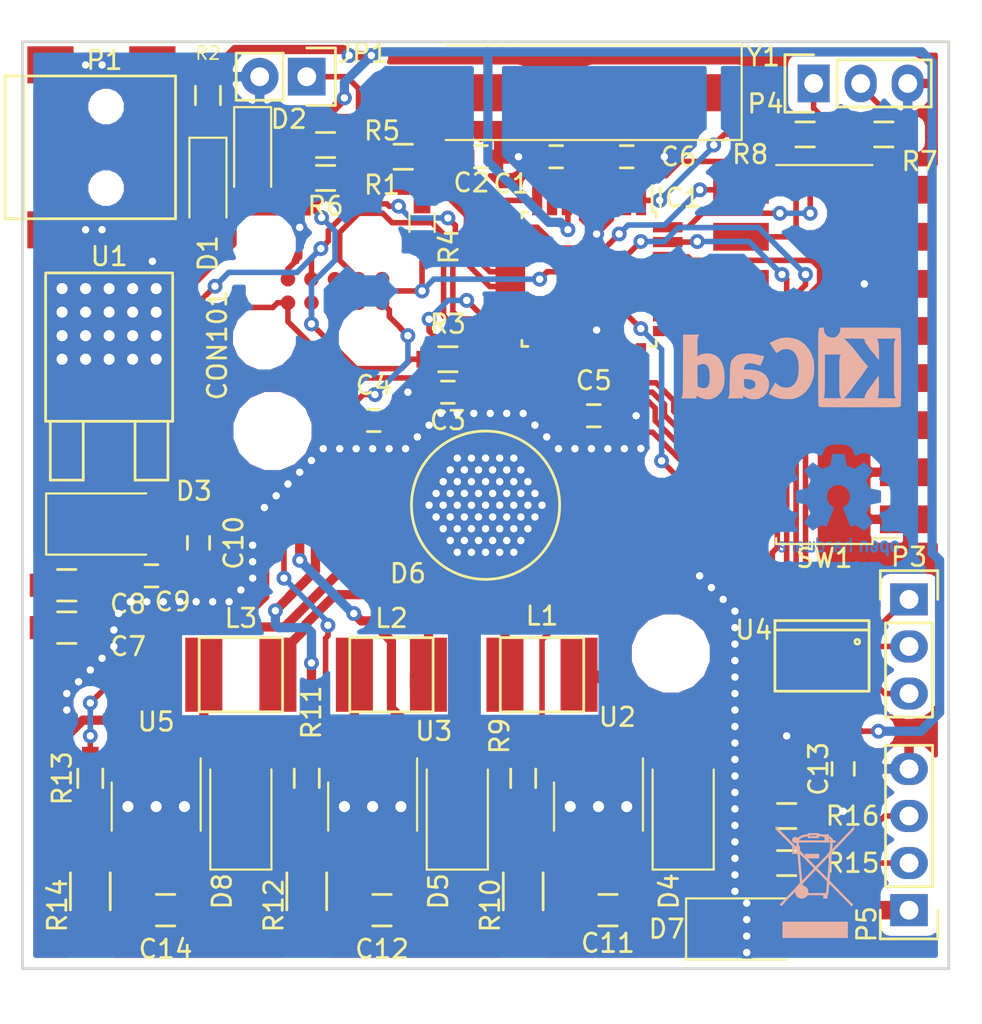
<source format=kicad_pcb>
(kicad_pcb (version 20170123) (host pcbnew "(2017-04-15 revision 60310b3d3)-makepkg")
  (layers (0 F.Cu signal) (31 B.Cu signal) (34 B.Paste user) (35 F.Paste user) (36 B.SilkS user) (37 F.SilkS user) (38 B.Mask user) (39 F.Mask user) (44 Edge.Cuts user))
  (net 0 "")
  (net 1 GND)
  (net 2 +5V)
  (net 3 VCC)
  (net 4 /LED_R_A)
  (net 5 /LED_G_A)
  (net 6 /LED_B_A)
  (net 7 /LED_B_K)
  (net 8 /LED_G_K)
  (net 9 /LED_R_K)
  (net 10 /DMX_TX)
  (net 11 /DMX_RX)
  (net 12 /LED_B)
  (net 13 /LED_G)
  (net 14 /LED_R)
  (net 15 /DMX_DIR)
  (net 16 /Bootloader)
  (net 17 /UDB_+)
  (net 18 /USB_-)
  (net 19 "Net-(C1-Pad1)")
  (net 20 "Net-(C2-Pad1)")
  (net 21 "Net-(C3-Pad1)")
  (net 22 "Net-(C5-Pad1)")
  (net 23 "Net-(D1-Pad1)")
  (net 24 "Net-(D2-Pad1)")
  (net 25 "Net-(D4-Pad2)")
  (net 26 "Net-(D7-Pad2)")
  (net 27 "Net-(D8-Pad2)")
  (net 28 "Net-(IC1-Pad32)")
  (net 29 "Net-(IC1-Pad22)")
  (net 30 "Net-(IC1-Pad19)")
  (net 31 "Net-(IC1-Pad1)")
  (net 32 "Net-(R15-Pad2)")
  (net 33 "Net-(R16-Pad2)")
  (net 34 /RESET)
  (net 35 "Net-(D5-Pad2)")
  (net 36 /DMX_5)
  (net 37 /DMX_4)
  (net 38 /DMX_3)
  (net 39 /DMX_2)
  (net 40 /DMX_1)
  (net 41 /DMX_0)
  (net 42 /SCK)
  (net 43 /DMX_7)
  (net 44 /DMX_6)
  (net 45 "Net-(P4-Pad1)")
  (net 46 "Net-(P4-Pad2)")
  (net 47 "Net-(P5-Pad3)")
  (net 48 "Net-(P5-Pad2)")
  (module Crystals:Crystal_SMD_HC49-SD_HandSoldering (layer F.Cu) (at 153.75 67.75 180)
    (fp_text reference Y1 (at -11.236 1.9435 180) (layer F.SilkS))
    (fp_text value CRYSTAL)
    (pad 1 smd rect (at -5.9375 0 180) (size 7.875 2) (layers F.Cu F.Paste F.Mask) (net 19 "Net-(C1-Pad1)"))
    (pad 2 smd rect (at 5.9375 0 180) (size 7.875 2) (layers F.Cu F.Paste F.Mask) (net 20 "Net-(C2-Pad1)"))
  )
  (module proz_choke:Choke_SMD_4.5x4x3.2 (layer F.Cu) (at 136.792 99.144 180)
    (fp_text reference L3 (at 0 3.048 180) (layer F.SilkS))
    (fp_text value 68u)
    (pad 1 smd rect (at -2 0 180) (size 2 4) (layers F.Cu F.Paste F.Mask) (net 7 /LED_B_K))
    (pad 2 smd rect (at 2 0 180) (size 2 4) (layers F.Cu F.Paste F.Mask) (net 27 "Net-(D8-Pad2)"))
  )
  (module proz_choke:Choke_SMD_4.5x4x3.2 (layer F.Cu) (at 144.92 99.144 180)
    (fp_text reference L2 (at 0 3.048 180) (layer F.SilkS))
    (fp_text value 68u)
    (pad 1 smd rect (at -2 0 180) (size 2 4) (layers F.Cu F.Paste F.Mask) (net 8 /LED_G_K))
    (pad 2 smd rect (at 2 0 180) (size 2 4) (layers F.Cu F.Paste F.Mask) (net 35 "Net-(D5-Pad2)"))
  )
  (module proz_choke:Choke_SMD_4.5x4x3.2 (layer F.Cu) (at 153.048 99.144)
    (fp_text reference L1 (at 0 -3.175) (layer F.SilkS))
    (fp_text value 68u)
    (pad 1 smd rect (at -2 0) (size 2 4) (layers F.Cu F.Paste F.Mask) (net 9 /LED_R_K))
    (pad 2 smd rect (at 2 0) (size 2 4) (layers F.Cu F.Paste F.Mask) (net 25 "Net-(D4-Pad2)"))
  )
  (module proz_led:LED_SMD_RGB_3W (layer F.Cu) (at 150 90)
    (fp_text reference D6 (at -4.191 3.683) (layer F.SilkS))
    (fp_text value LED_RGB)
    (pad 1 smd rect (at 6.5 -1.8) (size 3 1) (layers F.Cu F.Paste F.Mask) (net 9 /LED_R_K))
    (pad 2 smd rect (at 6.5 0) (size 3 1) (layers F.Cu F.Paste F.Mask) (net 8 /LED_G_K))
    (pad 3 smd rect (at 6.5 1.8) (size 3 1) (layers F.Cu F.Paste F.Mask) (net 7 /LED_B_K))
    (pad 4 smd rect (at -6.5 1.8) (size 3 1) (layers F.Cu F.Paste F.Mask) (net 6 /LED_B_A))
    (pad 5 smd rect (at -6.5 0) (size 3 1) (layers F.Cu F.Paste F.Mask) (net 5 /LED_G_A))
    (pad 6 smd rect (at -6.5 -1.8) (size 3 1) (layers F.Cu F.Paste F.Mask) (net 4 /LED_R_A))
  )
  (module Mounting_Holes:MountingHole_3.2mm_M3_DIN965 (layer F.Cu) (at 138.5 86)
    (fp_text reference REF** hide)
    (fp_text value MountingHole_3.2mm_M3_DIN965)
    (pad 1 np_thru_hole circle (at 0 0) (size 3.2 3.2) (drill 3.2) (layers *.Cu *.Mask))
  )
  (module Mounting_Holes:MountingHole_3.2mm_M3_DIN965 (layer F.Cu) (at 160 98)
    (fp_text reference REF** hide)
    (fp_text value MountingHole_3.2mm_M3_DIN965)
    (pad 1 np_thru_hole circle (at 0 0) (size 3.2 3.2) (drill 3.2) (layers *.Cu *.Mask))
  )
  (module Symbols:OSHW-Logo2_7.3x6mm_Copper (layer B.Cu) (at 169.05 90 180)
    (fp_text reference REF*** hide)
    (fp_text value OSHW-Logo2_7.3x6mm_Copper hide)
    (fp_poly (pts (xy -2.400256 -1.919918) (xy -2.344799 -1.947568) (xy -2.295852 -1.99848) (xy -2.282371 -2.017338) (xy -2.267686 -2.042015) (xy -2.258158 -2.068816) (xy -2.252707 -2.104587) (xy -2.250253 -2.156169) (xy -2.249714 -2.224267) (xy -2.252148 -2.317588) (xy -2.260606 -2.387657) (xy -2.276826 -2.439931) (xy -2.302546 -2.479869) (xy -2.339503 -2.512929) (xy -2.342218 -2.514886) (xy -2.37864 -2.534908) (xy -2.422498 -2.544815) (xy -2.478276 -2.547257) (xy -2.568952 -2.547257) (xy -2.56899 -2.635283) (xy -2.569834 -2.684308) (xy -2.574976 -2.713065) (xy -2.588413 -2.730311) (xy -2.614142 -2.744808) (xy -2.620321 -2.747769) (xy -2.649236 -2.761648) (xy -2.671624 -2.770414) (xy -2.688271 -2.771171) (xy -2.699964 -2.761023) (xy -2.70749 -2.737073) (xy -2.711634 -2.696426) (xy -2.713185 -2.636186) (xy -2.712929 -2.553455) (xy -2.711651 -2.445339) (xy -2.711252 -2.413) (xy -2.709815 -2.301524) (xy -2.708528 -2.228603) (xy -2.569029 -2.228603) (xy -2.568245 -2.290499) (xy -2.56476 -2.330997) (xy -2.556876 -2.357708) (xy -2.542895 -2.378244) (xy -2.533403 -2.38826) (xy -2.494596 -2.417567) (xy -2.460237 -2.419952) (xy -2.424784 -2.39575) (xy -2.423886 -2.394857) (xy -2.409461 -2.376153) (xy -2.400687 -2.350732) (xy -2.396261 -2.311584) (xy -2.394882 -2.251697) (xy -2.394857 -2.23843) (xy -2.398188 -2.155901) (xy -2.409031 -2.098691) (xy -2.42866 -2.063766) (xy -2.45835 -2.048094) (xy -2.475509 -2.046514) (xy -2.516234 -2.053926) (xy -2.544168 -2.07833) (xy -2.560983 -2.12298) (xy -2.56835 -2.19113) (xy -2.569029 -2.228603) (xy -2.708528 -2.228603) (xy -2.708292 -2.215245) (xy -2.706323 -2.150333) (xy -2.70355 -2.102958) (xy -2.699612 -2.06929) (xy -2.694151 -2.045498) (xy -2.686808 -2.027753) (xy -2.677223 -2.012224) (xy -2.673113 -2.006381) (xy -2.618595 -1.951185) (xy -2.549664 -1.91989) (xy -2.469928 -1.911165) (xy -2.400256 -1.919918)) (layer B.Cu) (width 0.01))
    (fp_poly (pts (xy -1.283907 -1.92778) (xy -1.237328 -1.954723) (xy -1.204943 -1.981466) (xy -1.181258 -2.009484) (xy -1.164941 -2.043748) (xy -1.154661 -2.089227) (xy -1.149086 -2.150892) (xy -1.146884 -2.233711) (xy -1.146629 -2.293246) (xy -1.146629 -2.512391) (xy -1.208314 -2.540044) (xy -1.27 -2.567697) (xy -1.277257 -2.32767) (xy -1.280256 -2.238028) (xy -1.283402 -2.172962) (xy -1.287299 -2.128026) (xy -1.292553 -2.09877) (xy -1.299769 -2.080748) (xy -1.30955 -2.069511) (xy -1.312688 -2.067079) (xy -1.360239 -2.048083) (xy -1.408303 -2.0556) (xy -1.436914 -2.075543) (xy -1.448553 -2.089675) (xy -1.456609 -2.10822) (xy -1.461729 -2.136334) (xy -1.464559 -2.179173) (xy -1.465744 -2.241895) (xy -1.465943 -2.307261) (xy -1.465982 -2.389268) (xy -1.467386 -2.447316) (xy -1.472086 -2.486465) (xy -1.482013 -2.51178) (xy -1.499097 -2.528323) (xy -1.525268 -2.541156) (xy -1.560225 -2.554491) (xy -1.598404 -2.569007) (xy -1.593859 -2.311389) (xy -1.592029 -2.218519) (xy -1.589888 -2.149889) (xy -1.586819 -2.100711) (xy -1.582206 -2.066198) (xy -1.575432 -2.041562) (xy -1.565881 -2.022016) (xy -1.554366 -2.00477) (xy -1.49881 -1.94968) (xy -1.43102 -1.917822) (xy -1.357287 -1.910191) (xy -1.283907 -1.92778)) (layer B.Cu) (width 0.01))
    (fp_poly (pts (xy -2.958885 -1.921962) (xy -2.890855 -1.957733) (xy -2.840649 -2.015301) (xy -2.822815 -2.052312) (xy -2.808937 -2.107882) (xy -2.801833 -2.178096) (xy -2.80116 -2.254727) (xy -2.806573 -2.329552) (xy -2.81773 -2.394342) (xy -2.834286 -2.440873) (xy -2.839374 -2.448887) (xy -2.899645 -2.508707) (xy -2.971231 -2.544535) (xy -3.048908 -2.55502) (xy -3.127452 -2.53881) (xy -3.149311 -2.529092) (xy -3.191878 -2.499143) (xy -3.229237 -2.459433) (xy -3.232768 -2.454397) (xy -3.247119 -2.430124) (xy -3.256606 -2.404178) (xy -3.26221 -2.370022) (xy -3.264914 -2.321119) (xy -3.265701 -2.250935) (xy -3.265714 -2.2352) (xy -3.265678 -2.230192) (xy -3.120571 -2.230192) (xy -3.119727 -2.29643) (xy -3.116404 -2.340386) (xy -3.109417 -2.368779) (xy -3.097584 -2.388325) (xy -3.091543 -2.394857) (xy -3.056814 -2.41968) (xy -3.023097 -2.418548) (xy -2.989005 -2.397016) (xy -2.968671 -2.374029) (xy -2.956629 -2.340478) (xy -2.949866 -2.287569) (xy -2.949402 -2.281399) (xy -2.948248 -2.185513) (xy -2.960312 -2.114299) (xy -2.98543 -2.068194) (xy -3.02344 -2.047635) (xy -3.037008 -2.046514) (xy -3.072636 -2.052152) (xy -3.097006 -2.071686) (xy -3.111907 -2.109042) (xy -3.119125 -2.16815) (xy -3.120571 -2.230192) (xy -3.265678 -2.230192) (xy -3.265174 -2.160413) (xy -3.262904 -2.108159) (xy -3.257932 -2.071949) (xy -3.249287 -2.045299) (xy -3.235995 -2.021722) (xy -3.233057 -2.017338) (xy -3.183687 -1.958249) (xy -3.129891 -1.923947) (xy -3.064398 -1.910331) (xy -3.042158 -1.909665) (xy -2.958885 -1.921962)) (layer B.Cu) (width 0.01))
    (fp_poly (pts (xy -1.831697 -1.931239) (xy -1.774473 -1.969735) (xy -1.730251 -2.025335) (xy -1.703833 -2.096086) (xy -1.69849 -2.148162) (xy -1.699097 -2.169893) (xy -1.704178 -2.186531) (xy -1.718145 -2.201437) (xy -1.745411 -2.217973) (xy -1.790388 -2.239498) (xy -1.857489 -2.269374) (xy -1.857829 -2.269524) (xy -1.919593 -2.297813) (xy -1.970241 -2.322933) (xy -2.004596 -2.342179) (xy -2.017482 -2.352848) (xy -2.017486 -2.352934) (xy -2.006128 -2.376166) (xy -1.979569 -2.401774) (xy -1.949077 -2.420221) (xy -1.93363 -2.423886) (xy -1.891485 -2.411212) (xy -1.855192 -2.379471) (xy -1.837483 -2.344572) (xy -1.820448 -2.318845) (xy -1.787078 -2.289546) (xy -1.747851 -2.264235) (xy -1.713244 -2.250471) (xy -1.706007 -2.249714) (xy -1.697861 -2.26216) (xy -1.69737 -2.293972) (xy -1.703357 -2.336866) (xy -1.714643 -2.382558) (xy -1.73005 -2.422761) (xy -1.730829 -2.424322) (xy -1.777196 -2.489062) (xy -1.837289 -2.533097) (xy -1.905535 -2.554711) (xy -1.976362 -2.552185) (xy -2.044196 -2.523804) (xy -2.047212 -2.521808) (xy -2.100573 -2.473448) (xy -2.13566 -2.410352) (xy -2.155078 -2.327387) (xy -2.157684 -2.304078) (xy -2.162299 -2.194055) (xy -2.156767 -2.142748) (xy -2.017486 -2.142748) (xy -2.015676 -2.174753) (xy -2.005778 -2.184093) (xy -1.981102 -2.177105) (xy -1.942205 -2.160587) (xy -1.898725 -2.139881) (xy -1.897644 -2.139333) (xy -1.860791 -2.119949) (xy -1.846 -2.107013) (xy -1.849647 -2.093451) (xy -1.865005 -2.075632) (xy -1.904077 -2.049845) (xy -1.946154 -2.04795) (xy -1.983897 -2.066717) (xy -2.009966 -2.102915) (xy -2.017486 -2.142748) (xy -2.156767 -2.142748) (xy -2.152806 -2.106027) (xy -2.12845 -2.036212) (xy -2.094544 -1.987302) (xy -2.033347 -1.937878) (xy -1.965937 -1.913359) (xy -1.89712 -1.911797) (xy -1.831697 -1.931239)) (layer B.Cu) (width 0.01))
    (fp_poly (pts (xy -0.624114 -1.851289) (xy -0.619861 -1.910613) (xy -0.614975 -1.945572) (xy -0.608205 -1.96082) (xy -0.598298 -1.961015) (xy -0.595086 -1.959195) (xy -0.552356 -1.946015) (xy -0.496773 -1.946785) (xy -0.440263 -1.960333) (xy -0.404918 -1.977861) (xy -0.368679 -2.005861) (xy -0.342187 -2.037549) (xy -0.324001 -2.077813) (xy -0.312678 -2.131543) (xy -0.306778 -2.203626) (xy -0.304857 -2.298951) (xy -0.304823 -2.317237) (xy -0.3048 -2.522646) (xy -0.350509 -2.53858) (xy -0.382973 -2.54942) (xy -0.400785 -2.554468) (xy -0.401309 -2.554514) (xy -0.403063 -2.540828) (xy -0.404556 -2.503076) (xy -0.405674 -2.446224) (xy -0.406303 -2.375234) (xy -0.4064 -2.332073) (xy -0.406602 -2.246973) (xy -0.407642 -2.185981) (xy -0.410169 -2.144177) (xy -0.414836 -2.116642) (xy -0.422293 -2.098456) (xy -0.433189 -2.084698) (xy -0.439993 -2.078073) (xy -0.486728 -2.051375) (xy -0.537728 -2.049375) (xy -0.583999 -2.071955) (xy -0.592556 -2.080107) (xy -0.605107 -2.095436) (xy -0.613812 -2.113618) (xy -0.619369 -2.139909) (xy -0.622474 -2.179562) (xy -0.623824 -2.237832) (xy -0.624114 -2.318173) (xy -0.624114 -2.522646) (xy -0.669823 -2.53858) (xy -0.702287 -2.54942) (xy -0.720099 -2.554468) (xy -0.720623 -2.554514) (xy -0.721963 -2.540623) (xy -0.723172 -2.501439) (xy -0.724199 -2.4407) (xy -0.724998 -2.362141) (xy -0.725519 -2.269498) (xy -0.725714 -2.166509) (xy -0.725714 -1.769342) (xy -0.678543 -1.749444) (xy -0.631371 -1.729547) (xy -0.624114 -1.851289)) (layer B.Cu) (width 0.01))
    (fp_poly (pts (xy 0.039744 -1.950968) (xy 0.096616 -1.972087) (xy 0.097267 -1.972493) (xy 0.13244 -1.99838) (xy 0.158407 -2.028633) (xy 0.17667 -2.068058) (xy 0.188732 -2.121462) (xy 0.196096 -2.193651) (xy 0.200264 -2.289432) (xy 0.200629 -2.303078) (xy 0.205876 -2.508842) (xy 0.161716 -2.531678) (xy 0.129763 -2.54711) (xy 0.11047 -2.554423) (xy 0.109578 -2.554514) (xy 0.106239 -2.541022) (xy 0.103587 -2.504626) (xy 0.101956 -2.451452) (xy 0.1016 -2.408393) (xy 0.101592 -2.338641) (xy 0.098403 -2.294837) (xy 0.087288 -2.273944) (xy 0.063501 -2.272925) (xy 0.022296 -2.288741) (xy -0.039914 -2.317815) (xy -0.085659 -2.341963) (xy -0.109187 -2.362913) (xy -0.116104 -2.385747) (xy -0.116114 -2.386877) (xy -0.104701 -2.426212) (xy -0.070908 -2.447462) (xy -0.019191 -2.450539) (xy 0.018061 -2.450006) (xy 0.037703 -2.460735) (xy 0.049952 -2.486505) (xy 0.057002 -2.519337) (xy 0.046842 -2.537966) (xy 0.043017 -2.540632) (xy 0.007001 -2.55134) (xy -0.043434 -2.552856) (xy -0.095374 -2.545759) (xy -0.132178 -2.532788) (xy -0.183062 -2.489585) (xy -0.211986 -2.429446) (xy -0.217714 -2.382462) (xy -0.213343 -2.340082) (xy -0.197525 -2.305488) (xy -0.166203 -2.274763) (xy -0.115322 -2.24399) (xy -0.040824 -2.209252) (xy -0.036286 -2.207288) (xy 0.030821 -2.176287) (xy 0.072232 -2.150862) (xy 0.089981 -2.128014) (xy 0.086107 -2.104745) (xy 0.062643 -2.078056) (xy 0.055627 -2.071914) (xy 0.00863 -2.0481) (xy -0.040067 -2.049103) (xy -0.082478 -2.072451) (xy -0.110616 -2.115675) (xy -0.113231 -2.12416) (xy -0.138692 -2.165308) (xy -0.170999 -2.185128) (xy -0.217714 -2.20477) (xy -0.217714 -2.15395) (xy -0.203504 -2.080082) (xy -0.161325 -2.012327) (xy -0.139376 -1.989661) (xy -0.089483 -1.960569) (xy -0.026033 -1.9474) (xy 0.039744 -1.950968)) (layer B.Cu) (width 0.01))
    (fp_poly (pts (xy 0.529926 -1.949755) (xy 0.595858 -1.974084) (xy 0.649273 -2.017117) (xy 0.670164 -2.047409) (xy 0.692939 -2.102994) (xy 0.692466 -2.143186) (xy 0.668562 -2.170217) (xy 0.659717 -2.174813) (xy 0.62153 -2.189144) (xy 0.602028 -2.185472) (xy 0.595422 -2.161407) (xy 0.595086 -2.148114) (xy 0.582992 -2.09921) (xy 0.551471 -2.064999) (xy 0.507659 -2.048476) (xy 0.458695 -2.052634) (xy 0.418894 -2.074227) (xy 0.40545 -2.086544) (xy 0.395921 -2.101487) (xy 0.389485 -2.124075) (xy 0.385317 -2.159328) (xy 0.382597 -2.212266) (xy 0.380502 -2.287907) (xy 0.37996 -2.311857) (xy 0.377981 -2.39379) (xy 0.375731 -2.451455) (xy 0.372357 -2.489608) (xy 0.367006 -2.513004) (xy 0.358824 -2.526398) (xy 0.346959 -2.534545) (xy 0.339362 -2.538144) (xy 0.307102 -2.550452) (xy 0.288111 -2.554514) (xy 0.281836 -2.540948) (xy 0.278006 -2.499934) (xy 0.2766 -2.430999) (xy 0.277598 -2.333669) (xy 0.277908 -2.318657) (xy 0.280101 -2.229859) (xy 0.282693 -2.165019) (xy 0.286382 -2.119067) (xy 0.291864 -2.086935) (xy 0.299835 -2.063553) (xy 0.310993 -2.043852) (xy 0.31683 -2.03541) (xy 0.350296 -1.998057) (xy 0.387727 -1.969003) (xy 0.392309 -1.966467) (xy 0.459426 -1.946443) (xy 0.529926 -1.949755)) (layer B.Cu) (width 0.01))
    (fp_poly (pts (xy 1.190117 -2.065358) (xy 1.189933 -2.173837) (xy 1.189219 -2.257287) (xy 1.187675 -2.319704) (xy 1.185001 -2.365085) (xy 1.180894 -2.397429) (xy 1.175055 -2.420733) (xy 1.167182 -2.438995) (xy 1.161221 -2.449418) (xy 1.111855 -2.505945) (xy 1.049264 -2.541377) (xy 0.980013 -2.55409) (xy 0.910668 -2.542463) (xy 0.869375 -2.521568) (xy 0.826025 -2.485422) (xy 0.796481 -2.441276) (xy 0.778655 -2.383462) (xy 0.770463 -2.306313) (xy 0.769302 -2.249714) (xy 0.769458 -2.245647) (xy 0.870857 -2.245647) (xy 0.871476 -2.31055) (xy 0.874314 -2.353514) (xy 0.88084 -2.381622) (xy 0.892523 -2.401953) (xy 0.906483 -2.417288) (xy 0.953365 -2.44689) (xy 1.003701 -2.449419) (xy 1.051276 -2.424705) (xy 1.054979 -2.421356) (xy 1.070783 -2.403935) (xy 1.080693 -2.383209) (xy 1.086058 -2.352362) (xy 1.088228 -2.304577) (xy 1.088571 -2.251748) (xy 1.087827 -2.185381) (xy 1.084748 -2.141106) (xy 1.078061 -2.112009) (xy 1.066496 -2.091173) (xy 1.057013 -2.080107) (xy 1.01296 -2.052198) (xy 0.962224 -2.048843) (xy 0.913796 -2.070159) (xy 0.90445 -2.078073) (xy 0.88854 -2.095647) (xy 0.87861 -2.116587) (xy 0.873278 -2.147782) (xy 0.871163 -2.196122) (xy 0.870857 -2.245647) (xy 0.769458 -2.245647) (xy 0.77281 -2.158568) (xy 0.784726 -2.090086) (xy 0.807135 -2.0386) (xy 0.842124 -1.998443) (xy 0.869375 -1.977861) (xy 0.918907 -1.955625) (xy 0.976316 -1.945304) (xy 1.029682 -1.948067) (xy 1.059543 -1.959212) (xy 1.071261 -1.962383) (xy 1.079037 -1.950557) (xy 1.084465 -1.918866) (xy 1.088571 -1.870593) (xy 1.093067 -1.816829) (xy 1.099313 -1.784482) (xy 1.110676 -1.765985) (xy 1.130528 -1.75377) (xy 1.143 -1.748362) (xy 1.190171 -1.728601) (xy 1.190117 -2.065358)) (layer B.Cu) (width 0.01))
    (fp_poly (pts (xy 1.779833 -1.958663) (xy 1.782048 -1.99685) (xy 1.783784 -2.054886) (xy 1.784899 -2.12818) (xy 1.785257 -2.205055) (xy 1.785257 -2.465196) (xy 1.739326 -2.511127) (xy 1.707675 -2.539429) (xy 1.67989 -2.550893) (xy 1.641915 -2.550168) (xy 1.62684 -2.548321) (xy 1.579726 -2.542948) (xy 1.540756 -2.539869) (xy 1.531257 -2.539585) (xy 1.499233 -2.541445) (xy 1.453432 -2.546114) (xy 1.435674 -2.548321) (xy 1.392057 -2.551735) (xy 1.362745 -2.54432) (xy 1.33368 -2.521427) (xy 1.323188 -2.511127) (xy 1.277257 -2.465196) (xy 1.277257 -1.978602) (xy 1.314226 -1.961758) (xy 1.346059 -1.949282) (xy 1.364683 -1.944914) (xy 1.369458 -1.958718) (xy 1.373921 -1.997286) (xy 1.377775 -2.056356) (xy 1.380722 -2.131663) (xy 1.382143 -2.195286) (xy 1.386114 -2.445657) (xy 1.420759 -2.450556) (xy 1.452268 -2.447131) (xy 1.467708 -2.436041) (xy 1.472023 -2.415308) (xy 1.475708 -2.371145) (xy 1.478469 -2.309146) (xy 1.480012 -2.234909) (xy 1.480235 -2.196706) (xy 1.480457 -1.976783) (xy 1.526166 -1.960849) (xy 1.558518 -1.950015) (xy 1.576115 -1.944962) (xy 1.576623 -1.944914) (xy 1.578388 -1.958648) (xy 1.580329 -1.99673) (xy 1.582282 -2.054482) (xy 1.584084 -2.127227) (xy 1.585343 -2.195286) (xy 1.589314 -2.445657) (xy 1.6764 -2.445657) (xy 1.680396 -2.21724) (xy 1.684392 -1.988822) (xy 1.726847 -1.966868) (xy 1.758192 -1.951793) (xy 1.776744 -1.944951) (xy 1.777279 -1.944914) (xy 1.779833 -1.958663)) (layer B.Cu) (width 0.01))
    (fp_poly (pts (xy 2.144876 -1.956335) (xy 2.186667 -1.975344) (xy 2.219469 -1.998378) (xy 2.243503 -2.024133) (xy 2.260097 -2.057358) (xy 2.270577 -2.1028) (xy 2.276271 -2.165207) (xy 2.278507 -2.249327) (xy 2.278743 -2.304721) (xy 2.278743 -2.520826) (xy 2.241774 -2.53767) (xy 2.212656 -2.549981) (xy 2.198231 -2.554514) (xy 2.195472 -2.541025) (xy 2.193282 -2.504653) (xy 2.191942 -2.451542) (xy 2.191657 -2.409372) (xy 2.190434 -2.348447) (xy 2.187136 -2.300115) (xy 2.182321 -2.270518) (xy 2.178496 -2.264229) (xy 2.152783 -2.270652) (xy 2.112418 -2.287125) (xy 2.065679 -2.309458) (xy 2.020845 -2.333457) (xy 1.986193 -2.35493) (xy 1.970002 -2.369685) (xy 1.969938 -2.369845) (xy 1.97133 -2.397152) (xy 1.983818 -2.423219) (xy 2.005743 -2.444392) (xy 2.037743 -2.451474) (xy 2.065092 -2.450649) (xy 2.103826 -2.450042) (xy 2.124158 -2.459116) (xy 2.136369 -2.483092) (xy 2.137909 -2.487613) (xy 2.143203 -2.521806) (xy 2.129047 -2.542568) (xy 2.092148 -2.552462) (xy 2.052289 -2.554292) (xy 1.980562 -2.540727) (xy 1.943432 -2.521355) (xy 1.897576 -2.475845) (xy 1.873256 -2.419983) (xy 1.871073 -2.360957) (xy 1.891629 -2.305953) (xy 1.922549 -2.271486) (xy 1.95342 -2.252189) (xy 2.001942 -2.227759) (xy 2.058485 -2.202985) (xy 2.06791 -2.199199) (xy 2.130019 -2.171791) (xy 2.165822 -2.147634) (xy 2.177337 -2.123619) (xy 2.16658 -2.096635) (xy 2.148114 -2.075543) (xy 2.104469 -2.049572) (xy 2.056446 -2.047624) (xy 2.012406 -2.067637) (xy 1.980709 -2.107551) (xy 1.976549 -2.117848) (xy 1.952327 -2.155724) (xy 1.916965 -2.183842) (xy 1.872343 -2.206917) (xy 1.872343 -2.141485) (xy 1.874969 -2.101506) (xy 1.88623 -2.069997) (xy 1.911199 -2.036378) (xy 1.935169 -2.010484) (xy 1.972441 -1.973817) (xy 2.001401 -1.954121) (xy 2.032505 -1.94622) (xy 2.067713 -1.944914) (xy 2.144876 -1.956335)) (layer B.Cu) (width 0.01))
    (fp_poly (pts (xy 2.6526 -1.958752) (xy 2.669948 -1.966334) (xy 2.711356 -1.999128) (xy 2.746765 -2.046547) (xy 2.768664 -2.097151) (xy 2.772229 -2.122098) (xy 2.760279 -2.156927) (xy 2.734067 -2.175357) (xy 2.705964 -2.186516) (xy 2.693095 -2.188572) (xy 2.686829 -2.173649) (xy 2.674456 -2.141175) (xy 2.669028 -2.126502) (xy 2.63859 -2.075744) (xy 2.59452 -2.050427) (xy 2.53801 -2.051206) (xy 2.533825 -2.052203) (xy 2.503655 -2.066507) (xy 2.481476 -2.094393) (xy 2.466327 -2.139287) (xy 2.45725 -2.204615) (xy 2.453286 -2.293804) (xy 2.452914 -2.341261) (xy 2.45273 -2.416071) (xy 2.451522 -2.467069) (xy 2.448309 -2.499471) (xy 2.442109 -2.518495) (xy 2.43194 -2.529356) (xy 2.416819 -2.537272) (xy 2.415946 -2.53767) (xy 2.386828 -2.549981) (xy 2.372403 -2.554514) (xy 2.370186 -2.540809) (xy 2.368289 -2.502925) (xy 2.366847 -2.445715) (xy 2.365998 -2.374027) (xy 2.365829 -2.321565) (xy 2.366692 -2.220047) (xy 2.37007 -2.143032) (xy 2.377142 -2.086023) (xy 2.389088 -2.044526) (xy 2.40709 -2.014043) (xy 2.432327 -1.99008) (xy 2.457247 -1.973355) (xy 2.517171 -1.951097) (xy 2.586911 -1.946076) (xy 2.6526 -1.958752)) (layer B.Cu) (width 0.01))
    (fp_poly (pts (xy 3.153595 -1.966966) (xy 3.211021 -2.004497) (xy 3.238719 -2.038096) (xy 3.260662 -2.099064) (xy 3.262405 -2.147308) (xy 3.258457 -2.211816) (xy 3.109686 -2.276934) (xy 3.037349 -2.310202) (xy 2.990084 -2.336964) (xy 2.965507 -2.360144) (xy 2.961237 -2.382667) (xy 2.974889 -2.407455) (xy 2.989943 -2.423886) (xy 3.033746 -2.450235) (xy 3.081389 -2.452081) (xy 3.125145 -2.431546) (xy 3.157289 -2.390752) (xy 3.163038 -2.376347) (xy 3.190576 -2.331356) (xy 3.222258 -2.312182) (xy 3.265714 -2.295779) (xy 3.265714 -2.357966) (xy 3.261872 -2.400283) (xy 3.246823 -2.435969) (xy 3.21528 -2.476943) (xy 3.210592 -2.482267) (xy 3.175506 -2.51872) (xy 3.145347 -2.538283) (xy 3.107615 -2.547283) (xy 3.076335 -2.55023) (xy 3.020385 -2.550965) (xy 2.980555 -2.54166) (xy 2.955708 -2.527846) (xy 2.916656 -2.497467) (xy 2.889625 -2.464613) (xy 2.872517 -2.423294) (xy 2.863238 -2.367521) (xy 2.859693 -2.291305) (xy 2.85941 -2.252622) (xy 2.860372 -2.206247) (xy 2.948007 -2.206247) (xy 2.949023 -2.231126) (xy 2.951556 -2.2352) (xy 2.968274 -2.229665) (xy 3.004249 -2.215017) (xy 3.052331 -2.19419) (xy 3.062386 -2.189714) (xy 3.123152 -2.158814) (xy 3.156632 -2.131657) (xy 3.16399 -2.10622) (xy 3.146391 -2.080481) (xy 3.131856 -2.069109) (xy 3.07941 -2.046364) (xy 3.030322 -2.050122) (xy 2.989227 -2.077884) (xy 2.960758 -2.127152) (xy 2.951631 -2.166257) (xy 2.948007 -2.206247) (xy 2.860372 -2.206247) (xy 2.861285 -2.162249) (xy 2.868196 -2.095384) (xy 2.881884 -2.046695) (xy 2.904096 -2.010849) (xy 2.936574 -1.982513) (xy 2.950733 -1.973355) (xy 3.015053 -1.949507) (xy 3.085473 -1.948006) (xy 3.153595 -1.966966)) (layer B.Cu) (width 0.01))
    (fp_poly (pts (xy 0.10391 2.757652) (xy 0.182454 2.757222) (xy 0.239298 2.756058) (xy 0.278105 2.753793) (xy 0.302538 2.75006) (xy 0.316262 2.744494) (xy 0.32294 2.736727) (xy 0.326236 2.726395) (xy 0.326556 2.725057) (xy 0.331562 2.700921) (xy 0.340829 2.653299) (xy 0.353392 2.587259) (xy 0.368287 2.507872) (xy 0.384551 2.420204) (xy 0.385119 2.417125) (xy 0.40141 2.331211) (xy 0.416652 2.255304) (xy 0.429861 2.193955) (xy 0.440054 2.151718) (xy 0.446248 2.133145) (xy 0.446543 2.132816) (xy 0.464788 2.123747) (xy 0.502405 2.108633) (xy 0.551271 2.090738) (xy 0.551543 2.090642) (xy 0.613093 2.067507) (xy 0.685657 2.038035) (xy 0.754057 2.008403) (xy 0.757294 2.006938) (xy 0.868702 1.956374) (xy 1.115399 2.12484) (xy 1.191077 2.176197) (xy 1.259631 2.222111) (xy 1.317088 2.25997) (xy 1.359476 2.287163) (xy 1.382825 2.301079) (xy 1.385042 2.302111) (xy 1.40201 2.297516) (xy 1.433701 2.275345) (xy 1.481352 2.234553) (xy 1.546198 2.174095) (xy 1.612397 2.109773) (xy 1.676214 2.046388) (xy 1.733329 1.988549) (xy 1.780305 1.939825) (xy 1.813703 1.90379) (xy 1.830085 1.884016) (xy 1.830694 1.882998) (xy 1.832505 1.869428) (xy 1.825683 1.847267) (xy 1.80854 1.813522) (xy 1.779393 1.7652) (xy 1.736555 1.699308) (xy 1.679448 1.614483) (xy 1.628766 1.539823) (xy 1.583461 1.47286) (xy 1.54615 1.417484) (xy 1.519452 1.37758) (xy 1.505985 1.357038) (xy 1.505137 1.355644) (xy 1.506781 1.335962) (xy 1.519245 1.297707) (xy 1.540048 1.248111) (xy 1.547462 1.232272) (xy 1.579814 1.16171) (xy 1.614328 1.081647) (xy 1.642365 1.012371) (xy 1.662568 0.960955) (xy 1.678615 0.921881) (xy 1.687888 0.901459) (xy 1.689041 0.899886) (xy 1.706096 0.897279) (xy 1.746298 0.890137) (xy 1.804302 0.879477) (xy 1.874763 0.866315) (xy 1.952335 0.851667) (xy 2.031672 0.836551) (xy 2.107431 0.821982) (xy 2.174264 0.808978) (xy 2.226828 0.798555) (xy 2.259776 0.79173) (xy 2.267857 0.789801) (xy 2.276205 0.785038) (xy 2.282506 0.774282) (xy 2.287045 0.753902) (xy 2.290104 0.720266) (xy 2.291967 0.669745) (xy 2.292918 0.598708) (xy 2.29324 0.503524) (xy 2.293257 0.464508) (xy 2.293257 0.147201) (xy 2.217057 0.132161) (xy 2.174663 0.124005) (xy 2.1114 0.112101) (xy 2.034962 0.097884) (xy 1.953043 0.08279) (xy 1.9304 0.078645) (xy 1.854806 0.063947) (xy 1.788953 0.049495) (xy 1.738366 0.036625) (xy 1.708574 0.026678) (xy 1.703612 0.023713) (xy 1.691426 0.002717) (xy 1.673953 -0.037967) (xy 1.654577 -0.090322) (xy 1.650734 -0.1016) (xy 1.625339 -0.171523) (xy 1.593817 -0.250418) (xy 1.562969 -0.321266) (xy 1.562817 -0.321595) (xy 1.511447 -0.432733) (xy 1.680399 -0.681253) (xy 1.849352 -0.929772) (xy 1.632429 -1.147058) (xy 1.566819 -1.211726) (xy 1.506979 -1.268733) (xy 1.456267 -1.315033) (xy 1.418046 -1.347584) (xy 1.395675 -1.363343) (xy 1.392466 -1.364343) (xy 1.373626 -1.356469) (xy 1.33518 -1.334578) (xy 1.28133 -1.301267) (xy 1.216276 -1.259131) (xy 1.14594 -1.211943) (xy 1.074555 -1.16381) (xy 1.010908 -1.121928) (xy 0.959041 -1.088871) (xy 0.922995 -1.067218) (xy 0.906867 -1.059543) (xy 0.887189 -1.066037) (xy 0.849875 -1.08315) (xy 0.802621 -1.107326) (xy 0.797612 -1.110013) (xy 0.733977 -1.141927) (xy 0.690341 -1.157579) (xy 0.663202 -1.157745) (xy 0.649057 -1.143204) (xy 0.648975 -1.143) (xy 0.641905 -1.125779) (xy 0.625042 -1.084899) (xy 0.599695 -1.023525) (xy 0.567171 -0.944819) (xy 0.528778 -0.851947) (xy 0.485822 -0.748072) (xy 0.444222 -0.647502) (xy 0.398504 -0.536516) (xy 0.356526 -0.433703) (xy 0.319548 -0.342215) (xy 0.288827 -0.265201) (xy 0.265622 -0.205815) (xy 0.25119 -0.167209) (xy 0.246743 -0.1528) (xy 0.257896 -0.136272) (xy 0.287069 -0.10993) (xy 0.325971 -0.080887) (xy 0.436757 0.010961) (xy 0.523351 0.116241) (xy 0.584716 0.232734) (xy 0.619815 0.358224) (xy 0.627608 0.490493) (xy 0.621943 0.551543) (xy 0.591078 0.678205) (xy 0.53792 0.790059) (xy 0.465767 0.885999) (xy 0.377917 0.964924) (xy 0.277665 1.02573) (xy 0.16831 1.067313) (xy 0.053147 1.088572) (xy -0.064525 1.088401) (xy -0.18141 1.065699) (xy -0.294211 1.019362) (xy -0.399631 0.948287) (xy -0.443632 0.908089) (xy -0.528021 0.804871) (xy -0.586778 0.692075) (xy -0.620296 0.57299) (xy -0.628965 0.450905) (xy -0.613177 0.329107) (xy -0.573322 0.210884) (xy -0.509793 0.099525) (xy -0.422979 -0.001684) (xy -0.325971 -0.080887) (xy -0.285563 -0.111162) (xy -0.257018 -0.137219) (xy -0.246743 -0.152825) (xy -0.252123 -0.169843) (xy -0.267425 -0.2105) (xy -0.291388 -0.271642) (xy -0.322756 -0.350119) (xy -0.360268 -0.44278) (xy -0.402667 -0.546472) (xy -0.444337 -0.647526) (xy -0.49031 -0.758607) (xy -0.532893 -0.861541) (xy -0.570779 -0.953165) (xy -0.60266 -1.030316) (xy -0.627229 -1.089831) (xy -0.64318 -1.128544) (xy -0.64909 -1.143) (xy -0.663052 -1.157685) (xy -0.69006 -1.157642) (xy -0.733587 -1.142099) (xy -0.79711 -1.110284) (xy -0.797612 -1.110013) (xy -0.84544 -1.085323) (xy -0.884103 -1.067338) (xy -0.905905 -1.059614) (xy -0.906867 -1.059543) (xy -0.923279 -1.067378) (xy -0.959513 -1.089165) (xy -1.011526 -1.122328) (xy -1.075275 -1.164291) (xy -1.14594 -1.211943) (xy -1.217884 -1.260191) (xy -1.282726 -1.302151) (xy -1.336265 -1.335227) (xy -1.374303 -1.356821) (xy -1.392467 -1.364343) (xy -1.409192 -1.354457) (xy -1.44282 -1.326826) (xy -1.48999 -1.284495) (xy -1.547342 -1.230505) (xy -1.611516 -1.167899) (xy -1.632503 -1.146983) (xy -1.849501 -0.929623) (xy -1.684332 -0.68722) (xy -1.634136 -0.612781) (xy -1.590081 -0.545972) (xy -1.554638 -0.490665) (xy -1.530281 -0.450729) (xy -1.519478 -0.430036) (xy -1.519162 -0.428563) (xy -1.524857 -0.409058) (xy -1.540174 -0.369822) (xy -1.562463 -0.31743) (xy -1.578107 -0.282355) (xy -1.607359 -0.215201) (xy -1.634906 -0.147358) (xy -1.656263 -0.090034) (xy -1.662065 -0.072572) (xy -1.678548 -0.025938) (xy -1.69466 0.010095) (xy -1.70351 0.023713) (xy -1.72304 0.032048) (xy -1.765666 0.043863) (xy -1.825855 0.057819) (xy -1.898078 0.072578) (xy -1.9304 0.078645) (xy -2.012478 0.093727) (xy -2.091205 0.108331) (xy -2.158891 0.12102) (xy -2.20784 0.130358) (xy -2.217057 0.132161) (xy -2.293257 0.147201) (xy -2.293257 0.464508) (xy -2.293086 0.568846) (xy -2.292384 0.647787) (xy -2.290866 0.704962) (xy -2.288251 0.744001) (xy -2.284254 0.768535) (xy -2.278591 0.782195) (xy -2.27098 0.788611) (xy -2.267857 0.789801) (xy -2.249022 0.79402) (xy -2.207412 0.802438) (xy -2.14837 0.814039) (xy -2.077243 0.827805) (xy -1.999375 0.84272) (xy -1.920113 0.857768) (xy -1.844802 0.871931) (xy -1.778787 0.884194) (xy -1.727413 0.893539) (xy -1.696025 0.89895) (xy -1.689041 0.899886) (xy -1.682715 0.912404) (xy -1.66871 0.945754) (xy -1.649645 0.993623) (xy -1.642366 1.012371) (xy -1.613004 1.084805) (xy -1.578429 1.16483) (xy -1.547463 1.232272) (xy -1.524677 1.283841) (xy -1.509518 1.326215) (xy -1.504458 1.352166) (xy -1.505264 1.355644) (xy -1.515959 1.372064) (xy -1.54038 1.408583) (xy -1.575905 1.461313) (xy -1.619913 1.526365) (xy -1.669783 1.599849) (xy -1.679644 1.614355) (xy -1.737508 1.700296) (xy -1.780044 1.765739) (xy -1.808946 1.813696) (xy -1.82591 1.84718) (xy -1.832633 1.869205) (xy -1.83081 1.882783) (xy -1.830764 1.882869) (xy -1.816414 1.900703) (xy -1.784677 1.935183) (xy -1.73899 1.982732) (xy -1.682796 2.039778) (xy -1.619532 2.102745) (xy -1.612398 2.109773) (xy -1.53267 2.18698) (xy -1.471143 2.24367) (xy -1.426579 2.28089) (xy -1.397743 2.299685) (xy -1.385042 2.302111) (xy -1.366506 2.291529) (xy -1.328039 2.267084) (xy -1.273614 2.231388) (xy -1.207202 2.187053) (xy -1.132775 2.136689) (xy -1.115399 2.12484) (xy -0.868703 1.956374) (xy -0.757294 2.006938) (xy -0.689543 2.036405) (xy -0.616817 2.066041) (xy -0.554297 2.08967) (xy -0.551543 2.090642) (xy -0.50264 2.108543) (xy -0.464943 2.12368) (xy -0.446575 2.13279) (xy -0.446544 2.132816) (xy -0.440715 2.149283) (xy -0.430808 2.189781) (xy -0.417805 2.249758) (xy -0.402691 2.32466) (xy -0.386448 2.409936) (xy -0.385119 2.417125) (xy -0.368825 2.504986) (xy -0.353867 2.58474) (xy -0.341209 2.651319) (xy -0.331814 2.699653) (xy -0.326646 2.724675) (xy -0.326556 2.725057) (xy -0.323411 2.735701) (xy -0.317296 2.743738) (xy -0.304547 2.749533) (xy -0.2815 2.753453) (xy -0.244491 2.755865) (xy -0.189856 2.757135) (xy -0.113933 2.757629) (xy -0.013056 2.757714) (xy 0 2.757714) (xy 0.10391 2.757652)) (layer B.Cu) (width 0.01))
  )
  (module Symbols:WEEE-Logo_4.2x6mm_SilkScreen (layer B.Cu) (at 167.78 110.32 180)
    (fp_text reference REF*** hide)
    (fp_text value WEEE-Logo_4.2x6mm_SilkScreen hide)
  )
  (module Symbols:Symbol_KiCAD-Logo_CopperAndSilkScreenTop (layer B.Cu) (at 166.51 82.38 180)
    (fp_text reference REF** hide)
    (fp_text value "KiCAD Logo" hide)
  )
  (module proz_logo:Shimatta_SolderMask (layer B.Cu) (at 136.03 111.59 180)
    (fp_text reference G*** hide)
    (fp_text value LOGO hide)
  )
  (module Capacitors_SMD:C_0603_HandSoldering (layer F.Cu) (at 153.81 71.204 180)
    (fp_text reference C1 (at 2.413 -1.4605 180) (layer F.SilkS))
    (fp_text value 22p)
    (pad 2 smd rect (at 0.95 0 180) (size 1.2 0.75) (layers F.Cu F.Paste F.Mask) (net 1 GND))
    (pad 1 smd rect (at -0.95 0 180) (size 1.2 0.75) (layers F.Cu F.Paste F.Mask) (net 19 "Net-(C1-Pad1)"))
  )
  (module Capacitors_SMD:C_0603_HandSoldering (layer F.Cu) (at 149.75 71.204)
    (fp_text reference C2 (at -0.512 1.397) (layer F.SilkS))
    (fp_text value 22p)
    (pad 2 smd rect (at 0.95 0) (size 1.2 0.75) (layers F.Cu F.Paste F.Mask) (net 1 GND))
    (pad 1 smd rect (at -0.95 0) (size 1.2 0.75) (layers F.Cu F.Paste F.Mask) (net 20 "Net-(C2-Pad1)"))
  )
  (module Capacitors_SMD:C_0603_HandSoldering (layer F.Cu) (at 147.968 83.904 180)
    (fp_text reference C3 (at 0 -1.524 180) (layer F.SilkS))
    (fp_text value 1u)
    (pad 2 smd rect (at 0.95 0 180) (size 1.2 0.75) (layers F.Cu F.Paste F.Mask) (net 1 GND))
    (pad 1 smd rect (at -0.95 0 180) (size 1.2 0.75) (layers F.Cu F.Paste F.Mask) (net 21 "Net-(C3-Pad1)"))
  )
  (module Capacitors_SMD:C_0603_HandSoldering (layer F.Cu) (at 143.965 85.428)
    (fp_text reference C4 (at 0 -1.9) (layer F.SilkS))
    (fp_text value 100n)
    (pad 2 smd rect (at 0.95 0) (size 1.2 0.75) (layers F.Cu F.Paste F.Mask) (net 1 GND))
    (pad 1 smd rect (at -0.95 0) (size 1.2 0.75) (layers F.Cu F.Paste F.Mask) (net 34 /RESET))
  )
  (module Capacitors_SMD:C_0603_HandSoldering (layer F.Cu) (at 155.842 85.174)
    (fp_text reference C5 (at 0 -1.9) (layer F.SilkS))
    (fp_text value 100n)
    (pad 1 smd rect (at -0.95 0) (size 1.2 0.75) (layers F.Cu F.Paste F.Mask) (net 22 "Net-(C5-Pad1)"))
    (pad 2 smd rect (at 0.95 0) (size 1.2 0.75) (layers F.Cu F.Paste F.Mask) (net 1 GND))
  )
  (module Capacitors_SMD:C_0603_HandSoldering (layer F.Cu) (at 157.62 71.204)
    (fp_text reference C6 (at 2.794 0) (layer F.SilkS))
    (fp_text value 100n)
    (pad 1 smd rect (at -0.95 0) (size 1.2 0.75) (layers F.Cu F.Paste F.Mask) (net 2 +5V))
    (pad 2 smd rect (at 0.95 0) (size 1.2 0.75) (layers F.Cu F.Paste F.Mask) (net 1 GND))
  )
  (module Capacitors_SMD:C_0805_HandSoldering (layer F.Cu) (at 127.394 96.604)
    (fp_text reference C7 (at 3.302 1.016) (layer F.SilkS))
    (fp_text value 1u)
    (pad 2 smd rect (at 1.25 0) (size 1.5 1.25) (layers F.Cu F.Paste F.Mask) (net 1 GND))
    (pad 1 smd rect (at -1.25 0) (size 1.5 1.25) (layers F.Cu F.Paste F.Mask) (net 3 VCC))
  )
  (module Capacitors_SMD:C_0805_HandSoldering (layer F.Cu) (at 127.394 94.318)
    (fp_text reference C8 (at 3.302 1.016) (layer F.SilkS))
    (fp_text value 100n)
    (pad 1 smd rect (at -1.25 0) (size 1.5 1.25) (layers F.Cu F.Paste F.Mask) (net 3 VCC))
    (pad 2 smd rect (at 1.25 0) (size 1.5 1.25) (layers F.Cu F.Paste F.Mask) (net 1 GND))
  )
  (module Capacitors_SMD:C_0603_HandSoldering (layer F.Cu) (at 131.966 93.81 180)
    (fp_text reference C9 (at -1.143 -1.397 180) (layer F.SilkS))
    (fp_text value 100n)
    (pad 2 smd rect (at 0.95 0 180) (size 1.2 0.75) (layers F.Cu F.Paste F.Mask) (net 1 GND))
    (pad 1 smd rect (at -0.95 0 180) (size 1.2 0.75) (layers F.Cu F.Paste F.Mask) (net 2 +5V))
  )
  (module Capacitors_SMD:C_0603_HandSoldering (layer F.Cu) (at 134.506 92.032 270)
    (fp_text reference C10 (at 0 -1.9 270) (layer F.SilkS))
    (fp_text value 1u)
    (pad 1 smd rect (at -0.95 0 270) (size 1.2 0.75) (layers F.Cu F.Paste F.Mask) (net 2 +5V))
    (pad 2 smd rect (at 0.95 0 270) (size 1.2 0.75) (layers F.Cu F.Paste F.Mask) (net 1 GND))
  )
  (module Capacitors_SMD:C_0805_HandSoldering (layer F.Cu) (at 156.604 111.844 180)
    (fp_text reference C11 (at 0 -1.778 180) (layer F.SilkS))
    (fp_text value 100n)
    (pad 2 smd rect (at 1.25 0 180) (size 1.5 1.25) (layers F.Cu F.Paste F.Mask) (net 1 GND))
    (pad 1 smd rect (at -1.25 0 180) (size 1.5 1.25) (layers F.Cu F.Paste F.Mask) (net 3 VCC))
  )
  (module Capacitors_SMD:C_0805_HandSoldering (layer F.Cu) (at 144.412 111.844 180)
    (fp_text reference C12 (at 0 -2.1 180) (layer F.SilkS))
    (fp_text value 100n)
    (pad 1 smd rect (at -1.25 0 180) (size 1.5 1.25) (layers F.Cu F.Paste F.Mask) (net 3 VCC))
    (pad 2 smd rect (at 1.25 0 180) (size 1.5 1.25) (layers F.Cu F.Paste F.Mask) (net 1 GND))
  )
  (module Capacitors_SMD:C_0805_HandSoldering (layer F.Cu) (at 132.728 111.844 180)
    (fp_text reference C14 (at 0 -2.1 180) (layer F.SilkS))
    (fp_text value 100n)
    (pad 2 smd rect (at 1.25 0 180) (size 1.5 1.25) (layers F.Cu F.Paste F.Mask) (net 1 GND))
    (pad 1 smd rect (at -1.25 0 180) (size 1.5 1.25) (layers F.Cu F.Paste F.Mask) (net 3 VCC))
  )
  (module Housings_QFP:TQFP-32_7x7mm_Pitch0.8mm (layer F.Cu) (at 155.588 77.808 270)
    (fp_text reference IC1 (at -4.3815 -4.826) (layer F.SilkS))
    (fp_text value ATMEGA8-AI)
    (pad 32 smd rect (at -2.8 -4.25) (size 1.6 0.55) (layers F.Cu F.Paste F.Mask) (net 28 "Net-(IC1-Pad32)"))
    (pad 31 smd rect (at -2 -4.25) (size 1.6 0.55) (layers F.Cu F.Paste F.Mask) (net 10 /DMX_TX))
    (pad 30 smd rect (at -1.2 -4.25) (size 1.6 0.55) (layers F.Cu F.Paste F.Mask) (net 11 /DMX_RX))
    (pad 29 smd rect (at -0.4 -4.25) (size 1.6 0.55) (layers F.Cu F.Paste F.Mask) (net 34 /RESET))
    (pad 28 smd rect (at 0.4 -4.25) (size 1.6 0.55) (layers F.Cu F.Paste F.Mask) (net 36 /DMX_5))
    (pad 27 smd rect (at 1.2 -4.25) (size 1.6 0.55) (layers F.Cu F.Paste F.Mask) (net 37 /DMX_4))
    (pad 26 smd rect (at 2 -4.25) (size 1.6 0.55) (layers F.Cu F.Paste F.Mask) (net 38 /DMX_3))
    (pad 25 smd rect (at 2.8 -4.25) (size 1.6 0.55) (layers F.Cu F.Paste F.Mask) (net 39 /DMX_2))
    (pad 24 smd rect (at 4.25 -2.8 270) (size 1.6 0.55) (layers F.Cu F.Paste F.Mask) (net 40 /DMX_1))
    (pad 23 smd rect (at 4.25 -2 270) (size 1.6 0.55) (layers F.Cu F.Paste F.Mask) (net 41 /DMX_0))
    (pad 22 smd rect (at 4.25 -1.2 270) (size 1.6 0.55) (layers F.Cu F.Paste F.Mask) (net 29 "Net-(IC1-Pad22)"))
    (pad 21 smd rect (at 4.25 -0.4 270) (size 1.6 0.55) (layers F.Cu F.Paste F.Mask) (net 1 GND))
    (pad 20 smd rect (at 4.25 0.4 270) (size 1.6 0.55) (layers F.Cu F.Paste F.Mask) (net 22 "Net-(C5-Pad1)"))
    (pad 19 smd rect (at 4.25 1.2 270) (size 1.6 0.55) (layers F.Cu F.Paste F.Mask) (net 30 "Net-(IC1-Pad19)"))
    (pad 18 smd rect (at 4.25 2 270) (size 1.6 0.55) (layers F.Cu F.Paste F.Mask) (net 21 "Net-(C3-Pad1)"))
    (pad 17 smd rect (at 4.25 2.8 270) (size 1.6 0.55) (layers F.Cu F.Paste F.Mask) (net 42 /SCK))
    (pad 16 smd rect (at 2.8 4.25) (size 1.6 0.55) (layers F.Cu F.Paste F.Mask) (net 12 /LED_B))
    (pad 15 smd rect (at 2 4.25) (size 1.6 0.55) (layers F.Cu F.Paste F.Mask) (net 13 /LED_G))
    (pad 14 smd rect (at 1.2 4.25) (size 1.6 0.55) (layers F.Cu F.Paste F.Mask) (net 14 /LED_R))
    (pad 13 smd rect (at 0.4 4.25) (size 1.6 0.55) (layers F.Cu F.Paste F.Mask) (net 17 /UDB_+))
    (pad 12 smd rect (at -0.4 4.25) (size 1.6 0.55) (layers F.Cu F.Paste F.Mask) (net 18 /USB_-))
    (pad 11 smd rect (at -1.2 4.25) (size 1.6 0.55) (layers F.Cu F.Paste F.Mask) (net 15 /DMX_DIR))
    (pad 10 smd rect (at -2 4.25) (size 1.6 0.55) (layers F.Cu F.Paste F.Mask) (net 16 /Bootloader))
    (pad 9 smd rect (at -2.8 4.25) (size 1.6 0.55) (layers F.Cu F.Paste F.Mask) (net 43 /DMX_7))
    (pad 8 smd rect (at -4.25 2.8 270) (size 1.6 0.55) (layers F.Cu F.Paste F.Mask) (net 20 "Net-(C2-Pad1)"))
    (pad 7 smd rect (at -4.25 2 270) (size 1.6 0.55) (layers F.Cu F.Paste F.Mask) (net 19 "Net-(C1-Pad1)"))
    (pad 6 smd rect (at -4.25 1.2 270) (size 1.6 0.55) (layers F.Cu F.Paste F.Mask) (net 2 +5V))
    (pad 5 smd rect (at -4.25 0.4 270) (size 1.6 0.55) (layers F.Cu F.Paste F.Mask) (net 1 GND))
    (pad 4 smd rect (at -4.25 -0.4 270) (size 1.6 0.55) (layers F.Cu F.Paste F.Mask) (net 2 +5V))
    (pad 3 smd rect (at -4.25 -1.2 270) (size 1.6 0.55) (layers F.Cu F.Paste F.Mask) (net 1 GND))
    (pad 2 smd rect (at -4.25 -2 270) (size 1.6 0.55) (layers F.Cu F.Paste F.Mask) (net 44 /DMX_6))
    (pad 1 smd rect (at -4.25 -2.8 270) (size 1.6 0.55) (layers F.Cu F.Paste F.Mask) (net 31 "Net-(IC1-Pad1)"))
  )
  (module Connectors:USB_Mini-B (layer F.Cu) (at 128.664 70.696)
    (fp_text reference P1 (at 0.762 -4.699) (layer F.SilkS))
    (fp_text value USB_OTG)
    (pad "" np_thru_hole circle (at 0.8509 2.19964) (size 0.89916 0.89916) (drill 0.89916) (layers *.Cu *.Mask F.SilkS))
    (pad "" np_thru_hole circle (at 0.8509 -2.19964) (size 0.89916 0.89916) (drill 0.89916) (layers *.Cu *.Mask F.SilkS))
    (pad 6 smd rect (at -2.14884 4.45008) (size 2.49936 1.99898) (layers F.Cu F.Paste F.Mask) (net 1 GND))
    (pad 6 smd rect (at 3.35026 4.45008) (size 2.49936 1.99898) (layers F.Cu F.Paste F.Mask) (net 1 GND))
    (pad 6 smd rect (at -2.14884 -4.45008) (size 2.49936 1.99898) (layers F.Cu F.Paste F.Mask) (net 1 GND))
    (pad 6 smd rect (at 3.35026 -4.45008) (size 2.49936 1.99898) (layers F.Cu F.Paste F.Mask) (net 1 GND))
    (pad 5 smd rect (at 3.44932 1.6002) (size 2.30124 0.50038) (layers F.Cu F.Paste F.Mask) (net 1 GND))
    (pad 4 smd rect (at 3.44932 0.8001) (size 2.30124 0.50038) (layers F.Cu F.Paste F.Mask))
    (pad 3 smd rect (at 3.44932 0) (size 2.30124 0.50038) (layers F.Cu F.Paste F.Mask) (net 23 "Net-(D1-Pad1)"))
    (pad 2 smd rect (at 3.44932 -0.8001) (size 2.30124 0.50038) (layers F.Cu F.Paste F.Mask) (net 24 "Net-(D2-Pad1)"))
    (pad 1 smd rect (at 3.44932 -1.6002) (size 2.30124 0.50038) (layers F.Cu F.Paste F.Mask) (net 2 +5V))
  )
  (module Resistors_SMD:R_0603_HandSoldering (layer F.Cu) (at 145.555 71.204 180)
    (fp_text reference R1 (at 1.143 -1.524 180) (layer F.SilkS))
    (fp_text value 10k)
    (pad 2 smd rect (at 1.1 0 180) (size 1.2 0.9) (layers F.Cu F.Paste F.Mask) (net 2 +5V))
    (pad 1 smd rect (at -1.1 0 180) (size 1.2 0.9) (layers F.Cu F.Paste F.Mask) (net 16 /Bootloader))
  )
  (module Resistors_SMD:R_0603_HandSoldering (layer F.Cu) (at 135.014 67.902 90)
    (fp_text reference R2 (at 2.286 0 180) (layer F.SilkS) (effects (font (size 0.7 0.7) (thickness 0.1))))
    (fp_text value 2k2)
    (pad 1 smd rect (at -1.1 0 90) (size 1.2 0.9) (layers F.Cu F.Paste F.Mask) (net 24 "Net-(D2-Pad1)"))
    (pad 2 smd rect (at 1.1 0 90) (size 1.2 0.9) (layers F.Cu F.Paste F.Mask) (net 2 +5V))
  )
  (module Resistors_SMD:R_0603_HandSoldering (layer F.Cu) (at 147.968 82.126)
    (fp_text reference R3 (at 0 -1.9) (layer F.SilkS))
    (fp_text value 10)
    (pad 2 smd rect (at 1.1 0) (size 1.2 0.9) (layers F.Cu F.Paste F.Mask) (net 21 "Net-(C3-Pad1)"))
    (pad 1 smd rect (at -1.1 0) (size 1.2 0.9) (layers F.Cu F.Paste F.Mask) (net 2 +5V))
  )
  (module Resistors_SMD:R_0603_HandSoldering (layer F.Cu) (at 141.364 70.569 180)
    (fp_text reference R5 (at -3.048 0.762 180) (layer F.SilkS))
    (fp_text value 39)
    (pad 1 smd rect (at -1.1 0 180) (size 1.2 0.9) (layers F.Cu F.Paste F.Mask) (net 18 /USB_-))
    (pad 2 smd rect (at 1.1 0 180) (size 1.2 0.9) (layers F.Cu F.Paste F.Mask) (net 24 "Net-(D2-Pad1)"))
  )
  (module Resistors_SMD:R_0603_HandSoldering (layer F.Cu) (at 141.364 72.347 180)
    (fp_text reference R6 (at 0 -1.524 180) (layer F.SilkS))
    (fp_text value 39)
    (pad 2 smd rect (at 1.1 0 180) (size 1.2 0.9) (layers F.Cu F.Paste F.Mask) (net 23 "Net-(D1-Pad1)"))
    (pad 1 smd rect (at -1.1 0 180) (size 1.2 0.9) (layers F.Cu F.Paste F.Mask) (net 17 /UDB_+))
  )
  (module Resistors_SMD:R_0603_HandSoldering (layer F.Cu) (at 171.5 70 180)
    (fp_text reference R7 (at -1.9315 -1.458 180) (layer F.SilkS))
    (fp_text value 10)
    (pad 2 smd rect (at 1.1 0 180) (size 1.2 0.9) (layers F.Cu F.Paste F.Mask) (net 28 "Net-(IC1-Pad32)"))
    (pad 1 smd rect (at -1.1 0 180) (size 1.2 0.9) (layers F.Cu F.Paste F.Mask) (net 46 "Net-(P4-Pad2)"))
  )
  (module Resistors_SMD:R_0603_HandSoldering (layer F.Cu) (at 167.25 70 180)
    (fp_text reference R8 (at 2.9625 -1.077 180) (layer F.SilkS))
    (fp_text value 10)
    (pad 1 smd rect (at -1.1 0 180) (size 1.2 0.9) (layers F.Cu F.Paste F.Mask) (net 45 "Net-(P4-Pad1)"))
    (pad 2 smd rect (at 1.1 0 180) (size 1.2 0.9) (layers F.Cu F.Paste F.Mask) (net 31 "Net-(IC1-Pad1)"))
  )
  (module Resistors_SMD:R_1206_HandSoldering (layer F.Cu) (at 152.032 110.828 270)
    (fp_text reference R10 (at 0.762 1.778 270) (layer F.SilkS))
    (fp_text value 0.33)
    (pad 2 smd rect (at 2 0 270) (size 2 1.7) (layers F.Cu F.Paste F.Mask) (net 3 VCC))
    (pad 1 smd rect (at -2 0 270) (size 2 1.7) (layers F.Cu F.Paste F.Mask) (net 4 /LED_R_A))
  )
  (module Resistors_SMD:R_1206_HandSoldering (layer F.Cu) (at 140.348 110.828 270)
    (fp_text reference R12 (at 0.762 1.778 270) (layer F.SilkS))
    (fp_text value 0.33)
    (pad 2 smd rect (at 2 0 270) (size 2 1.7) (layers F.Cu F.Paste F.Mask) (net 3 VCC))
    (pad 1 smd rect (at -2 0 270) (size 2 1.7) (layers F.Cu F.Paste F.Mask) (net 5 /LED_G_A))
  )
  (module Resistors_SMD:R_1206_HandSoldering (layer F.Cu) (at 128.664 110.828 270)
    (fp_text reference R14 (at 0.762 1.778 270) (layer F.SilkS))
    (fp_text value 0.33)
    (pad 1 smd rect (at -2 0 270) (size 2 1.7) (layers F.Cu F.Paste F.Mask) (net 6 /LED_B_A))
    (pad 2 smd rect (at 2 0 270) (size 2 1.7) (layers F.Cu F.Paste F.Mask) (net 3 VCC))
  )
  (module Resistors_SMD:R_0603_HandSoldering (layer F.Cu) (at 166.256 109.304 180)
    (fp_text reference R15 (at -3.556 0 180) (layer F.SilkS))
    (fp_text value 10)
    (pad 2 smd rect (at 1.1 0 180) (size 1.2 0.9) (layers F.Cu F.Paste F.Mask) (net 32 "Net-(R15-Pad2)"))
    (pad 1 smd rect (at -1.1 0 180) (size 1.2 0.9) (layers F.Cu F.Paste F.Mask) (net 48 "Net-(P5-Pad2)"))
  )
  (module Resistors_SMD:R_0603_HandSoldering (layer F.Cu) (at 166.256 106.764 180)
    (fp_text reference R16 (at -3.556 0 180) (layer F.SilkS))
    (fp_text value 10)
    (pad 1 smd rect (at -1.1 0 180) (size 1.2 0.9) (layers F.Cu F.Paste F.Mask) (net 47 "Net-(P5-Pad3)"))
    (pad 2 smd rect (at 1.1 0 180) (size 1.2 0.9) (layers F.Cu F.Paste F.Mask) (net 33 "Net-(R16-Pad2)"))
  )
  (module TO_SOT_Packages_SMD:TO-252-2Lead (layer F.Cu) (at 129.68 86.995)
    (fp_text reference U1 (at 0 -10.414) (layer F.SilkS))
    (fp_text value MC78M05CDT)
    (pad 3 smd rect (at 2.286 0) (size 1.651 3.048) (layers F.Cu F.Paste F.Mask) (net 2 +5V))
    (pad 2 smd rect (at 0 -6.35) (size 6.096 6.096) (layers F.Cu F.Paste F.Mask) (net 1 GND))
    (pad 1 smd rect (at -2.286 0) (size 1.651 3.048) (layers F.Cu F.Paste F.Mask) (net 3 VCC))
  )
  (module Capacitors_SMD:C_0603_HandSoldering (layer F.Cu) (at 169.304 104.224 270)
    (fp_text reference C13 (at 0 1.3335 270) (layer F.SilkS))
    (fp_text value 100n)
    (pad 2 smd rect (at 0.95 0 270) (size 1.2 0.75) (layers F.Cu F.Paste F.Mask) (net 1 GND))
    (pad 1 smd rect (at -0.95 0 270) (size 1.2 0.75) (layers F.Cu F.Paste F.Mask) (net 2 +5V))
  )
  (module Socket_Strips:Socket_Strip_Straight_1x02 (layer F.Cu) (at 140.348 66.886 180)
    (fp_text reference JP1 (at -3.048 1.27 180) (layer F.SilkS))
    (fp_text value Bootloader)
    (pad 2 thru_hole oval (at 2.54 0 180) (size 2.032 2.032) (drill 1.016) (layers *.Cu *.Mask) (net 1 GND))
    (pad 1 thru_hole rect (at 0 0 180) (size 2.032 2.032) (drill 1.016) (layers *.Cu *.Mask) (net 16 /Bootloader))
  )
  (module Socket_Strips:Socket_Strip_Straight_1x03 (layer F.Cu) (at 172.86 95.08 270)
    (fp_text reference P3 (at -2.286 0) (layer F.SilkS))
    (fp_text value CONN_01X03)
    (pad 3 thru_hole oval (at 5.08 0 270) (size 1.7272 2.032) (drill 1.016) (layers *.Cu *.Mask) (net 30 "Net-(IC1-Pad19)"))
    (pad 2 thru_hole oval (at 2.54 0 270) (size 1.7272 2.032) (drill 1.016) (layers *.Cu *.Mask) (net 29 "Net-(IC1-Pad22)"))
    (pad 1 thru_hole rect (at 0 0 270) (size 1.7272 2.032) (drill 1.016) (layers *.Cu *.Mask) (net 36 /DMX_5))
  )
  (module Socket_Strips:Socket_Strip_Straight_1x03 (layer F.Cu) (at 167.71 67.25)
    (fp_text reference P4 (at -2.597 1.0965) (layer F.SilkS))
    (fp_text value CONN_01X03)
    (pad 1 thru_hole rect (at 0 0) (size 1.7272 2.032) (drill 1.016) (layers *.Cu *.Mask) (net 45 "Net-(P4-Pad1)"))
    (pad 2 thru_hole oval (at 2.54 0) (size 1.7272 2.032) (drill 1.016) (layers *.Cu *.Mask) (net 46 "Net-(P4-Pad2)"))
    (pad 3 thru_hole oval (at 5.08 0) (size 1.7272 2.032) (drill 1.016) (layers *.Cu *.Mask) (net 1 GND))
  )
  (module Socket_Strips:Socket_Strip_Straight_1x04 (layer F.Cu) (at 172.86 111.844 90)
    (fp_text reference P5 (at -0.762 -2.286 90) (layer F.SilkS))
    (fp_text value CONN_01X04)
    (pad 4 thru_hole oval (at 7.62 0 90) (size 1.7272 2.032) (drill 1.016) (layers *.Cu *.Mask) (net 1 GND))
    (pad 3 thru_hole oval (at 5.08 0 90) (size 1.7272 2.032) (drill 1.016) (layers *.Cu *.Mask) (net 47 "Net-(P5-Pad3)"))
    (pad 2 thru_hole oval (at 2.54 0 90) (size 1.7272 2.032) (drill 1.016) (layers *.Cu *.Mask) (net 48 "Net-(P5-Pad2)"))
    (pad 1 thru_hole rect (at 0 0 90) (size 1.7272 2.032) (drill 1.016) (layers *.Cu *.Mask) (net 26 "Net-(D7-Pad2)"))
  )
  (module Resistors_SMD:R_0603_HandSoldering (layer F.Cu) (at 152.032 104.732 270)
    (fp_text reference R9 (at -2.286 1.27 90) (layer F.SilkS))
    (fp_text value 10k)
    (pad 2 smd rect (at 1.1 0 270) (size 1.2 0.9) (layers F.Cu F.Paste F.Mask) (net 1 GND))
    (pad 1 smd rect (at -1.1 0 270) (size 1.2 0.9) (layers F.Cu F.Paste F.Mask) (net 14 /LED_R))
  )
  (module Resistors_SMD:R_0603_HandSoldering (layer F.Cu) (at 140.348 104.732 270)
    (fp_text reference R11 (at -3.556 -0.254 270) (layer F.SilkS))
    (fp_text value 10k)
    (pad 2 smd rect (at 1.1 0 270) (size 1.2 0.9) (layers F.Cu F.Paste F.Mask) (net 1 GND))
    (pad 1 smd rect (at -1.1 0 270) (size 1.2 0.9) (layers F.Cu F.Paste F.Mask) (net 13 /LED_G))
  )
  (module Resistors_SMD:R_0603_HandSoldering (layer F.Cu) (at 128.664 104.732 270)
    (fp_text reference R13 (at 0 1.524 270) (layer F.SilkS))
    (fp_text value 10k)
    (pad 1 smd rect (at -1.1 0 270) (size 1.2 0.9) (layers F.Cu F.Paste F.Mask) (net 12 /LED_B))
    (pad 2 smd rect (at 1.1 0 270) (size 1.2 0.9) (layers F.Cu F.Paste F.Mask) (net 1 GND))
  )
  (module TO_SOT_Packages_SMD:SOT89-5_Housing_Handsoldering (layer F.Cu) (at 156.096 106.256 270)
    (fp_text reference U2 (at -4.826 -1.016 180) (layer F.SilkS))
    (fp_text value PT4115)
    (pad 2 smd trapezoid (at 0.78 0 180) (size 1.5 0.75) (rect_delta 0 0.5) (layers F.Cu F.Paste F.Mask) (net 1 GND))
    (pad 5 smd rect (at 2.35 -1.5 180) (size 0.7 2.5) (layers F.Cu F.Paste F.Mask) (net 3 VCC))
    (pad 4 smd rect (at 2.35 1.5 180) (size 0.7 2.5) (layers F.Cu F.Paste F.Mask) (net 4 /LED_R_A))
    (pad 1 smd rect (at -2.35 -1.5 180) (size 0.7 2.5) (layers F.Cu F.Paste F.Mask) (net 25 "Net-(D4-Pad2)"))
    (pad 2 smd rect (at -2.35 0 180) (size 1 2.5) (layers F.Cu F.Paste F.Mask) (net 1 GND))
    (pad 3 smd rect (at -2.35 1.5 180) (size 0.7 2.5) (layers F.Cu F.Paste F.Mask) (net 14 /LED_R))
    (pad 2 smd rect (at 2.35 0 180) (size 1 2.5) (layers F.Cu F.Paste F.Mask) (net 1 GND))
    (pad 2 smd trapezoid (at -0.78 0) (size 1.5 0.75) (rect_delta 0 0.5) (layers F.Cu F.Paste F.Mask) (net 1 GND))
    (pad 2 smd rect (at 0 0 180) (size 2 0.8) (layers F.Cu F.Paste F.Mask) (net 1 GND))
  )
  (module TO_SOT_Packages_SMD:SOT89-5_Housing_Handsoldering (layer F.Cu) (at 143.904 106.256 270)
    (fp_text reference U3 (at -4.064 -3.302) (layer F.SilkS))
    (fp_text value PT4115)
    (pad 2 smd rect (at 0 0 180) (size 2 0.8) (layers F.Cu F.Paste F.Mask) (net 1 GND))
    (pad 2 smd trapezoid (at -0.78 0) (size 1.5 0.75) (rect_delta 0 0.5) (layers F.Cu F.Paste F.Mask) (net 1 GND))
    (pad 2 smd rect (at 2.35 0 180) (size 1 2.5) (layers F.Cu F.Paste F.Mask) (net 1 GND))
    (pad 3 smd rect (at -2.35 1.5 180) (size 0.7 2.5) (layers F.Cu F.Paste F.Mask) (net 13 /LED_G))
    (pad 2 smd rect (at -2.35 0 180) (size 1 2.5) (layers F.Cu F.Paste F.Mask) (net 1 GND))
    (pad 1 smd rect (at -2.35 -1.5 180) (size 0.7 2.5) (layers F.Cu F.Paste F.Mask) (net 35 "Net-(D5-Pad2)"))
    (pad 4 smd rect (at 2.35 1.5 180) (size 0.7 2.5) (layers F.Cu F.Paste F.Mask) (net 5 /LED_G_A))
    (pad 5 smd rect (at 2.35 -1.5 180) (size 0.7 2.5) (layers F.Cu F.Paste F.Mask) (net 3 VCC))
    (pad 2 smd trapezoid (at 0.78 0 180) (size 1.5 0.75) (rect_delta 0 0.5) (layers F.Cu F.Paste F.Mask) (net 1 GND))
  )
  (module Power_Integrations:SO-8 (layer F.Cu) (at 168.161 98.128 180)
    (fp_text reference U4 (at 3.683 1.397 180) (layer F.SilkS))
    (fp_text value SN75176)
    (pad 8 smd oval (at -1.905 -2.794 180) (size 0.6096 1.4732) (layers F.Cu F.Paste F.Mask) (net 2 +5V))
    (pad 7 smd oval (at -0.635 -2.794 180) (size 0.6096 1.4732) (layers F.Cu F.Paste F.Mask) (net 32 "Net-(R15-Pad2)"))
    (pad 6 smd oval (at 0.635 -2.794 180) (size 0.6096 1.4732) (layers F.Cu F.Paste F.Mask) (net 33 "Net-(R16-Pad2)"))
    (pad 5 smd oval (at 1.905 -2.794 180) (size 0.6096 1.4732) (layers F.Cu F.Paste F.Mask) (net 1 GND))
    (pad 4 smd oval (at 1.905 2.794 180) (size 0.6096 1.4732) (layers F.Cu F.Paste F.Mask) (net 10 /DMX_TX))
    (pad 3 smd oval (at 0.635 2.794 180) (size 0.6096 1.4732) (layers F.Cu F.Paste F.Mask) (net 15 /DMX_DIR))
    (pad 2 smd oval (at -0.635 2.794 180) (size 0.6096 1.4732) (layers F.Cu F.Paste F.Mask) (net 15 /DMX_DIR))
    (pad 1 smd oval (at -1.905 2.794 180) (size 0.6096 1.4732) (layers F.Cu F.Paste F.Mask) (net 11 /DMX_RX))
  )
  (module TO_SOT_Packages_SMD:SOT89-5_Housing_Handsoldering (layer F.Cu) (at 132.22 106.256 270)
    (fp_text reference U5 (at -4.572 0) (layer F.SilkS))
    (fp_text value PT4115)
    (pad 2 smd rect (at 0 0 180) (size 2 0.8) (layers F.Cu F.Paste F.Mask) (net 1 GND))
    (pad 2 smd trapezoid (at -0.78 0) (size 1.5 0.75) (rect_delta 0 0.5) (layers F.Cu F.Paste F.Mask) (net 1 GND))
    (pad 2 smd rect (at 2.35 0 180) (size 1 2.5) (layers F.Cu F.Paste F.Mask) (net 1 GND))
    (pad 3 smd rect (at -2.35 1.5 180) (size 0.7 2.5) (layers F.Cu F.Paste F.Mask) (net 12 /LED_B))
    (pad 2 smd rect (at -2.35 0 180) (size 1 2.5) (layers F.Cu F.Paste F.Mask) (net 1 GND))
    (pad 1 smd rect (at -2.35 -1.5 180) (size 0.7 2.5) (layers F.Cu F.Paste F.Mask) (net 27 "Net-(D8-Pad2)"))
    (pad 4 smd rect (at 2.35 1.5 180) (size 0.7 2.5) (layers F.Cu F.Paste F.Mask) (net 6 /LED_B_A))
    (pad 5 smd rect (at 2.35 -1.5 180) (size 0.7 2.5) (layers F.Cu F.Paste F.Mask) (net 3 VCC))
    (pad 2 smd trapezoid (at 0.78 0 180) (size 1.5 0.75) (rect_delta 0 0.5) (layers F.Cu F.Paste F.Mask) (net 1 GND))
  )
  (module proz_switch:SW_DIP_x8_SMD_2.54 (layer F.Cu) (at 168.288 81.872 180)
    (fp_text reference SW1 (at 0 -10.9855 180) (layer F.SilkS))
    (fp_text value SW_DIP_x08)
    (pad 1 smd rect (at -4.5 -8.89 180) (size 3 1.5) (layers F.Cu F.Paste F.Mask) (net 1 GND))
    (pad 16 smd rect (at 4.5 -8.89 180) (size 3 1.5) (layers F.Cu F.Paste F.Mask) (net 41 /DMX_0))
    (pad 15 smd rect (at 4.5 -6.35 180) (size 3 1.5) (layers F.Cu F.Paste F.Mask) (net 40 /DMX_1))
    (pad 14 smd rect (at 4.5 -3.81 180) (size 3 1.5) (layers F.Cu F.Paste F.Mask) (net 39 /DMX_2))
    (pad 13 smd rect (at 4.5 -1.27 180) (size 3 1.5) (layers F.Cu F.Paste F.Mask) (net 38 /DMX_3))
    (pad 12 smd rect (at 4.5 1.27 180) (size 3 1.5) (layers F.Cu F.Paste F.Mask) (net 37 /DMX_4))
    (pad 11 smd rect (at 4.5 3.81 180) (size 3 1.5) (layers F.Cu F.Paste F.Mask) (net 36 /DMX_5))
    (pad 10 smd rect (at 4.5 6.35 180) (size 3 1.5) (layers F.Cu F.Paste F.Mask) (net 44 /DMX_6))
    (pad 9 smd rect (at 4.5 8.89 180) (size 3 1.5) (layers F.Cu F.Paste F.Mask) (net 43 /DMX_7))
    (pad 2 smd rect (at -4.5 -6.35 180) (size 3 1.5) (layers F.Cu F.Paste F.Mask) (net 1 GND))
    (pad 3 smd rect (at -4.5 -3.81 180) (size 3 1.5) (layers F.Cu F.Paste F.Mask) (net 1 GND))
    (pad 4 smd rect (at -4.5 -1.27 180) (size 3 1.5) (layers F.Cu F.Paste F.Mask) (net 1 GND))
    (pad 5 smd rect (at -4.5 1.27 180) (size 3 1.5) (layers F.Cu F.Paste F.Mask) (net 1 GND))
    (pad 6 smd rect (at -4.5 3.81 180) (size 3 1.5) (layers F.Cu F.Paste F.Mask) (net 1 GND))
    (pad 7 smd rect (at -4.5 6.35 180) (size 3 1.5) (layers F.Cu F.Paste F.Mask) (net 1 GND))
    (pad 8 smd rect (at -4.5 8.89 180) (size 3 1.5) (layers F.Cu F.Paste F.Mask) (net 1 GND))
  )
  (module Diodes_SMD:D_MiniMELF_Standard (layer F.Cu) (at 135.014 72.728 270)
    (fp_text reference D1 (at 3.683 0 270) (layer F.SilkS))
    (fp_text value 3V3)
    (pad 1 smd rect (at -1.75 0 270) (size 1.3 1.7) (layers F.Cu F.Paste F.Mask) (net 23 "Net-(D1-Pad1)"))
    (pad 2 smd rect (at 1.75 0 270) (size 1.3 1.7) (layers F.Cu F.Paste F.Mask) (net 1 GND))
  )
  (module Diodes_SMD:D_MiniMELF_Standard (layer F.Cu) (at 137.427 71.077 270)
    (fp_text reference D2 (at -1.905 -1.95) (layer F.SilkS))
    (fp_text value 3V3)
    (pad 2 smd rect (at 1.75 0 270) (size 1.3 1.7) (layers F.Cu F.Paste F.Mask) (net 1 GND))
    (pad 1 smd rect (at -1.75 0 270) (size 1.3 1.7) (layers F.Cu F.Paste F.Mask) (net 24 "Net-(D2-Pad1)"))
  )
  (module Diodes_SMD:D_SMA_Standard (layer F.Cu) (at 129.68 91.016)
    (fp_text reference D3 (at 4.572 -1.778) (layer F.SilkS))
    (fp_text value SS310)
    (pad 2 smd rect (at 2 0) (size 2.5 1.8) (layers F.Cu F.Paste F.Mask) (net 2 +5V))
    (pad 1 smd rect (at -2 0) (size 2.5 1.8) (layers F.Cu F.Paste F.Mask) (net 3 VCC))
  )
  (module Diodes_SMD:D_SMA_Standard (layer F.Cu) (at 160.668 106.256 90)
    (fp_text reference D4 (at -4.572 -0.762 90) (layer F.SilkS))
    (fp_text value SS310)
    (pad 1 smd rect (at -2 0 90) (size 2.5 1.8) (layers F.Cu F.Paste F.Mask) (net 3 VCC))
    (pad 2 smd rect (at 2 0 90) (size 2.5 1.8) (layers F.Cu F.Paste F.Mask) (net 25 "Net-(D4-Pad2)"))
  )
  (module Diodes_SMD:D_SMA_Standard (layer F.Cu) (at 148.476 106.256 90)
    (fp_text reference D5 (at -4.572 -1.016 90) (layer F.SilkS))
    (fp_text value SS310)
    (pad 2 smd rect (at 2 0 90) (size 2.5 1.8) (layers F.Cu F.Paste F.Mask) (net 35 "Net-(D5-Pad2)"))
    (pad 1 smd rect (at -2 0 90) (size 2.5 1.8) (layers F.Cu F.Paste F.Mask) (net 3 VCC))
  )
  (module Diodes_SMD:D_SMA_Standard (layer F.Cu) (at 164.224 112.86)
    (fp_text reference D7 (at -4.445 0) (layer F.SilkS))
    (fp_text value SS310)
    (pad 2 smd rect (at 2 0) (size 2.5 1.8) (layers F.Cu F.Paste F.Mask) (net 26 "Net-(D7-Pad2)"))
    (pad 1 smd rect (at -2 0) (size 2.5 1.8) (layers F.Cu F.Paste F.Mask) (net 3 VCC))
  )
  (module Diodes_SMD:D_SMA_Standard (layer F.Cu) (at 136.792 106.256 90)
    (fp_text reference D8 (at -4.572 -1.016 90) (layer F.SilkS))
    (fp_text value SS310)
    (pad 1 smd rect (at -2 0 90) (size 2.5 1.8) (layers F.Cu F.Paste F.Mask) (net 3 VCC))
    (pad 2 smd rect (at 2 0 90) (size 2.5 1.8) (layers F.Cu F.Paste F.Mask) (net 27 "Net-(D8-Pad2)"))
  )
  (module proz_connectors:TC2050-IDC (layer F.Cu) (at 141.872 78.443)
    (fp_text reference CON101 (at -6.35 2.921 90) (layer F.SilkS))
    (fp_text value 10PIN_ISP_AVR)
    (pad 3 smd circle (at 0 0.635) (size 0.7874 0.7874) (layers F.Cu F.Mask))
    (pad 8 smd circle (at 0 -0.635) (size 0.7874 0.7874) (layers F.Cu F.Mask))
    (pad 9 smd circle (at -1.27 -0.635) (size 0.7874 0.7874) (layers F.Cu F.Mask) (net 12 /LED_B))
    (pad 2 smd circle (at -1.27 0.635) (size 0.7874 0.7874) (layers F.Cu F.Mask) (net 2 +5V))
    (pad 10 smd circle (at -2.54 -0.635) (size 0.7874 0.7874) (layers F.Cu F.Mask) (net 1 GND))
    (pad 1 smd circle (at -2.54 0.635) (size 0.7874 0.7874) (layers F.Cu F.Mask) (net 13 /LED_G))
    (pad 7 smd circle (at 1.27 -0.635) (size 0.7874 0.7874) (layers F.Cu F.Mask) (net 42 /SCK))
    (pad 6 smd circle (at 2.54 -0.635) (size 0.7874 0.7874) (layers F.Cu F.Mask))
    (pad 5 smd circle (at 2.54 0.635) (size 0.7874 0.7874) (layers F.Cu F.Mask) (net 34 /RESET))
    (pad 4 smd circle (at 1.27 0.635) (size 0.7874 0.7874) (layers F.Cu F.Mask))
    (pad "" np_thru_hole circle (at -3.81 -2.54) (size 2.375 2.375) (drill 2.375) (layers *.Cu *.Mask F.SilkS))
    (pad "" np_thru_hole circle (at -3.81 0) (size 0.9906 0.9906) (drill 0.9906) (layers *.Cu *.Mask F.SilkS))
    (pad "" np_thru_hole circle (at 3.81 -1.015) (size 0.9906 0.9906) (drill 0.9906) (layers *.Cu *.Mask F.SilkS))
    (pad "" np_thru_hole circle (at 3.81 1.015) (size 0.9906 0.9906) (drill 0.9906) (layers *.Cu *.Mask F.SilkS))
    (pad "" np_thru_hole circle (at -3.81 2.54) (size 2.375 2.375) (drill 2.375) (layers *.Cu *.Mask F.SilkS))
    (pad "" np_thru_hole circle (at 1.905 2.54) (size 2.375 2.375) (drill 2.375) (layers *.Cu *.Mask F.SilkS))
    (pad "" np_thru_hole circle (at 1.905 -2.54) (size 2.375 2.375) (drill 2.375) (layers *.Cu *.Mask F.SilkS))
  )
  (module Resistors_SMD:R_0603_HandSoldering (layer F.Cu) (at 146.571 74.76 270)
    (fp_text reference R4 (at 1.27 -1.45 270) (layer F.SilkS))
    (fp_text value 10k)
    (pad 2 smd rect (at 1.1 0 270) (size 1.2 0.9) (layers F.Cu F.Paste F.Mask) (net 34 /RESET))
    (pad 1 smd rect (at -1.1 0 270) (size 1.2 0.9) (layers F.Cu F.Paste F.Mask) (net 2 +5V))
  )
  (gr_line (start 175 65) (end 125 65) (layer Edge.Cuts) (width 0.15))
  (gr_line (start 175 115) (end 175 65) (layer Edge.Cuts) (width 0.15))
  (gr_line (start 125 115) (end 175 115) (layer Edge.Cuts) (width 0.15))
  (gr_line (start 125 65) (end 125 115) (layer Edge.Cuts) (width 0.15))
  (segment (start 162.192 94.445) (end 161.557 93.81) (width 0.3) (layer B.Cu) (net 1))
  (via (at 161.557 93.81) (size 0.8) (drill 0.4) (layers F.Cu B.Cu) (net 1))
  (segment (start 162.827 95.08) (end 162.192 94.445) (width 0.3) (layer F.Cu) (net 1))
  (via (at 162.192 94.445) (size 0.8) (drill 0.4) (layers F.Cu B.Cu) (net 1))
  (segment (start 163.462 95.715) (end 162.827 95.08) (width 0.3) (layer B.Cu) (net 1))
  (via (at 162.827 95.08) (size 0.8) (drill 0.4) (layers F.Cu B.Cu) (net 1))
  (segment (start 163.462 96.604) (end 163.462 95.715) (width 0.3) (layer F.Cu) (net 1))
  (via (at 163.462 95.715) (size 0.8) (drill 0.4) (layers F.Cu B.Cu) (net 1))
  (segment (start 163.462 97.493) (end 163.462 96.604) (width 0.3) (layer B.Cu) (net 1))
  (via (at 163.462 96.604) (size 0.8) (drill 0.4) (layers F.Cu B.Cu) (net 1))
  (segment (start 163.462 98.382) (end 163.462 97.493) (width 0.3) (layer F.Cu) (net 1))
  (via (at 163.462 97.493) (size 0.8) (drill 0.4) (layers F.Cu B.Cu) (net 1))
  (segment (start 172.788 78.062) (end 170.447 78.062) (width 0.3) (layer F.Cu) (net 1))
  (via (at 170.447 78.062) (size 0.8) (drill 0.4) (layers F.Cu B.Cu) (net 1))
  (segment (start 138.697 89.492) (end 138.062 90.127) (width 0.3) (layer B.Cu) (net 1))
  (via (at 138.062 90.127) (size 0.8) (drill 0.4) (layers F.Cu B.Cu) (net 1))
  (segment (start 139.332 88.857) (end 138.697 89.492) (width 0.3) (layer F.Cu) (net 1))
  (via (at 138.697 89.492) (size 0.8) (drill 0.4) (layers F.Cu B.Cu) (net 1))
  (segment (start 139.967 88.222) (end 139.332 88.857) (width 0.3) (layer B.Cu) (net 1))
  (via (at 139.332 88.857) (size 0.8) (drill 0.4) (layers F.Cu B.Cu) (net 1))
  (segment (start 140.602 87.587) (end 139.967 88.222) (width 0.3) (layer F.Cu) (net 1))
  (via (at 139.967 88.222) (size 0.8) (drill 0.4) (layers F.Cu B.Cu) (net 1))
  (segment (start 141.237 86.952) (end 140.602 87.587) (width 0.3) (layer B.Cu) (net 1))
  (via (at 140.602 87.587) (size 0.8) (drill 0.4) (layers F.Cu B.Cu) (net 1))
  (segment (start 142.126 86.952) (end 141.237 86.952) (width 0.3) (layer F.Cu) (net 1))
  (via (at 141.237 86.952) (size 0.8) (drill 0.4) (layers F.Cu B.Cu) (net 1))
  (segment (start 143.015 86.952) (end 142.126 86.952) (width 0.3) (layer B.Cu) (net 1))
  (via (at 142.126 86.952) (size 0.8) (drill 0.4) (layers F.Cu B.Cu) (net 1))
  (segment (start 143.904 86.952) (end 143.015 86.952) (width 0.3) (layer F.Cu) (net 1))
  (via (at 143.015 86.952) (size 0.8) (drill 0.4) (layers F.Cu B.Cu) (net 1))
  (segment (start 144.793 86.952) (end 143.904 86.952) (width 0.3) (layer B.Cu) (net 1))
  (via (at 143.904 86.952) (size 0.8) (drill 0.4) (layers F.Cu B.Cu) (net 1))
  (segment (start 145.682 86.952) (end 144.793 86.952) (width 0.3) (layer F.Cu) (net 1))
  (via (at 144.793 86.952) (size 0.8) (drill 0.4) (layers F.Cu B.Cu) (net 1))
  (segment (start 146.317 86.317) (end 145.682 86.952) (width 0.3) (layer B.Cu) (net 1))
  (via (at 145.682 86.952) (size 0.8) (drill 0.4) (layers F.Cu B.Cu) (net 1))
  (segment (start 146.952 85.682) (end 146.317 86.317) (width 0.3) (layer F.Cu) (net 1))
  (via (at 146.317 86.317) (size 0.8) (drill 0.4) (layers F.Cu B.Cu) (net 1))
  (segment (start 147.587 85.047) (end 146.952 85.682) (width 0.3) (layer B.Cu) (net 1))
  (via (at 146.952 85.682) (size 0.8) (drill 0.4) (layers F.Cu B.Cu) (net 1))
  (segment (start 148.476 85.047) (end 147.587 85.047) (width 0.3) (layer F.Cu) (net 1))
  (via (at 147.587 85.047) (size 0.8) (drill 0.4) (layers F.Cu B.Cu) (net 1))
  (segment (start 139.967 76.616225) (end 139.967 75.014) (width 0.3) (layer F.Cu) (net 1))
  (via (at 139.967 75.014) (size 0.8) (drill 0.4) (layers F.Cu B.Cu) (net 1))
  (segment (start 139.332 77.808) (end 139.332 77.251225) (width 0.3) (layer F.Cu) (net 1))
  (segment (start 139.332 77.251225) (end 139.967 76.616225) (width 0.3) (layer F.Cu) (net 1))
  (segment (start 147.714 91.27) (end 147.714 91.016) (width 0.3) (layer F.Cu) (net 1))
  (segment (start 147.714 91.016) (end 147.333 90.635) (width 0.3) (layer F.Cu) (net 1))
  (via (at 147.333 90.635) (size 0.8) (drill 0.4) (layers F.Cu B.Cu) (net 1))
  (segment (start 148.095 91.905) (end 148.095 91.651) (width 0.3) (layer B.Cu) (net 1))
  (via (at 147.714 91.27) (size 0.8) (drill 0.4) (layers F.Cu B.Cu) (net 1))
  (segment (start 148.095 91.651) (end 147.714 91.27) (width 0.3) (layer B.Cu) (net 1))
  (segment (start 148.476 92.54) (end 148.476 92.286) (width 0.3) (layer F.Cu) (net 1))
  (segment (start 148.476 92.286) (end 148.095 91.905) (width 0.3) (layer F.Cu) (net 1))
  (via (at 148.095 91.905) (size 0.8) (drill 0.4) (layers F.Cu B.Cu) (net 1))
  (segment (start 149.238 92.54) (end 148.476 92.54) (width 0.3) (layer B.Cu) (net 1))
  (via (at 148.476 92.54) (size 0.8) (drill 0.4) (layers F.Cu B.Cu) (net 1))
  (segment (start 150 92.54) (end 149.238 92.54) (width 0.3) (layer F.Cu) (net 1))
  (via (at 149.238 92.54) (size 0.8) (drill 0.4) (layers F.Cu B.Cu) (net 1))
  (segment (start 150.762 92.54) (end 150 92.54) (width 0.3) (layer B.Cu) (net 1))
  (via (at 150 92.54) (size 0.8) (drill 0.4) (layers F.Cu B.Cu) (net 1))
  (segment (start 151.524 92.54) (end 150.762 92.54) (width 0.3) (layer F.Cu) (net 1))
  (via (at 150.762 92.54) (size 0.8) (drill 0.4) (layers F.Cu B.Cu) (net 1))
  (segment (start 151.905 91.905) (end 151.905 92.159) (width 0.3) (layer B.Cu) (net 1))
  (segment (start 151.905 92.159) (end 151.524 92.54) (width 0.3) (layer B.Cu) (net 1))
  (via (at 151.524 92.54) (size 0.8) (drill 0.4) (layers F.Cu B.Cu) (net 1))
  (segment (start 152.286 91.27) (end 152.286 91.524) (width 0.3) (layer F.Cu) (net 1))
  (segment (start 152.286 91.524) (end 151.905 91.905) (width 0.3) (layer F.Cu) (net 1))
  (via (at 151.905 91.905) (size 0.8) (drill 0.4) (layers F.Cu B.Cu) (net 1))
  (segment (start 152.667 90.635) (end 152.667 90.889) (width 0.3) (layer B.Cu) (net 1))
  (segment (start 152.667 90.889) (end 152.286 91.27) (width 0.3) (layer B.Cu) (net 1))
  (via (at 152.286 91.27) (size 0.8) (drill 0.4) (layers F.Cu B.Cu) (net 1))
  (segment (start 153.048 90) (end 153.048 90.254) (width 0.3) (layer F.Cu) (net 1))
  (segment (start 153.048 90.254) (end 152.667 90.635) (width 0.3) (layer F.Cu) (net 1))
  (via (at 152.667 90.635) (size 0.8) (drill 0.4) (layers F.Cu B.Cu) (net 1))
  (segment (start 152.667 89.365) (end 152.667 89.619) (width 0.3) (layer B.Cu) (net 1))
  (segment (start 152.667 89.619) (end 153.048 90) (width 0.3) (layer B.Cu) (net 1))
  (via (at 153.048 90) (size 0.8) (drill 0.4) (layers F.Cu B.Cu) (net 1))
  (segment (start 152.286 88.73) (end 152.286 88.984) (width 0.3) (layer F.Cu) (net 1))
  (via (at 152.667 89.365) (size 0.8) (drill 0.4) (layers F.Cu B.Cu) (net 1))
  (segment (start 152.286 88.984) (end 152.667 89.365) (width 0.3) (layer F.Cu) (net 1))
  (segment (start 151.905 88.095) (end 151.905 88.349) (width 0.3) (layer B.Cu) (net 1))
  (segment (start 151.905 88.349) (end 152.286 88.73) (width 0.3) (layer B.Cu) (net 1))
  (via (at 152.286 88.73) (size 0.8) (drill 0.4) (layers F.Cu B.Cu) (net 1))
  (segment (start 151.524 87.46) (end 151.524 87.714) (width 0.3) (layer F.Cu) (net 1))
  (segment (start 151.524 87.714) (end 151.905 88.095) (width 0.3) (layer F.Cu) (net 1))
  (via (at 151.905 88.095) (size 0.8) (drill 0.4) (layers F.Cu B.Cu) (net 1))
  (segment (start 150.762 87.46) (end 151.524 87.46) (width 0.3) (layer B.Cu) (net 1))
  (via (at 151.524 87.46) (size 0.8) (drill 0.4) (layers F.Cu B.Cu) (net 1))
  (segment (start 150 87.46) (end 150.762 87.46) (width 0.3) (layer F.Cu) (net 1))
  (via (at 150.762 87.46) (size 0.8) (drill 0.4) (layers F.Cu B.Cu) (net 1))
  (segment (start 149.238 87.46) (end 150 87.46) (width 0.3) (layer B.Cu) (net 1))
  (via (at 150 87.46) (size 0.8) (drill 0.4) (layers F.Cu B.Cu) (net 1))
  (segment (start 148.476 87.46) (end 149.238 87.46) (width 0.3) (layer F.Cu) (net 1))
  (via (at 149.238 87.46) (size 0.8) (drill 0.4) (layers F.Cu B.Cu) (net 1))
  (segment (start 148.095 88.095) (end 148.095 87.841) (width 0.3) (layer B.Cu) (net 1))
  (segment (start 148.095 87.841) (end 148.476 87.46) (width 0.3) (layer B.Cu) (net 1))
  (via (at 148.476 87.46) (size 0.8) (drill 0.4) (layers F.Cu B.Cu) (net 1))
  (segment (start 147.714 88.73) (end 147.714 88.476) (width 0.3) (layer F.Cu) (net 1))
  (segment (start 147.714 88.476) (end 148.095 88.095) (width 0.3) (layer F.Cu) (net 1))
  (via (at 148.095 88.095) (size 0.8) (drill 0.4) (layers F.Cu B.Cu) (net 1))
  (segment (start 147.333 89.365) (end 147.333 89.111) (width 0.3) (layer B.Cu) (net 1))
  (segment (start 147.333 89.111) (end 147.714 88.73) (width 0.3) (layer B.Cu) (net 1))
  (via (at 147.714 88.73) (size 0.8) (drill 0.4) (layers F.Cu B.Cu) (net 1))
  (segment (start 146.952 90) (end 146.952 89.746) (width 0.3) (layer F.Cu) (net 1))
  (segment (start 146.952 89.746) (end 147.333 89.365) (width 0.3) (layer F.Cu) (net 1))
  (via (at 147.333 89.365) (size 0.8) (drill 0.4) (layers F.Cu B.Cu) (net 1))
  (segment (start 147.714 90) (end 146.952 90) (width 0.3) (layer B.Cu) (net 1))
  (via (at 146.952 90) (size 0.8) (drill 0.4) (layers F.Cu B.Cu) (net 1))
  (segment (start 151.905 89.365) (end 151.905 89.111) (width 0.3) (layer F.Cu) (net 1))
  (segment (start 151.905 89.111) (end 151.524 88.73) (width 0.3) (layer F.Cu) (net 1))
  (via (at 151.524 88.73) (size 0.8) (drill 0.4) (layers F.Cu B.Cu) (net 1))
  (segment (start 152.286 90) (end 152.286 89.746) (width 0.3) (layer B.Cu) (net 1))
  (segment (start 152.286 89.746) (end 151.905 89.365) (width 0.3) (layer B.Cu) (net 1))
  (via (at 151.905 89.365) (size 0.8) (drill 0.4) (layers F.Cu B.Cu) (net 1))
  (segment (start 151.905 90.635) (end 151.905 90.381) (width 0.3) (layer F.Cu) (net 1))
  (segment (start 151.905 90.381) (end 152.286 90) (width 0.3) (layer F.Cu) (net 1))
  (via (at 152.286 90) (size 0.8) (drill 0.4) (layers F.Cu B.Cu) (net 1))
  (segment (start 151.524 91.27) (end 151.524 91.016) (width 0.3) (layer B.Cu) (net 1))
  (segment (start 151.524 91.016) (end 151.905 90.635) (width 0.3) (layer B.Cu) (net 1))
  (via (at 151.905 90.635) (size 0.8) (drill 0.4) (layers F.Cu B.Cu) (net 1))
  (segment (start 151.143 91.905) (end 151.143 91.651) (width 0.3) (layer F.Cu) (net 1))
  (segment (start 151.143 91.651) (end 151.524 91.27) (width 0.3) (layer F.Cu) (net 1))
  (via (at 151.524 91.27) (size 0.8) (drill 0.4) (layers F.Cu B.Cu) (net 1))
  (segment (start 150.381 91.905) (end 151.143 91.905) (width 0.3) (layer B.Cu) (net 1))
  (via (at 151.143 91.905) (size 0.8) (drill 0.4) (layers F.Cu B.Cu) (net 1))
  (segment (start 149.619 91.905) (end 150.381 91.905) (width 0.3) (layer F.Cu) (net 1))
  (via (at 150.381 91.905) (size 0.8) (drill 0.4) (layers F.Cu B.Cu) (net 1))
  (segment (start 148.857 91.905) (end 149.619 91.905) (width 0.3) (layer B.Cu) (net 1))
  (via (at 149.619 91.905) (size 0.8) (drill 0.4) (layers F.Cu B.Cu) (net 1))
  (segment (start 148.476 91.27) (end 148.476 91.524) (width 0.3) (layer F.Cu) (net 1))
  (segment (start 148.476 91.524) (end 148.857 91.905) (width 0.3) (layer F.Cu) (net 1))
  (via (at 148.857 91.905) (size 0.8) (drill 0.4) (layers F.Cu B.Cu) (net 1))
  (segment (start 148.095 90.635) (end 148.095 90.889) (width 0.3) (layer B.Cu) (net 1))
  (segment (start 148.095 90.889) (end 148.476 91.27) (width 0.3) (layer B.Cu) (net 1))
  (via (at 148.476 91.27) (size 0.8) (drill 0.4) (layers F.Cu B.Cu) (net 1))
  (segment (start 147.714 90) (end 147.714 90.254) (width 0.3) (layer F.Cu) (net 1))
  (segment (start 147.714 90.254) (end 148.095 90.635) (width 0.3) (layer F.Cu) (net 1))
  (via (at 148.095 90.635) (size 0.8) (drill 0.4) (layers F.Cu B.Cu) (net 1))
  (segment (start 148.095 89.365) (end 148.095 89.619) (width 0.3) (layer B.Cu) (net 1))
  (segment (start 148.095 89.619) (end 147.714 90) (width 0.3) (layer B.Cu) (net 1))
  (via (at 147.714 90) (size 0.8) (drill 0.4) (layers F.Cu B.Cu) (net 1))
  (segment (start 148.476 88.73) (end 148.476 88.984) (width 0.3) (layer F.Cu) (net 1))
  (segment (start 148.476 88.984) (end 148.095 89.365) (width 0.3) (layer F.Cu) (net 1))
  (via (at 148.095 89.365) (size 0.8) (drill 0.4) (layers F.Cu B.Cu) (net 1))
  (segment (start 148.857 88.095) (end 148.857 88.349) (width 0.3) (layer B.Cu) (net 1))
  (segment (start 148.857 88.349) (end 148.476 88.73) (width 0.3) (layer B.Cu) (net 1))
  (via (at 148.476 88.73) (size 0.8) (drill 0.4) (layers F.Cu B.Cu) (net 1))
  (segment (start 149.619 88.095) (end 148.857 88.095) (width 0.3) (layer F.Cu) (net 1))
  (via (at 148.857 88.095) (size 0.8) (drill 0.4) (layers F.Cu B.Cu) (net 1))
  (segment (start 150.381 88.095) (end 151.143 88.095) (width 0.3) (layer B.Cu) (net 1))
  (via (at 151.143 88.095) (size 0.8) (drill 0.4) (layers F.Cu B.Cu) (net 1))
  (segment (start 149.619 88.095) (end 150.381 88.095) (width 0.3) (layer F.Cu) (net 1))
  (via (at 150.381 88.095) (size 0.8) (drill 0.4) (layers F.Cu B.Cu) (net 1))
  (segment (start 149.238 88.73) (end 149.238 88.476) (width 0.3) (layer B.Cu) (net 1))
  (segment (start 149.238 88.476) (end 149.619 88.095) (width 0.3) (layer B.Cu) (net 1))
  (via (at 149.619 88.095) (size 0.8) (drill 0.4) (layers F.Cu B.Cu) (net 1))
  (segment (start 150.762 90) (end 151.524 90) (width 0.3) (layer F.Cu) (net 1))
  (via (at 151.524 90) (size 0.8) (drill 0.4) (layers F.Cu B.Cu) (net 1))
  (segment (start 149.238 91.27) (end 149.238 90.762) (width 0.3) (layer B.Cu) (net 1))
  (segment (start 149.238 90.762) (end 148.476 90) (width 0.3) (layer B.Cu) (net 1))
  (via (at 148.476 90) (size 0.8) (drill 0.4) (layers F.Cu B.Cu) (net 1))
  (segment (start 150.762 91.27) (end 149.238 91.27) (width 0.3) (layer F.Cu) (net 1))
  (via (at 149.238 91.27) (size 0.8) (drill 0.4) (layers F.Cu B.Cu) (net 1))
  (segment (start 151.143 90.635) (end 151.143 90.889) (width 0.3) (layer B.Cu) (net 1))
  (segment (start 151.143 90.889) (end 150.762 91.27) (width 0.3) (layer B.Cu) (net 1))
  (via (at 150.762 91.27) (size 0.8) (drill 0.4) (layers F.Cu B.Cu) (net 1))
  (segment (start 151.143 89.365) (end 151.143 90.635) (width 0.3) (layer F.Cu) (net 1))
  (via (at 151.143 90.635) (size 0.8) (drill 0.4) (layers F.Cu B.Cu) (net 1))
  (segment (start 150 88.73) (end 149.238 88.73) (width 0.3) (layer B.Cu) (net 1))
  (via (at 149.238 88.73) (size 0.8) (drill 0.4) (layers F.Cu B.Cu) (net 1))
  (segment (start 150 88.095) (end 150 88.73) (width 0.3) (layer F.Cu) (net 1))
  (segment (start 150 88.73) (end 150 90) (width 0.3) (layer F.Cu) (net 1))
  (segment (start 150.762 88.73) (end 150 88.73) (width 0.3) (layer F.Cu) (net 1))
  (via (at 150 88.73) (size 0.8) (drill 0.4) (layers F.Cu B.Cu) (net 1))
  (segment (start 151.143 89.365) (end 151.143 89.111) (width 0.3) (layer B.Cu) (net 1))
  (segment (start 151.143 89.111) (end 150.762 88.73) (width 0.3) (layer B.Cu) (net 1))
  (via (at 150.762 88.73) (size 0.8) (drill 0.4) (layers F.Cu B.Cu) (net 1))
  (segment (start 148.857 89.365) (end 151.143 89.365) (width 0.3) (layer F.Cu) (net 1))
  (via (at 151.143 89.365) (size 0.8) (drill 0.4) (layers F.Cu B.Cu) (net 1))
  (segment (start 148.857 90.635) (end 148.857 89.365) (width 0.3) (layer B.Cu) (net 1))
  (via (at 148.857 89.365) (size 0.8) (drill 0.4) (layers F.Cu B.Cu) (net 1))
  (segment (start 150 91.27) (end 149.492 91.27) (width 0.3) (layer F.Cu) (net 1))
  (segment (start 149.492 91.27) (end 148.857 90.635) (width 0.3) (layer F.Cu) (net 1))
  (via (at 148.857 90.635) (size 0.8) (drill 0.4) (layers F.Cu B.Cu) (net 1))
  (segment (start 150.381 90.635) (end 150.381 90.889) (width 0.3) (layer B.Cu) (net 1))
  (segment (start 150.381 90.889) (end 150 91.27) (width 0.3) (layer B.Cu) (net 1))
  (via (at 150 91.27) (size 0.8) (drill 0.4) (layers F.Cu B.Cu) (net 1))
  (segment (start 150.381 90.635) (end 149.619 90.635) (width 0.3) (layer F.Cu) (net 1))
  (via (at 149.619 90.635) (size 0.8) (drill 0.4) (layers F.Cu B.Cu) (net 1))
  (segment (start 150.381 89.365) (end 150.381 90.635) (width 0.3) (layer B.Cu) (net 1))
  (via (at 150.381 90.635) (size 0.8) (drill 0.4) (layers F.Cu B.Cu) (net 1))
  (segment (start 149.619 89.365) (end 150.381 89.365) (width 0.3) (layer F.Cu) (net 1))
  (via (at 150.381 89.365) (size 0.8) (drill 0.4) (layers F.Cu B.Cu) (net 1))
  (segment (start 149.238 90) (end 149.238 89.746) (width 0.3) (layer B.Cu) (net 1))
  (segment (start 149.238 89.746) (end 149.619 89.365) (width 0.3) (layer B.Cu) (net 1))
  (via (at 149.619 89.365) (size 0.8) (drill 0.4) (layers F.Cu B.Cu) (net 1))
  (segment (start 150 90) (end 149.238 90) (width 0.3) (layer F.Cu) (net 1))
  (via (at 149.238 90) (size 0.8) (drill 0.4) (layers F.Cu B.Cu) (net 1))
  (segment (start 153.302 86.317) (end 151.778 86.317) (width 0.3) (layer F.Cu) (net 1))
  (segment (start 151.778 86.317) (end 150 88.095) (width 0.3) (layer F.Cu) (net 1))
  (segment (start 150 90) (end 150.762 90) (width 0.3) (layer B.Cu) (net 1))
  (via (at 150.762 90) (size 0.8) (drill 0.4) (layers F.Cu B.Cu) (net 1))
  (via (at 150 90) (size 0.8) (drill 0.4) (layers F.Cu B.Cu) (net 1))
  (segment (start 128.644 96.604) (end 129.807 96.604) (width 0.3) (layer F.Cu) (net 1))
  (segment (start 129.807 96.604) (end 129.934 96.731) (width 0.3) (layer F.Cu) (net 1))
  (segment (start 129.934 96.731) (end 129.934 96.096) (width 0.3) (layer F.Cu) (net 1))
  (segment (start 129.934 96.096) (end 130.188 95.842) (width 0.3) (layer F.Cu) (net 1))
  (segment (start 129.934 97.62) (end 129.934 96.731) (width 0.3) (layer F.Cu) (net 1))
  (via (at 129.934 96.731) (size 0.8) (drill 0.4) (layers F.Cu B.Cu) (net 1))
  (via (at 129.934 97.62) (size 0.8) (drill 0.4) (layers F.Cu B.Cu) (net 1))
  (segment (start 137.427 93.048) (end 137.427 92.159) (width 0.3) (layer F.Cu) (net 1))
  (via (at 137.427 92.159) (size 0.8) (drill 0.4) (layers F.Cu B.Cu) (net 1))
  (segment (start 133.49 95.207) (end 132.601 95.207) (width 0.3) (layer B.Cu) (net 1))
  (via (at 130.823 95.207) (size 0.8) (drill 0.4) (layers F.Cu B.Cu) (net 1))
  (via (at 131.712 95.207) (size 0.8) (drill 0.4) (layers F.Cu B.Cu) (net 1))
  (segment (start 132.601 95.207) (end 131.712 95.207) (width 0.3) (layer F.Cu) (net 1))
  (segment (start 131.712 95.207) (end 130.823 95.207) (width 0.3) (layer B.Cu) (net 1))
  (via (at 137.427 93.048) (size 0.8) (drill 0.4) (layers F.Cu B.Cu) (net 1))
  (via (at 133.49 95.207) (size 0.8) (drill 0.4) (layers F.Cu B.Cu) (net 1))
  (segment (start 137.427 93.937) (end 137.427 93.048) (width 0.3) (layer B.Cu) (net 1))
  (via (at 132.601 95.207) (size 0.8) (drill 0.4) (layers F.Cu B.Cu) (net 1))
  (via (at 130.188 95.842) (size 0.8) (drill 0.4) (layers F.Cu B.Cu) (net 1))
  (segment (start 130.823 95.207) (end 130.188 95.842) (width 0.3) (layer F.Cu) (net 1))
  (segment (start 136.157 95.207) (end 136.792 94.572) (width 0.3) (layer B.Cu) (net 1))
  (via (at 134.379 95.207) (size 0.8) (drill 0.4) (layers F.Cu B.Cu) (net 1))
  (via (at 136.157 95.207) (size 0.8) (drill 0.4) (layers F.Cu B.Cu) (net 1))
  (via (at 135.268 95.207) (size 0.8) (drill 0.4) (layers F.Cu B.Cu) (net 1))
  (segment (start 134.379 95.207) (end 135.268 95.207) (width 0.3) (layer B.Cu) (net 1))
  (segment (start 136.792 94.572) (end 137.427 93.937) (width 0.3) (layer F.Cu) (net 1))
  (segment (start 135.268 95.207) (end 136.157 95.207) (width 0.3) (layer F.Cu) (net 1))
  (via (at 137.427 93.937) (size 0.8) (drill 0.4) (layers F.Cu B.Cu) (net 1))
  (via (at 136.792 94.572) (size 0.8) (drill 0.4) (layers F.Cu B.Cu) (net 1))
  (segment (start 133.49 95.207) (end 134.379 95.207) (width 0.3) (layer F.Cu) (net 1))
  (segment (start 129.934 97.62) (end 129.299 98.255) (width 0.3) (layer B.Cu) (net 1))
  (via (at 129.299 98.255) (size 0.8) (drill 0.4) (layers F.Cu B.Cu) (net 1))
  (segment (start 128.029 99.525) (end 127.394 100.16) (width 0.3) (layer F.Cu) (net 1))
  (via (at 127.394 101.049) (size 0.8) (drill 0.4) (layers F.Cu B.Cu) (net 1))
  (segment (start 128.664 98.89) (end 128.029 99.525) (width 0.3) (layer B.Cu) (net 1))
  (segment (start 129.299 98.255) (end 128.664 98.89) (width 0.3) (layer F.Cu) (net 1))
  (via (at 128.029 99.525) (size 0.8) (drill 0.4) (layers F.Cu B.Cu) (net 1))
  (via (at 127.394 100.16) (size 0.8) (drill 0.4) (layers F.Cu B.Cu) (net 1))
  (segment (start 127.394 100.16) (end 127.394 101.049) (width 0.3) (layer B.Cu) (net 1))
  (via (at 128.664 98.89) (size 0.8) (drill 0.4) (layers F.Cu B.Cu) (net 1))
  (via (at 158.128 85.174) (size 0.8) (drill 0.4) (layers F.Cu B.Cu) (net 1))
  (segment (start 156.792 85.174) (end 158.128 85.174) (width 0.3) (layer F.Cu) (net 1))
  (via (at 158.382 86.94) (size 0.8) (drill 0.4) (layers F.Cu B.Cu) (net 1))
  (segment (start 158.128 86.686) (end 158.382 86.94) (width 0.3) (layer B.Cu) (net 1))
  (segment (start 158.128 85.174) (end 158.128 86.686) (width 0.3) (layer B.Cu) (net 1))
  (via (at 157.493 86.952) (size 0.8) (drill 0.4) (layers F.Cu B.Cu) (net 1))
  (segment (start 157.505 86.94) (end 157.493 86.952) (width 0.3) (layer F.Cu) (net 1))
  (segment (start 158.382 86.94) (end 157.505 86.94) (width 0.3) (layer F.Cu) (net 1))
  (via (at 156.604 86.952) (size 0.8) (drill 0.4) (layers F.Cu B.Cu) (net 1))
  (segment (start 157.493 86.952) (end 156.604 86.952) (width 0.3) (layer B.Cu) (net 1))
  (via (at 155.715 86.952) (size 0.8) (drill 0.4) (layers F.Cu B.Cu) (net 1))
  (segment (start 156.604 86.952) (end 155.715 86.952) (width 0.3) (layer F.Cu) (net 1))
  (via (at 154.826 86.952) (size 0.8) (drill 0.4) (layers F.Cu B.Cu) (net 1))
  (segment (start 155.715 86.952) (end 154.826 86.952) (width 0.3) (layer B.Cu) (net 1))
  (via (at 153.937 86.952) (size 0.8) (drill 0.4) (layers F.Cu B.Cu) (net 1))
  (segment (start 154.826 86.952) (end 153.937 86.952) (width 0.3) (layer F.Cu) (net 1))
  (via (at 153.302 86.317) (size 0.8) (drill 0.4) (layers F.Cu B.Cu) (net 1))
  (segment (start 153.937 86.952) (end 153.302 86.317) (width 0.3) (layer B.Cu) (net 1))
  (via (at 152.667 85.682) (size 0.8) (drill 0.4) (layers F.Cu B.Cu) (net 1))
  (segment (start 153.302 86.317) (end 152.667 85.682) (width 0.3) (layer F.Cu) (net 1))
  (via (at 152.032 85.047) (size 0.8) (drill 0.4) (layers F.Cu B.Cu) (net 1))
  (segment (start 152.667 85.682) (end 152.032 85.047) (width 0.3) (layer B.Cu) (net 1))
  (via (at 151.143 85.047) (size 0.8) (drill 0.4) (layers F.Cu B.Cu) (net 1))
  (segment (start 152.032 85.047) (end 151.143 85.047) (width 0.3) (layer F.Cu) (net 1))
  (via (at 150.254 85.047) (size 0.8) (drill 0.4) (layers F.Cu B.Cu) (net 1))
  (segment (start 151.143 85.047) (end 150.254 85.047) (width 0.3) (layer B.Cu) (net 1))
  (via (at 149.365 85.047) (size 0.8) (drill 0.4) (layers F.Cu B.Cu) (net 1))
  (segment (start 150.254 85.047) (end 149.365 85.047) (width 0.3) (layer F.Cu) (net 1))
  (via (at 148.476 85.047) (size 0.8) (drill 0.4) (layers F.Cu B.Cu) (net 1))
  (segment (start 149.365 85.047) (end 148.476 85.047) (width 0.3) (layer B.Cu) (net 1))
  (segment (start 164.097 113.241) (end 164.097 114.13) (width 0.3) (layer B.Cu) (net 1))
  (via (at 164.097 114.13) (size 0.8) (drill 0.4) (layers F.Cu B.Cu) (net 1))
  (segment (start 164.097 112.352) (end 164.097 113.241) (width 0.3) (layer F.Cu) (net 1))
  (via (at 164.097 113.241) (size 0.8) (drill 0.4) (layers F.Cu B.Cu) (net 1))
  (segment (start 164.097 111.463) (end 164.097 112.352) (width 0.3) (layer B.Cu) (net 1))
  (via (at 164.097 112.352) (size 0.8) (drill 0.4) (layers F.Cu B.Cu) (net 1))
  (segment (start 163.462 110.828) (end 164.097 111.463) (width 0.3) (layer F.Cu) (net 1))
  (via (at 164.097 111.463) (size 0.8) (drill 0.4) (layers F.Cu B.Cu) (net 1))
  (segment (start 163.462 109.939) (end 163.462 110.828) (width 0.3) (layer B.Cu) (net 1))
  (via (at 163.462 110.828) (size 0.8) (drill 0.4) (layers F.Cu B.Cu) (net 1))
  (segment (start 163.462 109.05) (end 163.462 109.939) (width 0.3) (layer F.Cu) (net 1))
  (via (at 163.462 109.939) (size 0.8) (drill 0.4) (layers F.Cu B.Cu) (net 1))
  (segment (start 163.462 108.161) (end 163.462 109.05) (width 0.3) (layer B.Cu) (net 1))
  (via (at 163.462 109.05) (size 0.8) (drill 0.4) (layers F.Cu B.Cu) (net 1))
  (segment (start 163.462 107.272) (end 163.462 108.161) (width 0.3) (layer F.Cu) (net 1))
  (via (at 163.462 108.161) (size 0.8) (drill 0.4) (layers F.Cu B.Cu) (net 1))
  (segment (start 163.462 106.383) (end 163.462 107.272) (width 0.3) (layer B.Cu) (net 1))
  (via (at 163.462 107.272) (size 0.8) (drill 0.4) (layers F.Cu B.Cu) (net 1))
  (segment (start 163.462 105.494) (end 163.462 106.383) (width 0.3) (layer F.Cu) (net 1))
  (via (at 163.462 106.383) (size 0.8) (drill 0.4) (layers F.Cu B.Cu) (net 1))
  (segment (start 163.462 104.605) (end 163.462 105.494) (width 0.3) (layer B.Cu) (net 1))
  (via (at 163.462 105.494) (size 0.8) (drill 0.4) (layers F.Cu B.Cu) (net 1))
  (segment (start 163.462 103.716) (end 163.462 104.605) (width 0.3) (layer F.Cu) (net 1))
  (via (at 163.462 104.605) (size 0.8) (drill 0.4) (layers F.Cu B.Cu) (net 1))
  (segment (start 163.462 102.827) (end 163.462 103.716) (width 0.3) (layer B.Cu) (net 1))
  (via (at 163.462 103.716) (size 0.8) (drill 0.4) (layers F.Cu B.Cu) (net 1))
  (segment (start 163.462 101.938) (end 163.462 102.827) (width 0.3) (layer F.Cu) (net 1))
  (via (at 163.462 102.827) (size 0.8) (drill 0.4) (layers F.Cu B.Cu) (net 1))
  (segment (start 163.462 101.049) (end 163.462 101.938) (width 0.3) (layer B.Cu) (net 1))
  (via (at 163.462 101.938) (size 0.8) (drill 0.4) (layers F.Cu B.Cu) (net 1))
  (segment (start 163.462 99.271) (end 163.462 98.382) (width 0.3) (layer F.Cu) (net 1))
  (via (at 163.462 98.382) (size 0.8) (drill 0.4) (layers F.Cu B.Cu) (net 1))
  (segment (start 163.462 100.159996) (end 163.462 99.271) (width 0.3) (layer B.Cu) (net 1))
  (via (at 163.462 99.271) (size 0.8) (drill 0.4) (layers F.Cu B.Cu) (net 1))
  (segment (start 163.462 101.049) (end 163.462 100.159996) (width 0.3) (layer F.Cu) (net 1))
  (via (at 163.462 100.159996) (size 0.8) (drill 0.4) (layers F.Cu B.Cu) (net 1))
  (segment (start 166.256 102.446) (end 164.859 102.446) (width 0.3) (layer B.Cu) (net 1))
  (segment (start 164.859 102.446) (end 163.462 101.049) (width 0.3) (layer B.Cu) (net 1))
  (via (at 163.462 101.049) (size 0.8) (drill 0.4) (layers F.Cu B.Cu) (net 1))
  (segment (start 145.936 83.904) (end 145.808994 83.904) (width 0.3) (layer F.Cu) (net 1))
  (via (at 145.808994 83.904) (size 0.8) (drill 0.4) (layers F.Cu B.Cu) (net 1))
  (segment (start 147.018 83.904) (end 145.936 83.904) (width 0.3) (layer F.Cu) (net 1))
  (segment (start 143.904 106.256) (end 143.904 108.606) (width 0.7) (layer F.Cu) (net 1))
  (segment (start 132.22 106.256) (end 130.696 106.256) (width 0.7) (layer F.Cu) (net 1))
  (segment (start 132.22 106.256) (end 133.744 106.256) (width 0.7) (layer F.Cu) (net 1))
  (segment (start 156.096 106.256) (end 157.62 106.256) (width 0.7) (layer F.Cu) (net 1))
  (segment (start 156.096 106.256) (end 154.572 106.256) (width 0.7) (layer F.Cu) (net 1))
  (segment (start 143.904 106.256) (end 145.428 106.256) (width 0.7) (layer F.Cu) (net 1))
  (segment (start 143.904 106.256) (end 142.38 106.256) (width 0.7) (layer F.Cu) (net 1))
  (segment (start 158.57 71.204) (end 159.652 71.204) (width 0.3) (layer F.Cu) (net 1))
  (via (at 159.652 71.204) (size 0.8) (drill 0.4) (layers F.Cu B.Cu) (net 1))
  (via (at 130.696 106.256) (size 1) (drill 0.6) (layers F.Cu B.Cu) (net 1))
  (via (at 133.744 106.256) (size 1) (drill 0.6) (layers F.Cu B.Cu) (net 1))
  (via (at 142.38 106.256) (size 1) (drill 0.6) (layers F.Cu B.Cu) (net 1))
  (via (at 145.428 106.256) (size 1) (drill 0.6) (layers F.Cu B.Cu) (net 1))
  (via (at 157.62 106.256) (size 1) (drill 0.6) (layers F.Cu B.Cu) (net 1))
  (via (at 154.572 106.256) (size 1) (drill 0.6) (layers F.Cu B.Cu) (net 1))
  (via (at 156.096 106.256) (size 1) (drill 0.6) (layers F.Cu B.Cu) (net 1))
  (via (at 143.904 106.256) (size 1) (drill 0.6) (layers F.Cu B.Cu) (net 1))
  (via (at 132.22 106.256) (size 1) (drill 0.6) (layers F.Cu B.Cu) (net 1))
  (segment (start 128.644 94.318) (end 129.553 94.318) (width 0.5) (layer F.Cu) (net 1))
  (segment (start 129.553 94.318) (end 130.061 93.81) (width 0.5) (layer F.Cu) (net 1))
  (segment (start 130.061 93.81) (end 131.016 93.81) (width 0.5) (layer F.Cu) (net 1))
  (segment (start 128.644 96.604) (end 128.644 94.318) (width 0.5) (layer F.Cu) (net 1))
  (via (at 128.41 82.126) (size 1) (drill 0.6) (layers F.Cu B.Cu) (net 1))
  (via (at 128.41 80.856) (size 1) (drill 0.6) (layers F.Cu B.Cu) (net 1))
  (via (at 128.41 79.586) (size 1) (drill 0.6) (layers F.Cu B.Cu) (net 1))
  (via (at 127.14 82.126) (size 1) (drill 0.6) (layers F.Cu B.Cu) (net 1))
  (via (at 127.14 80.856) (size 1) (drill 0.6) (layers F.Cu B.Cu) (net 1))
  (via (at 127.14 79.586) (size 1) (drill 0.6) (layers F.Cu B.Cu) (net 1))
  (via (at 130.95 82.126) (size 1) (drill 0.6) (layers F.Cu B.Cu) (net 1))
  (via (at 130.95 80.856) (size 1) (drill 0.6) (layers F.Cu B.Cu) (net 1))
  (via (at 130.95 79.586) (size 1) (drill 0.6) (layers F.Cu B.Cu) (net 1))
  (via (at 132.22 82.126) (size 1) (drill 0.6) (layers F.Cu B.Cu) (net 1))
  (via (at 132.22 80.856) (size 1) (drill 0.6) (layers F.Cu B.Cu) (net 1))
  (via (at 132.22 79.586) (size 1) (drill 0.6) (layers F.Cu B.Cu) (net 1))
  (via (at 129.68 82.126) (size 1) (drill 0.6) (layers F.Cu B.Cu) (net 1))
  (via (at 129.68 80.856) (size 1) (drill 0.6) (layers F.Cu B.Cu) (net 1))
  (via (at 129.68 79.586) (size 1) (drill 0.6) (layers F.Cu B.Cu) (net 1))
  (via (at 132.22 78.316) (size 1) (drill 0.6) (layers F.Cu B.Cu) (net 1))
  (via (at 130.95 78.316) (size 1) (drill 0.6) (layers F.Cu B.Cu) (net 1))
  (via (at 127.14 78.316) (size 1) (drill 0.6) (layers F.Cu B.Cu) (net 1))
  (via (at 128.41 78.316) (size 1) (drill 0.6) (layers F.Cu B.Cu) (net 1))
  (via (at 129.68 78.316) (size 1) (drill 0.6) (layers F.Cu B.Cu) (net 1))
  (segment (start 155.988 82.058) (end 155.988 80.5576) (width 0.3) (layer F.Cu) (net 1))
  (segment (start 155.988 80.5576) (end 155.9944 80.5512) (width 0.3) (layer F.Cu) (net 1))
  (via (at 155.9944 80.5512) (size 0.8) (drill 0.4) (layers F.Cu B.Cu) (net 1))
  (segment (start 156.788 73.558) (end 156.788 74.576) (width 0.3) (layer F.Cu) (net 1))
  (segment (start 156.788 74.576) (end 155.9944 75.3696) (width 0.3) (layer F.Cu) (net 1))
  (segment (start 155.188 73.558) (end 155.188 74.5632) (width 0.3) (layer F.Cu) (net 1))
  (segment (start 155.188 74.5632) (end 155.9944 75.3696) (width 0.3) (layer F.Cu) (net 1))
  (via (at 155.9944 75.3696) (size 0.8) (drill 0.4) (layers F.Cu B.Cu) (net 1))
  (segment (start 156.792 85.174) (end 156.792 84.499) (width 0.3) (layer F.Cu) (net 1))
  (segment (start 156.792 84.499) (end 155.988 83.695) (width 0.3) (layer F.Cu) (net 1))
  (segment (start 155.988 83.695) (end 155.988 83.158) (width 0.3) (layer F.Cu) (net 1))
  (segment (start 155.988 83.158) (end 155.988 82.058) (width 0.3) (layer F.Cu) (net 1))
  (segment (start 152.86 71.204) (end 151.778 71.204) (width 0.3) (layer F.Cu) (net 1))
  (segment (start 150.7 71.204) (end 151.778 71.204) (width 0.3) (layer F.Cu) (net 1))
  (via (at 151.778 71.204) (size 0.8) (drill 0.4) (layers F.Cu B.Cu) (net 1))
  (segment (start 166.256 102.446) (end 166.256 100.922) (width 0.3) (layer F.Cu) (net 1))
  (segment (start 169.304 106.51) (end 169.304 105.174) (width 0.3) (layer F.Cu) (net 1))
  (via (at 169.304 106.51) (size 0.8) (drill 0.4) (layers F.Cu B.Cu) (net 1))
  (segment (start 156.096 105.476) (end 156.096 103.906) (width 0.7) (layer F.Cu) (net 1))
  (segment (start 156.096 106.256) (end 156.096 105.476) (width 0.7) (layer F.Cu) (net 1))
  (segment (start 156.096 107.036) (end 156.096 106.256) (width 0.7) (layer F.Cu) (net 1))
  (segment (start 156.096 108.606) (end 156.096 107.036) (width 0.7) (layer F.Cu) (net 1))
  (segment (start 155.354 111.844) (end 155.354 110.935) (width 0.7) (layer F.Cu) (net 1))
  (segment (start 155.354 110.935) (end 156.096 110.193) (width 0.7) (layer F.Cu) (net 1))
  (segment (start 156.096 110.193) (end 156.096 108.606) (width 0.7) (layer F.Cu) (net 1))
  (segment (start 143.162 111.844) (end 143.162 110.808) (width 0.7) (layer F.Cu) (net 1))
  (segment (start 143.904 110.066) (end 143.904 108.606) (width 0.7) (layer F.Cu) (net 1))
  (segment (start 143.162 110.808) (end 143.904 110.066) (width 0.7) (layer F.Cu) (net 1))
  (segment (start 131.478 111.844) (end 131.478 110.935) (width 0.7) (layer F.Cu) (net 1))
  (segment (start 131.478 110.935) (end 132.22 110.193) (width 0.7) (layer F.Cu) (net 1))
  (segment (start 132.22 110.193) (end 132.22 108.606) (width 0.7) (layer F.Cu) (net 1))
  (via (at 166.256 102.446) (size 0.8) (drill 0.4) (layers F.Cu B.Cu) (net 1))
  (segment (start 132.11332 73.85068) (end 132.01426 73.94974) (width 0.5) (layer F.Cu) (net 1))
  (segment (start 132.01426 73.94974) (end 132.01426 75.14608) (width 0.5) (layer F.Cu) (net 1))
  (segment (start 132.11332 72.2962) (end 132.11332 73.85068) (width 0.5) (layer F.Cu) (net 1))
  (segment (start 128.41 75.141) (end 129.299 75.141) (width 0.5) (layer B.Cu) (net 1))
  (via (at 129.299 75.141) (size 0.8) (drill 0.4) (layers F.Cu B.Cu) (net 1))
  (segment (start 126.51516 75.14608) (end 128.40492 75.14608) (width 0.5) (layer F.Cu) (net 1))
  (segment (start 128.40492 75.14608) (end 128.41 75.141) (width 0.5) (layer F.Cu) (net 1))
  (via (at 128.41 75.141) (size 0.8) (drill 0.4) (layers F.Cu B.Cu) (net 1))
  (segment (start 128.41 66.251) (end 129.299 66.251) (width 0.5) (layer B.Cu) (net 1))
  (via (at 129.299 66.251) (size 0.8) (drill 0.4) (layers F.Cu B.Cu) (net 1))
  (segment (start 126.51516 66.24592) (end 128.40492 66.24592) (width 0.5) (layer F.Cu) (net 1))
  (segment (start 128.40492 66.24592) (end 128.41 66.251) (width 0.5) (layer F.Cu) (net 1))
  (via (at 128.41 66.251) (size 0.8) (drill 0.4) (layers F.Cu B.Cu) (net 1))
  (segment (start 132.01426 75.14608) (end 132.01426 76.84026) (width 0.3) (layer F.Cu) (net 1))
  (segment (start 132.01426 76.84026) (end 132.0168 76.8428) (width 0.3) (layer F.Cu) (net 1))
  (via (at 132.0168 76.8428) (size 0.8) (drill 0.4) (layers F.Cu B.Cu) (net 1))
  (segment (start 142.634 65.743) (end 142.310999 65.419999) (width 0.5) (layer F.Cu) (net 2))
  (segment (start 142.310999 65.419999) (end 136.480001 65.419999) (width 0.5) (layer F.Cu) (net 2))
  (segment (start 136.480001 65.419999) (end 136.03 65.87) (width 0.5) (layer F.Cu) (net 2))
  (segment (start 136.03 65.87) (end 136.03 66.736) (width 0.5) (layer F.Cu) (net 2))
  (segment (start 136.03 66.736) (end 135.964 66.802) (width 0.5) (layer F.Cu) (net 2))
  (segment (start 135.964 66.802) (end 135.014 66.802) (width 0.5) (layer F.Cu) (net 2))
  (segment (start 132.11332 69.0958) (end 133.49 69.0958) (width 0.5) (layer F.Cu) (net 2))
  (segment (start 133.49 69.0958) (end 133.871 68.7148) (width 0.5) (layer F.Cu) (net 2))
  (segment (start 133.871 67.013) (end 134.082 66.802) (width 0.5) (layer F.Cu) (net 2))
  (segment (start 133.871 68.7148) (end 133.871 67.013) (width 0.5) (layer F.Cu) (net 2))
  (segment (start 134.082 66.802) (end 135.014 66.802) (width 0.5) (layer F.Cu) (net 2))
  (segment (start 131.966 86.285336) (end 131.966 86.995) (width 0.5) (layer F.Cu) (net 2))
  (segment (start 133.532978 78.666018) (end 133.532978 84.718358) (width 0.5) (layer F.Cu) (net 2))
  (segment (start 136.314001 75.884995) (end 133.532978 78.666018) (width 0.5) (layer F.Cu) (net 2))
  (segment (start 136.314001 74.856999) (end 136.314001 75.884995) (width 0.5) (layer F.Cu) (net 2))
  (segment (start 140.475 74.125) (end 137.046 74.125) (width 0.5) (layer F.Cu) (net 2))
  (segment (start 137.046 74.125) (end 136.314001 74.856999) (width 0.5) (layer F.Cu) (net 2))
  (segment (start 133.532978 84.718358) (end 131.966 86.285336) (width 0.5) (layer F.Cu) (net 2))
  (segment (start 146.571 73.66) (end 146.02 73.109) (width 0.3) (layer F.Cu) (net 2))
  (segment (start 146.02 73.109) (end 143.254011 73.109) (width 0.3) (layer F.Cu) (net 2))
  (segment (start 143.254011 73.109) (end 143.127011 73.236) (width 0.3) (layer F.Cu) (net 2))
  (segment (start 143.127011 73.236) (end 141.364 73.236) (width 0.3) (layer F.Cu) (net 2))
  (segment (start 145.46 82.634) (end 143.015 82.634) (width 0.3) (layer F.Cu) (net 2))
  (segment (start 143.015 82.634) (end 141.001999 80.620999) (width 0.3) (layer F.Cu) (net 2))
  (segment (start 141.001999 80.620999) (end 140.602 80.221) (width 0.3) (layer F.Cu) (net 2))
  (segment (start 146.868 82.126) (end 145.968 82.126) (width 0.3) (layer F.Cu) (net 2))
  (segment (start 145.968 82.126) (end 145.46 82.634) (width 0.3) (layer F.Cu) (net 2))
  (segment (start 140.475 74.125) (end 140.513705 74.086295) (width 0.3) (layer F.Cu) (net 2))
  (segment (start 140.513705 74.086295) (end 140.750423 74.086295) (width 0.3) (layer F.Cu) (net 2))
  (segment (start 140.750423 74.086295) (end 141.150422 74.486294) (width 0.3) (layer F.Cu) (net 2))
  (segment (start 141.872 76.792) (end 141.872 75.207872) (width 0.3) (layer B.Cu) (net 2))
  (via (at 141.150422 74.486294) (size 0.8) (drill 0.4) (layers F.Cu B.Cu) (net 2))
  (segment (start 141.872 75.207872) (end 141.150422 74.486294) (width 0.3) (layer B.Cu) (net 2))
  (segment (start 140.602 78.062) (end 141.872 76.792) (width 0.3) (layer B.Cu) (net 2))
  (segment (start 140.602 80.221) (end 140.602 78.062) (width 0.3) (layer B.Cu) (net 2))
  (segment (start 140.602 79.078) (end 140.602 80.221) (width 0.3) (layer F.Cu) (net 2))
  (via (at 140.602 80.221) (size 0.8) (drill 0.4) (layers F.Cu B.Cu) (net 2))
  (segment (start 141.364 73.236) (end 140.475 74.125) (width 0.5) (layer F.Cu) (net 2))
  (segment (start 133.49 91.016) (end 133.556 91.082) (width 0.5) (layer F.Cu) (net 2))
  (segment (start 133.556 91.082) (end 134.506 91.082) (width 0.5) (layer F.Cu) (net 2))
  (segment (start 131.68 91.016) (end 133.49 91.016) (width 0.5) (layer F.Cu) (net 2))
  (segment (start 141.364 69.045006) (end 141.364 73.236) (width 0.5) (layer F.Cu) (net 2))
  (segment (start 143.834999 65.743) (end 142.634 65.743) (width 0.5) (layer F.Cu) (net 2))
  (segment (start 144.031 65.546999) (end 143.834999 65.743) (width 0.5) (layer B.Cu) (net 2))
  (via (at 143.834999 65.743) (size 0.8) (drill 0.4) (layers F.Cu B.Cu) (net 2))
  (segment (start 143.834999 65.743) (end 142.38 67.197999) (width 0.5) (layer B.Cu) (net 2))
  (via (at 142.634 65.743) (size 0.8) (drill 0.4) (layers F.Cu B.Cu) (net 2))
  (segment (start 144.455 71.204) (end 144.305 71.204) (width 0.3) (layer F.Cu) (net 2))
  (segment (start 144.305 71.204) (end 143.555 70.454) (width 0.3) (layer F.Cu) (net 2))
  (segment (start 143.555 70.454) (end 143.555 69.979998) (width 0.3) (layer F.Cu) (net 2))
  (segment (start 143.555 69.979998) (end 142.620008 69.045006) (width 0.3) (layer F.Cu) (net 2))
  (segment (start 142.620008 69.045006) (end 141.364 69.045006) (width 0.3) (layer F.Cu) (net 2))
  (segment (start 142.38 67.463321) (end 142.38 68.029006) (width 0.5) (layer B.Cu) (net 2))
  (segment (start 141.980001 68.429005) (end 142.38 68.029006) (width 0.5) (layer F.Cu) (net 2))
  (segment (start 141.364 69.045006) (end 141.980001 68.429005) (width 0.5) (layer F.Cu) (net 2))
  (segment (start 142.38 67.197999) (end 142.38 67.463321) (width 0.5) (layer B.Cu) (net 2))
  (via (at 142.38 68.029006) (size 0.8) (drill 0.4) (layers F.Cu B.Cu) (net 2))
  (segment (start 144.031 65.546999) (end 150.127 65.546999) (width 0.5) (layer B.Cu) (net 2))
  (segment (start 151.581999 65.546999) (end 173.552999 65.546999) (width 0.5) (layer B.Cu) (net 2))
  (segment (start 150.127 65.546999) (end 150.889 65.546999) (width 0.5) (layer B.Cu) (net 2))
  (segment (start 150.127 66.308999) (end 150.127 65.546999) (width 0.5) (layer B.Cu) (net 2))
  (segment (start 154.445 75.141) (end 154.045001 74.741001) (width 0.5) (layer B.Cu) (net 2))
  (segment (start 154.045001 74.741001) (end 153.410001 74.741001) (width 0.5) (layer B.Cu) (net 2))
  (segment (start 150.127 71.458) (end 150.127 66.308999) (width 0.5) (layer B.Cu) (net 2))
  (segment (start 153.410001 74.741001) (end 150.127 71.458) (width 0.5) (layer B.Cu) (net 2))
  (segment (start 150.889 65.546999) (end 151.581999 65.546999) (width 0.5) (layer B.Cu) (net 2))
  (segment (start 173.495 102.192) (end 171.209 102.192) (width 0.5) (layer B.Cu) (net 2))
  (segment (start 173.552999 65.546999) (end 174.10361 66.09761) (width 0.5) (layer B.Cu) (net 2))
  (segment (start 174.511 92.97378) (end 174.511 101.176) (width 0.5) (layer B.Cu) (net 2))
  (segment (start 174.10361 66.09761) (end 174.10361 92.56639) (width 0.5) (layer B.Cu) (net 2))
  (segment (start 174.10361 92.56639) (end 174.511 92.97378) (width 0.5) (layer B.Cu) (net 2))
  (segment (start 174.511 101.176) (end 173.495 102.192) (width 0.5) (layer B.Cu) (net 2))
  (segment (start 170.066 101.9586) (end 170.2994 102.192) (width 0.3) (layer F.Cu) (net 2))
  (segment (start 170.2994 102.192) (end 171.209 102.192) (width 0.3) (layer F.Cu) (net 2))
  (via (at 171.209 102.192) (size 0.8) (drill 0.4) (layers F.Cu B.Cu) (net 2))
  (segment (start 154.445 75.141) (end 154.445 73.615) (width 0.3) (layer F.Cu) (net 2))
  (segment (start 154.445 73.615) (end 154.388 73.558) (width 0.3) (layer F.Cu) (net 2))
  (via (at 154.445 75.141) (size 0.8) (drill 0.4) (layers F.Cu B.Cu) (net 2))
  (segment (start 132.17936 91.016) (end 132.17936 92.37236) (width 0.5) (layer F.Cu) (net 2))
  (segment (start 132.17936 92.37236) (end 132.916 93.109) (width 0.5) (layer F.Cu) (net 2))
  (segment (start 132.916 93.109) (end 132.916 93.81) (width 0.5) (layer F.Cu) (net 2))
  (segment (start 131.966 86.995) (end 131.966 89.019) (width 0.5) (layer F.Cu) (net 2))
  (segment (start 131.966 89.019) (end 132.17936 89.23236) (width 0.5) (layer F.Cu) (net 2))
  (segment (start 132.17936 89.23236) (end 132.17936 91.016) (width 0.5) (layer F.Cu) (net 2))
  (segment (start 132.11332 69.0958) (end 132.5502 69.0958) (width 0.3) (layer F.Cu) (net 2))
  (segment (start 135 66.646) (end 135 66.548) (width 0.3) (layer F.Cu) (net 2))
  (segment (start 155.734 72.22) (end 155.734 72.14) (width 0.3) (layer F.Cu) (net 2))
  (segment (start 155.734 72.14) (end 155.988 71.886) (width 0.3) (layer F.Cu) (net 2))
  (segment (start 155.988 73.558) (end 155.988 72.474) (width 0.3) (layer F.Cu) (net 2))
  (segment (start 154.626 72.22) (end 155.734 72.22) (width 0.3) (layer F.Cu) (net 2))
  (segment (start 155.734 72.22) (end 155.988 72.474) (width 0.3) (layer F.Cu) (net 2))
  (segment (start 154.388 73.558) (end 154.388 72.458) (width 0.3) (layer F.Cu) (net 2))
  (segment (start 154.388 72.458) (end 154.626 72.22) (width 0.3) (layer F.Cu) (net 2))
  (segment (start 155.988 71.886) (end 156.67 71.204) (width 0.3) (layer F.Cu) (net 2))
  (segment (start 169.558 102.12) (end 169.9046 102.12) (width 0.3) (layer F.Cu) (net 2))
  (segment (start 169.9046 102.12) (end 170.066 101.9586) (width 0.3) (layer F.Cu) (net 2))
  (segment (start 170.066 101.9586) (end 170.066 100.922) (width 0.3) (layer F.Cu) (net 2))
  (segment (start 169.304 103.274) (end 169.304 102.374) (width 0.3) (layer F.Cu) (net 2))
  (segment (start 169.304 102.374) (end 169.558 102.12) (width 0.3) (layer F.Cu) (net 2))
  (segment (start 160.668 108.75536) (end 158.79536 108.75536) (width 0.7) (layer F.Cu) (net 3))
  (segment (start 126.144 96.604) (end 126.144 111.858) (width 0.7) (layer F.Cu) (net 3))
  (segment (start 126.144 111.858) (end 127.114 112.828) (width 0.7) (layer F.Cu) (net 3))
  (segment (start 127.114 112.828) (end 128.664 112.828) (width 0.7) (layer F.Cu) (net 3))
  (segment (start 127.18064 91.016) (end 127.18064 92.24536) (width 0.5) (layer F.Cu) (net 3))
  (segment (start 127.18064 92.24536) (end 126.124 93.302) (width 0.5) (layer F.Cu) (net 3))
  (segment (start 126.124 93.302) (end 126.124 94.298) (width 0.5) (layer F.Cu) (net 3))
  (segment (start 126.124 94.298) (end 126.144 94.318) (width 0.5) (layer F.Cu) (net 3))
  (segment (start 126.144 94.318) (end 126.144 96.604) (width 0.5) (layer F.Cu) (net 3))
  (segment (start 127.394 89.111) (end 127.18064 89.32436) (width 0.5) (layer F.Cu) (net 3))
  (segment (start 127.18064 89.32436) (end 127.18064 91.016) (width 0.5) (layer F.Cu) (net 3))
  (segment (start 127.394 86.995) (end 127.394 89.111) (width 0.5) (layer F.Cu) (net 3))
  (segment (start 158.79536 108.75536) (end 158.646 108.606) (width 0.7) (layer F.Cu) (net 3))
  (segment (start 157.596 108.606) (end 158.646 108.606) (width 0.7) (layer F.Cu) (net 3))
  (segment (start 136.792 108.75536) (end 134.97336 108.75536) (width 0.7) (layer F.Cu) (net 3))
  (segment (start 134.97336 108.75536) (end 134.824 108.606) (width 0.7) (layer F.Cu) (net 3))
  (segment (start 133.72 108.606) (end 134.824 108.606) (width 0.7) (layer F.Cu) (net 3))
  (segment (start 146.762 108.606) (end 146.762 108.64179) (width 0.7) (layer F.Cu) (net 3))
  (segment (start 146.762 108.64179) (end 146.87557 108.75536) (width 0.7) (layer F.Cu) (net 3))
  (segment (start 146.87557 108.75536) (end 148.476 108.75536) (width 0.7) (layer F.Cu) (net 3))
  (segment (start 145.404 108.606) (end 146.762 108.606) (width 0.7) (layer F.Cu) (net 3))
  (segment (start 133.992 110.828) (end 133.992 111.83) (width 0.7) (layer F.Cu) (net 3))
  (segment (start 133.992 111.83) (end 133.978 111.844) (width 0.7) (layer F.Cu) (net 3))
  (segment (start 133.72 108.606) (end 133.72 110.556) (width 0.7) (layer F.Cu) (net 3))
  (segment (start 133.72 110.556) (end 133.992 110.828) (width 0.7) (layer F.Cu) (net 3))
  (segment (start 145.676 110.828) (end 145.676 111.83) (width 0.7) (layer F.Cu) (net 3))
  (segment (start 145.676 111.83) (end 145.662 111.844) (width 0.7) (layer F.Cu) (net 3))
  (segment (start 145.404 108.606) (end 145.404 110.556) (width 0.7) (layer F.Cu) (net 3))
  (segment (start 145.404 110.556) (end 145.676 110.828) (width 0.7) (layer F.Cu) (net 3))
  (segment (start 157.868 110.828) (end 157.868 111.83) (width 0.7) (layer F.Cu) (net 3))
  (segment (start 157.868 111.83) (end 157.854 111.844) (width 0.7) (layer F.Cu) (net 3))
  (segment (start 157.596 108.606) (end 157.596 110.556) (width 0.7) (layer F.Cu) (net 3))
  (segment (start 157.596 110.556) (end 157.868 110.828) (width 0.7) (layer F.Cu) (net 3))
  (segment (start 139.967 92.9718) (end 139.967 90.088002) (width 0.5) (layer F.Cu) (net 4))
  (segment (start 139.967 90.088002) (end 141.855002 88.2) (width 0.5) (layer F.Cu) (net 4))
  (segment (start 141.855002 88.2) (end 143.5 88.2) (width 0.5) (layer F.Cu) (net 4))
  (segment (start 142.888004 95.842) (end 143.288003 96.241999) (width 0.5) (layer F.Cu) (net 4))
  (segment (start 143.288003 96.241999) (end 143.828001 96.241999) (width 0.5) (layer F.Cu) (net 4))
  (segment (start 143.828001 96.241999) (end 144.92 97.333998) (width 0.5) (layer F.Cu) (net 4))
  (segment (start 144.92 97.333998) (end 144.92 100.948037) (width 0.5) (layer F.Cu) (net 4))
  (segment (start 144.92 100.948037) (end 145.909963 101.938) (width 0.5) (layer F.Cu) (net 4))
  (segment (start 150.682 102.62) (end 150.682 107.328) (width 0.5) (layer F.Cu) (net 4))
  (segment (start 145.909963 101.938) (end 150 101.938) (width 0.5) (layer F.Cu) (net 4))
  (segment (start 150.682 107.328) (end 152.032 108.678) (width 0.5) (layer F.Cu) (net 4))
  (segment (start 152.032 108.678) (end 152.032 108.828) (width 0.5) (layer F.Cu) (net 4))
  (segment (start 150 101.938) (end 150.682 102.62) (width 0.5) (layer F.Cu) (net 4))
  (segment (start 142.8372 95.842) (end 142.888004 95.842) (width 0.5) (layer B.Cu) (net 4))
  (segment (start 139.967 92.9718) (end 142.8372 95.842) (width 0.5) (layer B.Cu) (net 4))
  (via (at 142.888004 95.842) (size 0.8) (drill 0.4) (layers F.Cu B.Cu) (net 4))
  (via (at 139.967 92.9718) (size 0.8) (drill 0.4) (layers F.Cu B.Cu) (net 4))
  (segment (start 154.596 108.606) (end 152.254 108.606) (width 0.5) (layer F.Cu) (net 4))
  (segment (start 152.254 108.606) (end 152.032 108.828) (width 0.5) (layer F.Cu) (net 4))
  (segment (start 140.601988 98.509) (end 140.601988 96.857988) (width 0.5) (layer B.Cu) (net 5))
  (segment (start 140.601988 96.857988) (end 140.348 96.604) (width 0.5) (layer B.Cu) (net 5))
  (segment (start 140.348 96.604) (end 138.824 96.604) (width 0.5) (layer B.Cu) (net 5))
  (segment (start 138.824 96.604) (end 138.655245 96.435245) (width 0.5) (layer B.Cu) (net 5))
  (segment (start 138.655245 96.435245) (end 138.655245 95.692039) (width 0.5) (layer B.Cu) (net 5))
  (segment (start 138.998 107.328) (end 138.998 102.907) (width 0.5) (layer F.Cu) (net 5))
  (segment (start 140.348 108.678) (end 138.998 107.328) (width 0.5) (layer F.Cu) (net 5))
  (segment (start 140.601988 99.074685) (end 140.601988 98.509) (width 0.5) (layer F.Cu) (net 5))
  (segment (start 140.348 108.828) (end 140.348 108.678) (width 0.5) (layer F.Cu) (net 5))
  (segment (start 140.601988 101.303012) (end 140.601988 99.074685) (width 0.5) (layer F.Cu) (net 5))
  (segment (start 138.998 102.907) (end 140.601988 101.303012) (width 0.5) (layer F.Cu) (net 5))
  (via (at 140.601988 98.509) (size 0.8) (drill 0.4) (layers F.Cu B.Cu) (net 5))
  (segment (start 143.5 90) (end 141.4402 90) (width 0.5) (layer F.Cu) (net 5))
  (segment (start 141.4402 90) (end 140.817001 90.623199) (width 0.5) (layer F.Cu) (net 5))
  (segment (start 140.817001 90.623199) (end 140.817001 93.530283) (width 0.5) (layer F.Cu) (net 5))
  (segment (start 140.817001 93.530283) (end 139.673684 94.6736) (width 0.5) (layer F.Cu) (net 5))
  (segment (start 139.673684 94.6736) (end 139.055244 95.29204) (width 0.5) (layer F.Cu) (net 5))
  (segment (start 139.055244 95.29204) (end 138.655245 95.692039) (width 0.5) (layer F.Cu) (net 5))
  (segment (start 139.638392 94.6736) (end 139.409792 94.9022) (width 0.5) (layer F.Cu) (net 5))
  (segment (start 139.673684 94.6736) (end 139.638392 94.6736) (width 0.5) (layer F.Cu) (net 5))
  (via (at 138.655245 95.692039) (size 0.8) (drill 0.4) (layers F.Cu B.Cu) (net 5))
  (segment (start 142.404 108.606) (end 140.57 108.606) (width 0.5) (layer F.Cu) (net 5))
  (segment (start 140.57 108.606) (end 140.348 108.828) (width 0.5) (layer F.Cu) (net 5))
  (segment (start 131.579531 96.569011) (end 131.309999 96.838543) (width 0.5) (layer F.Cu) (net 6))
  (segment (start 143.5 92.220031) (end 139.15102 96.569011) (width 0.5) (layer F.Cu) (net 6))
  (segment (start 139.15102 96.569011) (end 131.579531 96.569011) (width 0.5) (layer F.Cu) (net 6))
  (segment (start 131.309999 99.877999) (end 129.591999 101.595999) (width 0.5) (layer F.Cu) (net 6))
  (segment (start 143.5 91.8) (end 143.5 92.220031) (width 0.5) (layer F.Cu) (net 6))
  (segment (start 129.591999 101.595999) (end 128.255999 101.595999) (width 0.5) (layer F.Cu) (net 6))
  (segment (start 128.255999 101.595999) (end 127.314 102.537998) (width 0.5) (layer F.Cu) (net 6))
  (segment (start 131.309999 96.838543) (end 131.309999 99.877999) (width 0.5) (layer F.Cu) (net 6))
  (segment (start 127.314 107.328) (end 128.664 108.678) (width 0.5) (layer F.Cu) (net 6))
  (segment (start 127.314 102.537998) (end 127.314 107.328) (width 0.5) (layer F.Cu) (net 6))
  (segment (start 128.664 108.678) (end 128.664 108.828) (width 0.5) (layer F.Cu) (net 6))
  (segment (start 130.72 108.606) (end 128.886 108.606) (width 0.5) (layer F.Cu) (net 6))
  (segment (start 128.886 108.606) (end 128.664 108.828) (width 0.5) (layer F.Cu) (net 6))
  (segment (start 141.883996 94.826) (end 140.292 96.417996) (width 0.5) (layer F.Cu) (net 7))
  (segment (start 140.292 96.417996) (end 140.292 96.644) (width 0.5) (layer F.Cu) (net 7))
  (segment (start 140.292 96.644) (end 138.792 98.144) (width 0.5) (layer F.Cu) (net 7))
  (segment (start 138.792 98.144) (end 138.792 99.144) (width 0.5) (layer F.Cu) (net 7))
  (segment (start 152.474 94.826) (end 155.5 91.8) (width 0.5) (layer F.Cu) (net 7))
  (segment (start 141.883996 94.826) (end 152.474 94.826) (width 0.5) (layer F.Cu) (net 7))
  (segment (start 155.5 91.8) (end 156.5 91.8) (width 0.5) (layer F.Cu) (net 7))
  (segment (start 156.5 90) (end 157.5 90) (width 0.5) (layer F.Cu) (net 8))
  (segment (start 157.5 90) (end 158.89 91.39) (width 0.5) (layer F.Cu) (net 8))
  (segment (start 158.89 91.39) (end 158.89 92.733494) (width 0.5) (layer F.Cu) (net 8))
  (segment (start 158.89 92.733494) (end 158.351516 93.271978) (width 0.5) (layer F.Cu) (net 8))
  (segment (start 155.110022 93.271978) (end 152.794 95.588) (width 0.5) (layer F.Cu) (net 8))
  (segment (start 158.351516 93.271978) (end 155.110022 93.271978) (width 0.5) (layer F.Cu) (net 8))
  (segment (start 152.794 95.588) (end 147.714 95.588) (width 0.5) (layer F.Cu) (net 8))
  (segment (start 146.92 96.382) (end 146.92 99.144) (width 0.5) (layer F.Cu) (net 8))
  (segment (start 147.714 95.588) (end 146.92 96.382) (width 0.5) (layer F.Cu) (net 8))
  (segment (start 146.158 99.144) (end 146.158 99.847965) (width 0.5) (layer F.Cu) (net 8))
  (segment (start 156.5 88.2) (end 157.5 88.2) (width 0.5) (layer F.Cu) (net 9))
  (segment (start 157.5 88.2) (end 159.590011 90.290011) (width 0.5) (layer F.Cu) (net 9))
  (segment (start 159.590011 90.290011) (end 159.590011 93.023447) (width 0.5) (layer F.Cu) (net 9))
  (segment (start 159.590011 93.023447) (end 158.641469 93.971989) (width 0.5) (layer F.Cu) (net 9))
  (segment (start 158.641469 93.971989) (end 155.487466 93.971989) (width 0.5) (layer F.Cu) (net 9))
  (segment (start 155.487466 93.971989) (end 153.109455 96.35) (width 0.5) (layer F.Cu) (net 9))
  (segment (start 151.048 96.826) (end 151.048 99.144) (width 0.5) (layer F.Cu) (net 9))
  (segment (start 153.109455 96.35) (end 151.524 96.35) (width 0.5) (layer F.Cu) (net 9))
  (segment (start 151.524 96.35) (end 151.048 96.826) (width 0.5) (layer F.Cu) (net 9))
  (segment (start 164.224 75.776) (end 165.602001 77.154001) (width 0.3) (layer B.Cu) (net 10))
  (segment (start 161.43 75.776) (end 164.224 75.776) (width 0.3) (layer B.Cu) (net 10))
  (segment (start 166.256 77.808) (end 166.002 77.554) (width 0.3) (layer F.Cu) (net 10))
  (segment (start 165.602001 77.154001) (end 166.002 77.554) (width 0.3) (layer B.Cu) (net 10))
  (segment (start 166.256 95.334) (end 166.256 77.808) (width 0.3) (layer F.Cu) (net 10))
  (via (at 166.002 77.554) (size 0.8) (drill 0.4) (layers F.Cu B.Cu) (net 10))
  (segment (start 159.838 75.808) (end 161.398 75.808) (width 0.3) (layer F.Cu) (net 10))
  (segment (start 161.398 75.808) (end 161.43 75.776) (width 0.3) (layer F.Cu) (net 10))
  (via (at 161.43 75.776) (size 0.8) (drill 0.4) (layers F.Cu B.Cu) (net 10))
  (segment (start 159.838 76.608) (end 160.938 76.608) (width 0.3) (layer F.Cu) (net 11))
  (segment (start 160.938 76.608) (end 161.122 76.792) (width 0.3) (layer F.Cu) (net 11))
  (segment (start 167.526 76.792) (end 167.537999 76.803999) (width 0.3) (layer F.Cu) (net 11))
  (segment (start 168.034 77.205998) (end 168.034 78.064805) (width 0.3) (layer F.Cu) (net 11))
  (segment (start 170.066 94.9022) (end 170.066 95.334) (width 0.3) (layer F.Cu) (net 11))
  (segment (start 161.122 76.792) (end 167.526 76.792) (width 0.3) (layer F.Cu) (net 11))
  (segment (start 167.537999 76.803999) (end 167.632001 76.803999) (width 0.3) (layer F.Cu) (net 11))
  (segment (start 169.41119 94.24739) (end 170.066 94.9022) (width 0.3) (layer F.Cu) (net 11))
  (segment (start 167.632001 76.803999) (end 168.034 77.205998) (width 0.3) (layer F.Cu) (net 11))
  (segment (start 168.034 78.064805) (end 167.272 78.826805) (width 0.3) (layer F.Cu) (net 11))
  (segment (start 167.272 78.826805) (end 167.272 93.937) (width 0.3) (layer F.Cu) (net 11))
  (segment (start 167.272 93.937) (end 167.58239 94.24739) (width 0.3) (layer F.Cu) (net 11))
  (segment (start 167.58239 94.24739) (end 169.41119 94.24739) (width 0.3) (layer F.Cu) (net 11))
  (segment (start 148.367999 74.905989) (end 147.968 74.50599) (width 0.3) (layer F.Cu) (net 12))
  (segment (start 148.233998 75.649) (end 148.367999 75.514999) (width 0.3) (layer F.Cu) (net 12))
  (segment (start 148.233998 79.565002) (end 148.233998 75.649) (width 0.3) (layer F.Cu) (net 12))
  (segment (start 148.623998 79.955002) (end 148.233998 79.565002) (width 0.3) (layer F.Cu) (net 12))
  (segment (start 149.226002 79.955002) (end 148.623998 79.955002) (width 0.3) (layer F.Cu) (net 12))
  (segment (start 149.879 80.608) (end 149.226002 79.955002) (width 0.3) (layer F.Cu) (net 12))
  (segment (start 148.367999 75.514999) (end 148.367999 74.905989) (width 0.3) (layer F.Cu) (net 12))
  (segment (start 151.338 80.608) (end 149.879 80.608) (width 0.3) (layer F.Cu) (net 12))
  (segment (start 129.063999 100.268001) (end 128.664 100.668) (width 0.3) (layer F.Cu) (net 12))
  (segment (start 138.177001 91.799001) (end 138.177001 94.964999) (width 0.3) (layer F.Cu) (net 12))
  (segment (start 130.709988 98.622012) (end 129.063999 100.268001) (width 0.3) (layer F.Cu) (net 12))
  (segment (start 134.132989 84.966889) (end 133.497989 85.601889) (width 0.3) (layer F.Cu) (net 12))
  (segment (start 138.177001 94.964999) (end 137.173 95.969) (width 0.3) (layer F.Cu) (net 12))
  (segment (start 137.173 95.969) (end 131.276455 95.969) (width 0.3) (layer F.Cu) (net 12))
  (segment (start 130.709988 96.535467) (end 130.709988 98.622012) (width 0.3) (layer F.Cu) (net 12))
  (segment (start 131.276455 95.969) (end 130.709988 96.535467) (width 0.3) (layer F.Cu) (net 12))
  (segment (start 136.592878 91.397) (end 137.775 91.397) (width 0.3) (layer F.Cu) (net 12))
  (segment (start 133.49799 88.302112) (end 136.592878 91.397) (width 0.3) (layer F.Cu) (net 12))
  (segment (start 133.497989 85.601889) (end 133.49799 88.302112) (width 0.3) (layer F.Cu) (net 12))
  (segment (start 135.395 78.189) (end 134.132989 79.451011) (width 0.3) (layer F.Cu) (net 12))
  (segment (start 134.132989 79.451011) (end 134.132989 84.966889) (width 0.3) (layer F.Cu) (net 12))
  (segment (start 137.775 91.397) (end 138.177001 91.799001) (width 0.3) (layer F.Cu) (net 12))
  (segment (start 147.402315 74.50599) (end 147.968 74.50599) (width 0.3) (layer B.Cu) (net 12))
  (segment (start 145.93599 74.50599) (end 147.402315 74.50599) (width 0.3) (layer B.Cu) (net 12))
  (via (at 147.968 74.50599) (size 0.8) (drill 0.4) (layers F.Cu B.Cu) (net 12))
  (segment (start 145.301 73.871) (end 145.93599 74.50599) (width 0.3) (layer B.Cu) (net 12))
  (segment (start 144.793 73.871) (end 145.301 73.871) (width 0.3) (layer F.Cu) (net 12))
  (segment (start 141.11 76.157) (end 141.509999 75.757001) (width 0.3) (layer F.Cu) (net 12))
  (segment (start 141.509999 75.187379) (end 142.953378 73.744) (width 0.3) (layer F.Cu) (net 12))
  (via (at 145.301 73.871) (size 0.8) (drill 0.4) (layers F.Cu B.Cu) (net 12))
  (segment (start 142.953378 73.744) (end 144.666 73.744) (width 0.3) (layer F.Cu) (net 12))
  (segment (start 144.666 73.744) (end 144.793 73.871) (width 0.3) (layer F.Cu) (net 12))
  (segment (start 141.509999 75.757001) (end 141.509999 75.187379) (width 0.3) (layer F.Cu) (net 12))
  (segment (start 135.794999 77.789001) (end 135.395 78.189) (width 0.3) (layer B.Cu) (net 12))
  (segment (start 136.143499 77.440501) (end 135.794999 77.789001) (width 0.3) (layer B.Cu) (net 12))
  (segment (start 139.826499 77.440501) (end 136.143499 77.440501) (width 0.3) (layer B.Cu) (net 12))
  (segment (start 141.11 76.157) (end 139.826499 77.440501) (width 0.3) (layer B.Cu) (net 12))
  (via (at 135.395 78.189) (size 0.8) (drill 0.4) (layers F.Cu B.Cu) (net 12))
  (segment (start 140.602 77.808) (end 140.602 76.665) (width 0.3) (layer F.Cu) (net 12))
  (segment (start 140.602 76.665) (end 141.11 76.157) (width 0.3) (layer F.Cu) (net 12))
  (via (at 141.11 76.157) (size 0.8) (drill 0.4) (layers F.Cu B.Cu) (net 12))
  (via (at 128.664 100.668) (size 0.8) (drill 0.4) (layers F.Cu B.Cu) (net 12))
  (segment (start 128.664 103.632) (end 128.664 102.446) (width 0.3) (layer F.Cu) (net 12))
  (segment (start 128.664 102.446) (end 128.664 100.668) (width 0.3) (layer B.Cu) (net 12))
  (via (at 128.664 102.446) (size 0.8) (drill 0.4) (layers F.Cu B.Cu) (net 12))
  (segment (start 130.72 103.906) (end 130.061 103.906) (width 0.5) (layer F.Cu) (net 12))
  (segment (start 128.664 103.632) (end 129.614 103.632) (width 0.5) (layer F.Cu) (net 12))
  (segment (start 129.614 103.632) (end 129.888 103.906) (width 0.5) (layer F.Cu) (net 12))
  (segment (start 129.888 103.906) (end 130.061 103.906) (width 0.5) (layer F.Cu) (net 12))
  (segment (start 146.952 79.967) (end 146.952 80.602) (width 0.3) (layer F.Cu) (net 13))
  (segment (start 146.952 80.602) (end 147.333 80.983) (width 0.3) (layer F.Cu) (net 13))
  (segment (start 147.968 82.706002) (end 147.539992 83.13401) (width 0.3) (layer F.Cu) (net 13))
  (segment (start 142.37201 83.13401) (end 139.332 80.094) (width 0.3) (layer F.Cu) (net 13))
  (segment (start 147.333 80.983) (end 147.841 80.983) (width 0.3) (layer F.Cu) (net 13))
  (segment (start 147.841 80.983) (end 147.968 81.11) (width 0.3) (layer F.Cu) (net 13))
  (segment (start 147.968 81.11) (end 147.968 82.706002) (width 0.3) (layer F.Cu) (net 13))
  (segment (start 147.539992 83.13401) (end 142.37201 83.13401) (width 0.3) (layer F.Cu) (net 13))
  (segment (start 139.332 80.094) (end 139.332 79.078) (width 0.3) (layer F.Cu) (net 13))
  (segment (start 134.633 79.84) (end 134.633 85.174) (width 0.3) (layer F.Cu) (net 13))
  (segment (start 138.521225 79.332) (end 135.141 79.332) (width 0.3) (layer F.Cu) (net 13))
  (segment (start 135.141 79.332) (end 134.633 79.84) (width 0.3) (layer F.Cu) (net 13))
  (segment (start 139.332 79.078) (end 138.775225 79.078) (width 0.3) (layer F.Cu) (net 13))
  (segment (start 137.974122 90.889) (end 139.11699 92.031868) (width 0.3) (layer F.Cu) (net 13))
  (segment (start 138.775225 79.078) (end 138.521225 79.332) (width 0.3) (layer F.Cu) (net 13))
  (segment (start 134.633 85.174) (end 133.998 85.809) (width 0.3) (layer F.Cu) (net 13))
  (segment (start 133.998 85.809) (end 133.998 88.095) (width 0.3) (layer F.Cu) (net 13))
  (segment (start 139.11699 92.031868) (end 139.11699 93.937) (width 0.3) (layer F.Cu) (net 13))
  (segment (start 133.998 88.095) (end 136.792 90.889) (width 0.3) (layer F.Cu) (net 13))
  (segment (start 136.792 90.889) (end 137.974122 90.889) (width 0.3) (layer F.Cu) (net 13))
  (segment (start 140.348 103.632) (end 140.348 102.7) (width 0.3) (layer F.Cu) (net 13))
  (segment (start 141.491 97.042685) (end 141.491 96.477) (width 0.3) (layer F.Cu) (net 13))
  (segment (start 140.348 102.7) (end 141.364 101.684) (width 0.3) (layer F.Cu) (net 13))
  (segment (start 141.364 101.684) (end 141.364 97.169685) (width 0.3) (layer F.Cu) (net 13))
  (segment (start 141.364 97.169685) (end 141.491 97.042685) (width 0.3) (layer F.Cu) (net 13))
  (segment (start 141.491 96.31101) (end 141.491 96.477) (width 0.3) (layer B.Cu) (net 13))
  (segment (start 139.11699 93.937) (end 141.491 96.31101) (width 0.3) (layer B.Cu) (net 13))
  (via (at 141.491 96.477) (size 0.8) (drill 0.4) (layers F.Cu B.Cu) (net 13))
  (segment (start 148.984 78.951) (end 147.968 78.951) (width 0.3) (layer B.Cu) (net 13))
  (segment (start 147.968 78.951) (end 146.952 79.967) (width 0.3) (layer B.Cu) (net 13))
  (segment (start 149.383999 79.350999) (end 148.984 78.951) (width 0.3) (layer F.Cu) (net 13))
  (segment (start 149.841 79.808) (end 149.383999 79.350999) (width 0.3) (layer F.Cu) (net 13))
  (segment (start 151.338 79.808) (end 149.841 79.808) (width 0.3) (layer F.Cu) (net 13))
  (via (at 148.984 78.951) (size 0.8) (drill 0.4) (layers F.Cu B.Cu) (net 13))
  (via (at 146.952 79.967) (size 0.8) (drill 0.4) (layers F.Cu B.Cu) (net 13))
  (via (at 139.11699 93.937) (size 0.8) (drill 0.4) (layers F.Cu B.Cu) (net 13))
  (segment (start 142.404 103.906) (end 141.554 103.906) (width 0.5) (layer F.Cu) (net 13))
  (segment (start 141.554 103.906) (end 141.298 103.65) (width 0.5) (layer F.Cu) (net 13))
  (segment (start 141.298 103.65) (end 141.298 103.632) (width 0.5) (layer F.Cu) (net 13))
  (segment (start 140.348 103.632) (end 141.298 103.632) (width 0.5) (layer F.Cu) (net 13))
  (segment (start 159.502669 87.609331) (end 160.190022 88.296684) (width 0.3) (layer F.Cu) (net 14))
  (segment (start 158.89 94.572) (end 155.735998 94.572) (width 0.3) (layer F.Cu) (net 14))
  (segment (start 160.190022 88.296684) (end 160.190022 93.271978) (width 0.3) (layer F.Cu) (net 14))
  (segment (start 160.190022 93.271978) (end 158.89 94.572) (width 0.3) (layer F.Cu) (net 14))
  (segment (start 155.735998 94.572) (end 153.048 97.259998) (width 0.3) (layer F.Cu) (net 14))
  (segment (start 153.048 97.259998) (end 153.048 101.716) (width 0.3) (layer F.Cu) (net 14))
  (segment (start 153.048 101.716) (end 152.032 102.732) (width 0.3) (layer F.Cu) (net 14))
  (segment (start 152.032 102.732) (end 152.032 103.632) (width 0.3) (layer F.Cu) (net 14))
  (segment (start 159.502669 87.609331) (end 159.502669 81.595669) (width 0.3) (layer B.Cu) (net 14))
  (segment (start 159.502669 81.595669) (end 158.382 80.475) (width 0.3) (layer B.Cu) (net 14))
  (via (at 159.502669 87.609331) (size 0.8) (drill 0.4) (layers F.Cu B.Cu) (net 14))
  (via (at 158.382 80.475) (size 0.8) (drill 0.4) (layers F.Cu B.Cu) (net 14))
  (segment (start 156.915 79.008) (end 158.382 80.475) (width 0.3) (layer F.Cu) (net 14))
  (segment (start 151.338 79.008) (end 156.915 79.008) (width 0.3) (layer F.Cu) (net 14))
  (segment (start 154.596 103.906) (end 153.546 103.906) (width 0.7) (layer F.Cu) (net 14))
  (segment (start 153.546 103.906) (end 153.272 103.632) (width 0.7) (layer F.Cu) (net 14))
  (segment (start 153.272 103.632) (end 152.032 103.632) (width 0.7) (layer F.Cu) (net 14))
  (segment (start 167.272 77.554) (end 164.743999 75.025999) (width 0.3) (layer B.Cu) (net 15))
  (segment (start 164.743999 75.025999) (end 160.402001 75.025999) (width 0.3) (layer B.Cu) (net 15))
  (segment (start 160.402001 75.025999) (end 159.652 75.776) (width 0.3) (layer B.Cu) (net 15))
  (segment (start 159.652 75.776) (end 158.382 75.776) (width 0.3) (layer B.Cu) (net 15))
  (segment (start 167.272 77.554) (end 167.272 78.119685) (width 0.3) (layer F.Cu) (net 15))
  (segment (start 167.272 78.119685) (end 166.764 78.627685) (width 0.3) (layer F.Cu) (net 15))
  (segment (start 166.764 78.627685) (end 166.764 94.1402) (width 0.3) (layer F.Cu) (net 15))
  (segment (start 166.764 94.1402) (end 167.526 94.9022) (width 0.3) (layer F.Cu) (net 15))
  (segment (start 167.526 94.9022) (end 167.526 95.334) (width 0.3) (layer F.Cu) (net 15))
  (segment (start 152.461611 76.631611) (end 152.438 76.608) (width 0.3) (layer F.Cu) (net 15))
  (segment (start 157.526389 76.631611) (end 152.461611 76.631611) (width 0.3) (layer F.Cu) (net 15))
  (segment (start 158.382 75.776) (end 157.526389 76.631611) (width 0.3) (layer F.Cu) (net 15))
  (segment (start 152.438 76.608) (end 151.338 76.608) (width 0.3) (layer F.Cu) (net 15))
  (via (at 158.382 75.776) (size 0.8) (drill 0.4) (layers F.Cu B.Cu) (net 15))
  (via (at 167.272 77.554) (size 0.8) (drill 0.4) (layers F.Cu B.Cu) (net 15))
  (segment (start 168.796 95.334) (end 167.526 95.334) (width 0.3) (layer F.Cu) (net 15))
  (segment (start 149.992011 75.562011) (end 150.238 75.808) (width 0.3) (layer F.Cu) (net 16))
  (segment (start 147.849999 71.80982) (end 149.992011 73.951832) (width 0.3) (layer F.Cu) (net 16))
  (segment (start 147.849999 71.204) (end 147.849999 71.80982) (width 0.3) (layer F.Cu) (net 16))
  (segment (start 150.238 75.808) (end 151.338 75.808) (width 0.3) (layer F.Cu) (net 16))
  (segment (start 149.992011 73.951832) (end 149.992011 75.562011) (width 0.3) (layer F.Cu) (net 16))
  (segment (start 147.849999 70.069999) (end 147.849999 71.204) (width 0.3) (layer F.Cu) (net 16))
  (segment (start 146.655 71.204) (end 147.555 71.204) (width 0.3) (layer F.Cu) (net 16))
  (segment (start 147.555 71.204) (end 147.849999 71.204) (width 0.3) (layer F.Cu) (net 16))
  (segment (start 143.142 68.664) (end 143.65 69.172) (width 0.3) (layer F.Cu) (net 16))
  (segment (start 140.348 66.886) (end 142.507 66.886) (width 0.3) (layer F.Cu) (net 16))
  (segment (start 142.507 66.886) (end 143.142 67.521) (width 0.3) (layer F.Cu) (net 16))
  (segment (start 143.142 67.521) (end 143.142 68.664) (width 0.3) (layer F.Cu) (net 16))
  (segment (start 146.952 69.172) (end 147.849999 70.069999) (width 0.3) (layer F.Cu) (net 16))
  (segment (start 143.65 69.172) (end 146.952 69.172) (width 0.3) (layer F.Cu) (net 16))
  (segment (start 143.367889 72.504011) (end 143.210878 72.347) (width 0.3) (layer F.Cu) (net 17))
  (segment (start 143.210878 72.347) (end 142.464 72.347) (width 0.3) (layer F.Cu) (net 17))
  (segment (start 147.095013 72.504011) (end 143.367889 72.504011) (width 0.3) (layer F.Cu) (net 17))
  (segment (start 151.338 78.208) (end 150.238 78.208) (width 0.3) (layer F.Cu) (net 17))
  (segment (start 150.238 78.208) (end 148.968021 76.938021) (width 0.3) (layer F.Cu) (net 17))
  (segment (start 148.968021 76.938021) (end 148.968021 74.377019) (width 0.3) (layer F.Cu) (net 17))
  (segment (start 148.968021 74.377019) (end 147.095013 72.504011) (width 0.3) (layer F.Cu) (net 17))
  (segment (start 143.504999 71.459999) (end 143.504999 71.934001) (width 0.3) (layer F.Cu) (net 18))
  (segment (start 143.574999 72.004001) (end 147.337058 72.004001) (width 0.3) (layer F.Cu) (net 18))
  (segment (start 149.492 76.662) (end 150.238 77.408) (width 0.3) (layer F.Cu) (net 18))
  (segment (start 142.614 70.569) (end 143.504999 71.459999) (width 0.3) (layer F.Cu) (net 18))
  (segment (start 142.464 70.569) (end 142.614 70.569) (width 0.3) (layer F.Cu) (net 18))
  (segment (start 143.504999 71.934001) (end 143.574999 72.004001) (width 0.3) (layer F.Cu) (net 18))
  (segment (start 147.337058 72.004001) (end 149.492 74.158943) (width 0.3) (layer F.Cu) (net 18))
  (segment (start 149.492 74.158943) (end 149.492 76.662) (width 0.3) (layer F.Cu) (net 18))
  (segment (start 150.238 77.408) (end 151.338 77.408) (width 0.3) (layer F.Cu) (net 18))
  (segment (start 154.76 71.204) (end 154.76 70.762) (width 0.3) (layer F.Cu) (net 19))
  (segment (start 158.89 69.934) (end 159.6875 69.1365) (width 0.3) (layer F.Cu) (net 19))
  (segment (start 154.76 70.762) (end 155.588 69.934) (width 0.3) (layer F.Cu) (net 19))
  (segment (start 155.588 69.934) (end 158.89 69.934) (width 0.3) (layer F.Cu) (net 19))
  (segment (start 159.6875 69.1365) (end 159.6875 67.75) (width 0.3) (layer F.Cu) (net 19))
  (segment (start 153.588 73.558) (end 153.588 72.376) (width 0.3) (layer F.Cu) (net 19))
  (segment (start 153.588 72.376) (end 154.76 71.204) (width 0.3) (layer F.Cu) (net 19))
  (segment (start 147.8125 67.75) (end 147.8125 69.2705) (width 0.3) (layer F.Cu) (net 20))
  (segment (start 147.8125 69.2705) (end 148.73 70.188) (width 0.3) (layer F.Cu) (net 20))
  (segment (start 148.73 70.188) (end 148.73 71.134) (width 0.3) (layer F.Cu) (net 20))
  (segment (start 148.73 71.134) (end 148.8 71.204) (width 0.3) (layer F.Cu) (net 20))
  (segment (start 152.788 73.558) (end 150.479 73.558) (width 0.3) (layer F.Cu) (net 20))
  (segment (start 150.479 73.558) (end 148.8 71.879) (width 0.3) (layer F.Cu) (net 20))
  (segment (start 148.8 71.879) (end 148.8 71.204) (width 0.3) (layer F.Cu) (net 20))
  (segment (start 153.588 82.058) (end 153.588 83.158) (width 0.3) (layer F.Cu) (net 21))
  (segment (start 153.588 83.158) (end 152.842 83.904) (width 0.3) (layer F.Cu) (net 21))
  (segment (start 152.842 83.904) (end 149.818 83.904) (width 0.3) (layer F.Cu) (net 21))
  (segment (start 149.818 83.904) (end 148.918 83.904) (width 0.3) (layer F.Cu) (net 21))
  (segment (start 148.918 83.904) (end 148.918 83.026) (width 0.3) (layer F.Cu) (net 21))
  (segment (start 148.918 83.026) (end 149.068 82.876) (width 0.3) (layer F.Cu) (net 21))
  (segment (start 149.068 82.126) (end 149.068 82.876) (width 0.3) (layer F.Cu) (net 21))
  (segment (start 154.892 85.174) (end 154.892 84.499) (width 0.3) (layer F.Cu) (net 22))
  (segment (start 154.892 84.499) (end 155.188 84.203) (width 0.3) (layer F.Cu) (net 22))
  (segment (start 155.188 84.203) (end 155.188 83.158) (width 0.3) (layer F.Cu) (net 22))
  (segment (start 155.188 83.158) (end 155.188 82.058) (width 0.3) (layer F.Cu) (net 22))
  (segment (start 140.264 72.347) (end 139.364 72.347) (width 0.3) (layer F.Cu) (net 23))
  (segment (start 139.364 72.347) (end 137.995 70.978) (width 0.3) (layer F.Cu) (net 23))
  (segment (start 137.995 70.978) (end 136.164 70.978) (width 0.3) (layer F.Cu) (net 23))
  (segment (start 136.164 70.978) (end 135.014 70.978) (width 0.3) (layer F.Cu) (net 23))
  (segment (start 133.617 70.696) (end 133.617 70.731) (width 0.3) (layer F.Cu) (net 23))
  (segment (start 133.617 70.731) (end 133.864 70.978) (width 0.3) (layer F.Cu) (net 23))
  (segment (start 133.864 70.978) (end 135.014 70.978) (width 0.3) (layer F.Cu) (net 23))
  (segment (start 132.11332 70.696) (end 133.617 70.696) (width 0.3) (layer F.Cu) (net 23))
  (segment (start 137.427 69.327) (end 136.277 69.327) (width 0.3) (layer F.Cu) (net 24))
  (segment (start 136.277 69.327) (end 135.952 69.002) (width 0.3) (layer F.Cu) (net 24))
  (segment (start 135.952 69.002) (end 135.014 69.002) (width 0.3) (layer F.Cu) (net 24))
  (segment (start 132.11332 69.8959) (end 133.2741 69.8959) (width 0.3) (layer F.Cu) (net 24))
  (segment (start 133.2741 69.8959) (end 133.2802 69.902) (width 0.3) (layer F.Cu) (net 24))
  (segment (start 133.2802 69.902) (end 134.264 69.902) (width 0.3) (layer F.Cu) (net 24))
  (segment (start 134.264 69.902) (end 135.014 69.152) (width 0.3) (layer F.Cu) (net 24))
  (segment (start 135.014 69.152) (end 135.014 69.002) (width 0.3) (layer F.Cu) (net 24))
  (segment (start 137.427 69.327) (end 138.471 69.327) (width 0.3) (layer F.Cu) (net 24))
  (segment (start 138.471 69.327) (end 139.713 70.569) (width 0.3) (layer F.Cu) (net 24))
  (segment (start 139.713 70.569) (end 140.264 70.569) (width 0.3) (layer F.Cu) (net 24))
  (segment (start 135 68.898) (end 135 68.748) (width 0.3) (layer F.Cu) (net 24))
  (segment (start 155.048 99.144) (end 155.969 99.144) (width 0.5) (layer F.Cu) (net 25))
  (segment (start 155.969 99.144) (end 157.596 100.771) (width 0.5) (layer F.Cu) (net 25))
  (segment (start 157.596 100.771) (end 157.596 103.906) (width 0.5) (layer F.Cu) (net 25))
  (segment (start 158.446 103.906) (end 158.59536 103.75664) (width 0.7) (layer F.Cu) (net 25))
  (segment (start 158.59536 103.75664) (end 160.668 103.75664) (width 0.7) (layer F.Cu) (net 25))
  (segment (start 157.596 103.906) (end 158.446 103.906) (width 0.7) (layer F.Cu) (net 25))
  (segment (start 166.72336 112.86) (end 169.5 112.86) (width 1) (layer F.Cu) (net 26))
  (segment (start 172.86 111.844) (end 170.516 111.844) (width 1) (layer F.Cu) (net 26))
  (segment (start 170.516 111.844) (end 169.5 112.86) (width 1) (layer F.Cu) (net 26))
  (segment (start 134.792 99.144) (end 134.792 101.525) (width 0.5) (layer F.Cu) (net 27))
  (segment (start 134.792 101.525) (end 134.506 101.811) (width 0.5) (layer F.Cu) (net 27))
  (segment (start 134.506 101.811) (end 133.974 101.811) (width 0.5) (layer F.Cu) (net 27))
  (segment (start 133.974 101.811) (end 133.72 102.065) (width 0.5) (layer F.Cu) (net 27))
  (segment (start 133.72 102.065) (end 133.72 103.906) (width 0.5) (layer F.Cu) (net 27))
  (segment (start 134.57 103.906) (end 134.71936 103.75664) (width 0.7) (layer F.Cu) (net 27))
  (segment (start 134.71936 103.75664) (end 136.792 103.75664) (width 0.7) (layer F.Cu) (net 27))
  (segment (start 133.72 103.906) (end 134.57 103.906) (width 0.7) (layer F.Cu) (net 27))
  (segment (start 170.4 70.696) (end 170.4 70) (width 0.3) (layer F.Cu) (net 28))
  (segment (start 168.415 71.077) (end 170.019 71.077) (width 0.3) (layer F.Cu) (net 28))
  (segment (start 170.019 71.077) (end 170.4 70.696) (width 0.3) (layer F.Cu) (net 28))
  (segment (start 167.526 71.966) (end 168.415 71.077) (width 0.3) (layer F.Cu) (net 28))
  (segment (start 167.526 74.252) (end 167.526 71.966) (width 0.3) (layer F.Cu) (net 28))
  (segment (start 165.887 74.252) (end 167.526 74.252) (width 0.3) (layer B.Cu) (net 28))
  (via (at 167.526 74.252) (size 0.8) (drill 0.4) (layers F.Cu B.Cu) (net 28))
  (segment (start 161.694 74.252) (end 165.887 74.252) (width 0.3) (layer F.Cu) (net 28))
  (via (at 165.887 74.252) (size 0.8) (drill 0.4) (layers F.Cu B.Cu) (net 28))
  (segment (start 159.838 75.008) (end 160.938 75.008) (width 0.3) (layer F.Cu) (net 28))
  (segment (start 160.938 75.008) (end 161.694 74.252) (width 0.3) (layer F.Cu) (net 28))
  (segment (start 171.544 97.62) (end 172.86 97.62) (width 0.3) (layer F.Cu) (net 29))
  (segment (start 159.159978 84.769222) (end 159.159978 85.443978) (width 0.3) (layer F.Cu) (net 29))
  (segment (start 163.589 92.032) (end 164.978011 93.421009) (width 0.3) (layer F.Cu) (net 29))
  (segment (start 161.938002 92.032) (end 163.589 92.032) (width 0.3) (layer F.Cu) (net 29))
  (segment (start 166.201122 97.62) (end 171.544 97.62) (width 0.3) (layer F.Cu) (net 29))
  (segment (start 158.042 84.412) (end 158.802756 84.412) (width 0.3) (layer F.Cu) (net 29))
  (segment (start 164.978011 93.421009) (end 164.978011 96.396889) (width 0.3) (layer F.Cu) (net 29))
  (segment (start 156.788 83.158) (end 158.042 84.412) (width 0.3) (layer F.Cu) (net 29))
  (segment (start 161.422011 91.516009) (end 161.938002 92.032) (width 0.3) (layer F.Cu) (net 29))
  (segment (start 161.422011 87.706011) (end 161.422011 91.516009) (width 0.3) (layer F.Cu) (net 29))
  (segment (start 159.159978 85.443978) (end 161.422011 87.706011) (width 0.3) (layer F.Cu) (net 29))
  (segment (start 158.802756 84.412) (end 159.159978 84.769222) (width 0.3) (layer F.Cu) (net 29))
  (segment (start 164.978011 96.396889) (end 166.201122 97.62) (width 0.3) (layer F.Cu) (net 29))
  (segment (start 156.788 82.058) (end 156.788 83.158) (width 0.3) (layer F.Cu) (net 29))
  (segment (start 164.478 93.62812) (end 164.478 96.604) (width 0.3) (layer F.Cu) (net 30))
  (segment (start 160.922 91.72312) (end 161.73888 92.54) (width 0.3) (layer F.Cu) (net 30))
  (segment (start 161.73888 92.54) (end 163.38988 92.54) (width 0.3) (layer F.Cu) (net 30))
  (segment (start 171.544 100.16) (end 172.86 100.16) (width 0.3) (layer F.Cu) (net 30))
  (segment (start 164.478 96.604) (end 166.002 98.128) (width 0.3) (layer F.Cu) (net 30))
  (segment (start 159.017 86.063) (end 160.922 87.968) (width 0.3) (layer F.Cu) (net 30))
  (segment (start 153.81 85.682) (end 154.191 86.063) (width 0.3) (layer F.Cu) (net 30))
  (segment (start 154.191 86.063) (end 159.017 86.063) (width 0.3) (layer F.Cu) (net 30))
  (segment (start 154.388 84.088) (end 153.81 84.666) (width 0.3) (layer F.Cu) (net 30))
  (segment (start 154.388 82.058) (end 154.388 84.088) (width 0.3) (layer F.Cu) (net 30))
  (segment (start 153.81 84.666) (end 153.81 85.682) (width 0.3) (layer F.Cu) (net 30))
  (segment (start 160.922 87.968) (end 160.922 91.72312) (width 0.3) (layer F.Cu) (net 30))
  (segment (start 163.38988 92.54) (end 164.478 93.62812) (width 0.3) (layer F.Cu) (net 30))
  (segment (start 166.002 98.128) (end 169.512 98.128) (width 0.3) (layer F.Cu) (net 30))
  (segment (start 169.512 98.128) (end 171.544 100.16) (width 0.3) (layer F.Cu) (net 30))
  (segment (start 162.887992 70) (end 162.718991 70.169001) (width 0.3) (layer F.Cu) (net 31))
  (segment (start 166.15 70) (end 162.887992 70) (width 0.3) (layer F.Cu) (net 31))
  (segment (start 159.398 73.558) (end 162.318992 70.637008) (width 0.3) (layer B.Cu) (net 31))
  (segment (start 162.318992 70.637008) (end 162.318992 70.569) (width 0.3) (layer B.Cu) (net 31))
  (segment (start 162.718991 70.169001) (end 162.318992 70.569) (width 0.3) (layer F.Cu) (net 31))
  (via (at 162.318992 70.569) (size 0.8) (drill 0.4) (layers F.Cu B.Cu) (net 31))
  (via (at 159.398 73.558) (size 0.8) (drill 0.4) (layers F.Cu B.Cu) (net 31))
  (segment (start 158.388 73.558) (end 159.398 73.558) (width 0.3) (layer F.Cu) (net 31))
  (segment (start 168.796 100.922) (end 168.796 101.9586) (width 0.3) (layer F.Cu) (net 32))
  (segment (start 166.256 104.4986) (end 166.256 107.454) (width 0.3) (layer F.Cu) (net 32))
  (segment (start 168.796 101.9586) (end 166.256 104.4986) (width 0.3) (layer F.Cu) (net 32))
  (segment (start 166.256 107.454) (end 165.156 108.554) (width 0.3) (layer F.Cu) (net 32))
  (segment (start 165.156 108.554) (end 165.156 109.304) (width 0.3) (layer F.Cu) (net 32))
  (segment (start 167.526 100.922) (end 167.526 102.506836) (width 0.3) (layer F.Cu) (net 33))
  (segment (start 167.526 102.506836) (end 165.156 104.876836) (width 0.3) (layer F.Cu) (net 33))
  (segment (start 165.156 104.876836) (end 165.156 106.014) (width 0.3) (layer F.Cu) (net 33))
  (segment (start 165.156 106.014) (end 165.156 106.764) (width 0.3) (layer F.Cu) (net 33))
  (segment (start 167.526 100.922) (end 167.526 101.3538) (width 0.3) (layer F.Cu) (net 33))
  (segment (start 144.412 79.078) (end 144.805699 79.471699) (width 0.3) (layer F.Cu) (net 34))
  (segment (start 144.805699 79.471699) (end 144.805699 79.832745) (width 0.3) (layer F.Cu) (net 34))
  (segment (start 145.409001 80.456001) (end 145.809 80.856) (width 0.3) (layer F.Cu) (net 34))
  (segment (start 144.805699 79.832745) (end 145.409001 80.436047) (width 0.3) (layer F.Cu) (net 34))
  (segment (start 145.409001 80.436047) (end 145.409001 80.456001) (width 0.3) (layer F.Cu) (net 34))
  (segment (start 143.015 85.428) (end 143.015 84.412) (width 0.3) (layer F.Cu) (net 34))
  (segment (start 143.396 84.031) (end 144.030996 84.031) (width 0.3) (layer F.Cu) (net 34))
  (segment (start 143.015 84.412) (end 143.396 84.031) (width 0.3) (layer F.Cu) (net 34))
  (segment (start 144.430995 83.631001) (end 144.030996 84.031) (width 0.3) (layer B.Cu) (net 34))
  (segment (start 145.809 82.252996) (end 144.430995 83.631001) (width 0.3) (layer B.Cu) (net 34))
  (segment (start 145.809 80.856) (end 145.809 82.252996) (width 0.3) (layer B.Cu) (net 34))
  (via (at 144.030996 84.031) (size 0.8) (drill 0.4) (layers F.Cu B.Cu) (net 34))
  (via (at 145.809 80.856) (size 0.8) (drill 0.4) (layers F.Cu B.Cu) (net 34))
  (segment (start 146.571 78.443) (end 146.571 75.86) (width 0.3) (layer F.Cu) (net 34))
  (segment (start 152.921 77.808) (end 149.746 77.808) (width 0.3) (layer B.Cu) (net 34))
  (segment (start 146.571 78.443) (end 147.206 77.808) (width 0.3) (layer B.Cu) (net 34))
  (segment (start 147.206 77.808) (end 149.746 77.808) (width 0.3) (layer B.Cu) (net 34))
  (segment (start 144.412 79.078) (end 145.047 78.443) (width 0.3) (layer F.Cu) (net 34))
  (segment (start 145.047 78.443) (end 146.571 78.443) (width 0.3) (layer F.Cu) (net 34))
  (via (at 146.571 78.443) (size 0.8) (drill 0.4) (layers F.Cu B.Cu) (net 34))
  (segment (start 159.838 77.408) (end 153.321 77.408) (width 0.3) (layer F.Cu) (net 34))
  (segment (start 153.321 77.408) (end 152.921 77.808) (width 0.3) (layer F.Cu) (net 34))
  (via (at 152.921 77.808) (size 0.8) (drill 0.4) (layers F.Cu B.Cu) (net 34))
  (segment (start 142.92 99.144) (end 142.92 101.644) (width 0.5) (layer F.Cu) (net 35))
  (segment (start 142.92 101.644) (end 143.214 101.938) (width 0.5) (layer F.Cu) (net 35))
  (segment (start 143.214 101.938) (end 144.92 101.938) (width 0.5) (layer F.Cu) (net 35))
  (segment (start 144.92 101.938) (end 145.404 102.422) (width 0.5) (layer F.Cu) (net 35))
  (segment (start 145.404 102.422) (end 145.404 103.906) (width 0.5) (layer F.Cu) (net 35))
  (segment (start 146.254 103.906) (end 146.40336 103.75664) (width 0.7) (layer F.Cu) (net 35))
  (segment (start 146.40336 103.75664) (end 148.476 103.75664) (width 0.7) (layer F.Cu) (net 35))
  (segment (start 145.404 103.906) (end 146.254 103.906) (width 0.7) (layer F.Cu) (net 35))
  (segment (start 165.748 79.272) (end 164.538 78.062) (width 0.3) (layer F.Cu) (net 36))
  (segment (start 165.748 92.286) (end 165.748 79.272) (width 0.3) (layer F.Cu) (net 36))
  (segment (start 165.478022 92.555978) (end 165.748 92.286) (width 0.3) (layer F.Cu) (net 36))
  (segment (start 172.86 95.08) (end 172.7076 95.08) (width 0.3) (layer F.Cu) (net 36))
  (segment (start 166.400244 97.112) (end 165.478022 96.189778) (width 0.3) (layer F.Cu) (net 36))
  (segment (start 165.478022 96.189778) (end 165.478022 92.555978) (width 0.3) (layer F.Cu) (net 36))
  (segment (start 164.538 78.062) (end 163.788 78.062) (width 0.3) (layer F.Cu) (net 36))
  (segment (start 172.7076 95.08) (end 170.6756 97.112) (width 0.3) (layer F.Cu) (net 36))
  (segment (start 170.6756 97.112) (end 166.400244 97.112) (width 0.3) (layer F.Cu) (net 36))
  (segment (start 161.284 78.208) (end 161.43 78.062) (width 0.3) (layer F.Cu) (net 36))
  (segment (start 161.43 78.062) (end 163.788 78.062) (width 0.3) (layer F.Cu) (net 36))
  (segment (start 159.838 78.208) (end 161.284 78.208) (width 0.3) (layer F.Cu) (net 36))
  (segment (start 159.838 79.008) (end 161.444 79.008) (width 0.3) (layer F.Cu) (net 37))
  (segment (start 163.038 80.602) (end 163.788 80.602) (width 0.3) (layer F.Cu) (net 37))
  (segment (start 161.444 79.008) (end 163.038 80.602) (width 0.3) (layer F.Cu) (net 37))
  (segment (start 159.838 79.808) (end 161.144 79.808) (width 0.3) (layer F.Cu) (net 38))
  (segment (start 161.144 79.808) (end 161.684 80.348) (width 0.3) (layer F.Cu) (net 38))
  (segment (start 161.684 80.348) (end 161.684 82.888) (width 0.3) (layer F.Cu) (net 38))
  (segment (start 161.684 82.888) (end 161.938 83.142) (width 0.3) (layer F.Cu) (net 38))
  (segment (start 161.938 83.142) (end 163.788 83.142) (width 0.3) (layer F.Cu) (net 38))
  (segment (start 159.838 80.608) (end 160.938 80.608) (width 0.3) (layer F.Cu) (net 39))
  (segment (start 161.176 80.846) (end 161.176 85.047) (width 0.3) (layer F.Cu) (net 39))
  (segment (start 160.938 80.608) (end 161.176 80.846) (width 0.3) (layer F.Cu) (net 39))
  (segment (start 161.176 85.047) (end 161.811 85.682) (width 0.3) (layer F.Cu) (net 39))
  (segment (start 161.811 85.682) (end 163.788 85.682) (width 0.3) (layer F.Cu) (net 39))
  (segment (start 160.16 84.934002) (end 162.177998 86.952) (width 0.3) (layer F.Cu) (net 40))
  (segment (start 158.626 83.396) (end 159.201 83.396) (width 0.3) (layer F.Cu) (net 40))
  (segment (start 159.201 83.396) (end 160.16 84.355) (width 0.3) (layer F.Cu) (net 40))
  (segment (start 158.388 82.058) (end 158.388 83.158) (width 0.3) (layer F.Cu) (net 40))
  (segment (start 158.388 83.158) (end 158.626 83.396) (width 0.3) (layer F.Cu) (net 40))
  (segment (start 163.788 87.172) (end 163.788 88.222) (width 0.3) (layer F.Cu) (net 40))
  (segment (start 160.16 84.355) (end 160.16 84.934002) (width 0.3) (layer F.Cu) (net 40))
  (segment (start 162.177998 86.952) (end 163.568 86.952) (width 0.3) (layer F.Cu) (net 40))
  (segment (start 163.568 86.952) (end 163.788 87.172) (width 0.3) (layer F.Cu) (net 40))
  (segment (start 158.334 83.904) (end 157.588 83.158) (width 0.3) (layer F.Cu) (net 41))
  (segment (start 157.588 83.158) (end 157.588 82.058) (width 0.3) (layer F.Cu) (net 41))
  (segment (start 159.001878 83.904) (end 158.334 83.904) (width 0.3) (layer F.Cu) (net 41))
  (segment (start 159.659989 84.562111) (end 159.001878 83.904) (width 0.3) (layer F.Cu) (net 41))
  (segment (start 163.788 90.762) (end 163.038 90.762) (width 0.3) (layer F.Cu) (net 41))
  (segment (start 159.659989 85.141113) (end 159.659989 84.562111) (width 0.3) (layer F.Cu) (net 41))
  (segment (start 161.922022 87.403146) (end 159.659989 85.141113) (width 0.3) (layer F.Cu) (net 41))
  (segment (start 161.922022 89.646021) (end 161.922022 87.403146) (width 0.3) (layer F.Cu) (net 41))
  (segment (start 163.038 90.762) (end 161.922022 89.646021) (width 0.3) (layer F.Cu) (net 41))
  (segment (start 143.152498 74.252) (end 142.126 75.278498) (width 0.3) (layer F.Cu) (net 42))
  (segment (start 142.126 75.278498) (end 142.126 76.792) (width 0.3) (layer F.Cu) (net 42))
  (segment (start 147.733987 75.381991) (end 147.111996 74.76) (width 0.3) (layer F.Cu) (net 42))
  (segment (start 144.952998 74.76) (end 144.444998 74.252) (width 0.3) (layer F.Cu) (net 42))
  (segment (start 142.748301 77.414301) (end 143.142 77.808) (width 0.3) (layer F.Cu) (net 42))
  (segment (start 144.444998 74.252) (end 143.152498 74.252) (width 0.3) (layer F.Cu) (net 42))
  (segment (start 149.01889 80.455012) (end 148.416886 80.455012) (width 0.3) (layer F.Cu) (net 42))
  (segment (start 150.621878 82.058) (end 149.01889 80.455012) (width 0.3) (layer F.Cu) (net 42))
  (segment (start 142.126 76.792) (end 142.748301 77.414301) (width 0.3) (layer F.Cu) (net 42))
  (segment (start 147.111996 74.76) (end 144.952998 74.76) (width 0.3) (layer F.Cu) (net 42))
  (segment (start 148.416886 80.455012) (end 147.733987 79.772113) (width 0.3) (layer F.Cu) (net 42))
  (segment (start 152.788 82.058) (end 150.621878 82.058) (width 0.3) (layer F.Cu) (net 42))
  (segment (start 147.733987 79.772113) (end 147.733987 75.381991) (width 0.3) (layer F.Cu) (net 42))
  (segment (start 157.2136 75.3696) (end 157.6962 74.887) (width 0.3) (layer B.Cu) (net 43))
  (segment (start 157.6962 74.887) (end 159.663651 74.887) (width 0.3) (layer B.Cu) (net 43))
  (segment (start 159.663651 74.887) (end 161.563656 72.986995) (width 0.3) (layer B.Cu) (net 43))
  (segment (start 152.788 75.008) (end 153.9116 76.1316) (width 0.3) (layer F.Cu) (net 43))
  (segment (start 151.338 75.008) (end 152.788 75.008) (width 0.3) (layer F.Cu) (net 43))
  (segment (start 153.9116 76.1316) (end 156.4516 76.1316) (width 0.3) (layer F.Cu) (net 43))
  (segment (start 156.4516 76.1316) (end 157.2136 75.3696) (width 0.3) (layer F.Cu) (net 43))
  (segment (start 161.563656 72.986995) (end 163.783005 72.986995) (width 0.3) (layer F.Cu) (net 43))
  (segment (start 163.783005 72.986995) (end 163.788 72.982) (width 0.3) (layer F.Cu) (net 43))
  (via (at 161.563656 72.986995) (size 0.8) (drill 0.4) (layers F.Cu B.Cu) (net 43))
  (via (at 157.2136 75.3696) (size 0.8) (drill 0.4) (layers F.Cu B.Cu) (net 43))
  (segment (start 157.588 73.558) (end 157.588 72.458) (width 0.3) (layer F.Cu) (net 44))
  (segment (start 157.588 72.458) (end 157.826 72.22) (width 0.3) (layer F.Cu) (net 44))
  (segment (start 157.826 72.22) (end 159.736 72.22) (width 0.3) (layer F.Cu) (net 44))
  (segment (start 159.736 72.22) (end 160.498 71.458) (width 0.3) (layer F.Cu) (net 44))
  (segment (start 160.498 71.458) (end 165.144002 71.458) (width 0.3) (layer F.Cu) (net 44))
  (segment (start 165.144002 71.458) (end 166.764 73.077998) (width 0.3) (layer F.Cu) (net 44))
  (segment (start 166.383 75.522) (end 163.788 75.522) (width 0.3) (layer F.Cu) (net 44))
  (segment (start 166.764 73.077998) (end 166.764 75.141) (width 0.3) (layer F.Cu) (net 44))
  (segment (start 166.764 75.141) (end 166.383 75.522) (width 0.3) (layer F.Cu) (net 44))
  (segment (start 167.71 68.594) (end 168.35 69.234) (width 0.3) (layer F.Cu) (net 45))
  (segment (start 168.35 69.234) (end 168.35 70) (width 0.3) (layer F.Cu) (net 45))
  (segment (start 167.71 67.25) (end 167.71 68.594) (width 0.3) (layer F.Cu) (net 45))
  (segment (start 170.25 67.25) (end 170.25 67.4024) (width 0.3) (layer F.Cu) (net 46))
  (segment (start 170.25 67.4024) (end 172.6 69.7524) (width 0.3) (layer F.Cu) (net 46))
  (segment (start 172.6 69.7524) (end 172.6 70) (width 0.3) (layer F.Cu) (net 46))
  (segment (start 167.356 106.764) (end 168.447998 106.764) (width 0.3) (layer F.Cu) (net 47))
  (segment (start 168.447998 106.764) (end 169.183998 107.5) (width 0.3) (layer F.Cu) (net 47))
  (segment (start 169.183998 107.5) (end 170.808 107.5) (width 0.3) (layer F.Cu) (net 47))
  (segment (start 170.808 107.5) (end 171.544 106.764) (width 0.3) (layer F.Cu) (net 47))
  (segment (start 171.544 106.764) (end 172.86 106.764) (width 0.3) (layer F.Cu) (net 47))
  (segment (start 172.86 109.304) (end 171.544 109.304) (width 0.3) (layer F.Cu) (net 48))
  (segment (start 171.544 109.304) (end 167.356 109.304) (width 0.3) (layer F.Cu) (net 48))
  (zone (net 1) (net_name GND) (layer F.Cu) (connect_pads (clearance 0.508)) (min_thickness 0.254) (fill yes (arc_segments 16) (thermal_gap 0.508) (thermal_bridge_width 0.508))
    (polygon (pts (xy 125 115) (xy 175 115) (xy 175 65) (xy 125 65)))
  )
  (zone (net 1) (net_name GND) (layer B.Cu) (connect_pads (clearance 0.508)) (min_thickness 0.254) (fill yes (arc_segments 16) (thermal_gap 0.508) (thermal_bridge_width 0.508))
    (polygon (pts (xy 125 115) (xy 175 115) (xy 175 65) (xy 125 65)))
  )
  (zone (net 3) (net_name VCC) (layer F.Cu) (priority 1) (connect_pads (clearance 0.508)) (min_thickness 0.254) (fill yes (arc_segments 16) (thermal_gap 0.508) (thermal_bridge_width 0.508))
    (polygon (pts (xy 163.5 115) (xy 163.5 111) (xy 161.5 109) (xy 161.5 108) (xy 157 108) (xy 157 111) (xy 153.5 111) (xy 150.5 111) (xy 150.5 108) (xy 144.5 108) (xy 144.5 111) (xy 142.5 111) (xy 139 111) (xy 139 108) (xy 133 108) (xy 133 110.5) (xy 125 110.5) (xy 125 115)))
  )
  (zone (net 0) (net_name "") (layer B.Cu) (connect_pads (clearance 0.508)) (min_thickness 0.254)
    (keepout (tracks not_allowed) (vias not_allowed) (copperpour not_allowed))
    (fill yes (arc_segments 16) (thermal_gap 0.508) (thermal_bridge_width 0.508))
    (polygon (pts (xy 149.746 96.985) (xy 156.096 96.985) (xy 156.096 101.303) (xy 149.746 101.303)))
  )
  (zone (net 0) (net_name "") (layer B.Cu) (connect_pads (clearance 0.508)) (min_thickness 0.254)
    (keepout (tracks not_allowed) (vias not_allowed) (copperpour not_allowed))
    (fill yes (arc_segments 16) (thermal_gap 0.508) (thermal_bridge_width 0.508))
    (polygon (pts (xy 141.618 96.965317) (xy 147.968 96.965317) (xy 147.968 101.283317) (xy 141.618 101.283317)))
  )
  (zone (net 0) (net_name "") (layer B.Cu) (connect_pads (clearance 0.508)) (min_thickness 0.254)
    (keepout (tracks not_allowed) (vias not_allowed) (copperpour not_allowed))
    (fill yes (arc_segments 16) (thermal_gap 0.508) (thermal_bridge_width 0.508))
    (polygon (pts (xy 133.617 97.006214) (xy 139.967 97.006214) (xy 139.967 101.324214) (xy 133.617 101.324214)))
  )
  (zone (net 0) (net_name "") (layer B.Cu) (connect_pads (clearance 0.508)) (min_thickness 0.254)
    (keepout (tracks not_allowed) (vias not_allowed) (copperpour not_allowed))
    (fill yes (arc_segments 16) (thermal_gap 0.508) (thermal_bridge_width 0.508))
    (polygon (pts (xy 161.938 66.124) (xy 161.938 70.061) (xy 162.7 70.061) (xy 162.7 66.124)))
  )
)
</source>
